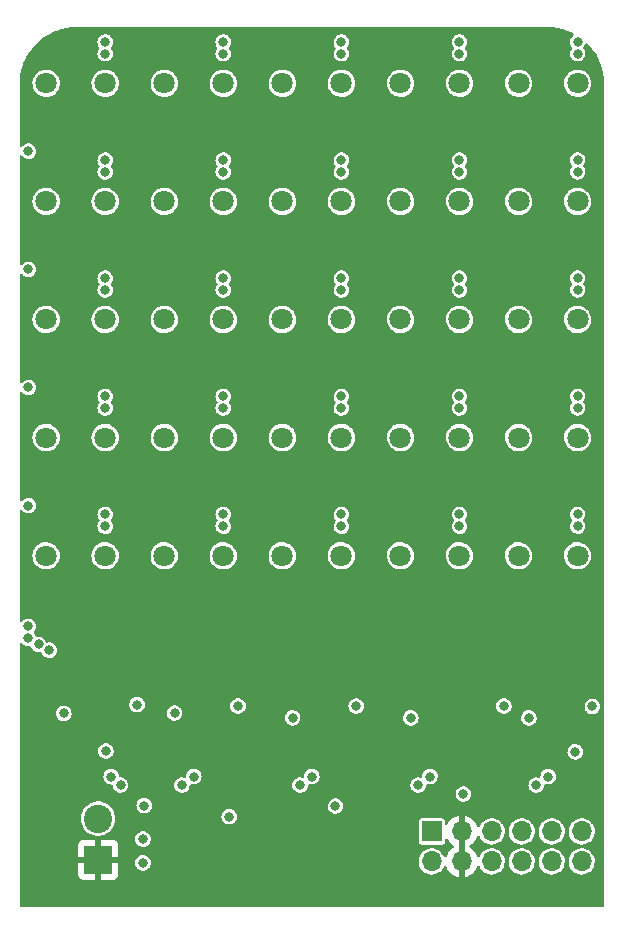
<source format=gbr>
%TF.GenerationSoftware,KiCad,Pcbnew,6.0.4-6f826c9f35~116~ubuntu20.04.1*%
%TF.CreationDate,2022-04-05T21:11:35+02:00*%
%TF.ProjectId,PhasedArray,50686173-6564-4417-9272-61792e6b6963,rev?*%
%TF.SameCoordinates,Original*%
%TF.FileFunction,Copper,L2,Inr*%
%TF.FilePolarity,Positive*%
%FSLAX46Y46*%
G04 Gerber Fmt 4.6, Leading zero omitted, Abs format (unit mm)*
G04 Created by KiCad (PCBNEW 6.0.4-6f826c9f35~116~ubuntu20.04.1) date 2022-04-05 21:11:35*
%MOMM*%
%LPD*%
G01*
G04 APERTURE LIST*
%TA.AperFunction,ComponentPad*%
%ADD10C,1.800000*%
%TD*%
%TA.AperFunction,ComponentPad*%
%ADD11R,2.400000X2.400000*%
%TD*%
%TA.AperFunction,ComponentPad*%
%ADD12C,2.400000*%
%TD*%
%TA.AperFunction,ComponentPad*%
%ADD13R,1.700000X1.700000*%
%TD*%
%TA.AperFunction,ComponentPad*%
%ADD14O,1.700000X1.700000*%
%TD*%
%TA.AperFunction,ViaPad*%
%ADD15C,0.800000*%
%TD*%
G04 APERTURE END LIST*
D10*
%TO.N,Net-(LS3-Pad1)*%
%TO.C,LS3*%
X157500000Y-50000000D03*
%TO.N,Net-(LS3-Pad2)*%
X152500000Y-50000000D03*
%TD*%
%TO.N,Net-(LS25-Pad1)*%
%TO.C,LS25*%
X117500000Y-30000000D03*
%TO.N,Net-(LS25-Pad2)*%
X112500000Y-30000000D03*
%TD*%
%TO.N,Net-(LS18-Pad1)*%
%TO.C,LS18*%
X147500000Y-30000000D03*
%TO.N,Net-(LS18-Pad2)*%
X142500000Y-30000000D03*
%TD*%
%TO.N,Net-(LS16-Pad1)*%
%TO.C,LS16*%
X127500000Y-40000000D03*
%TO.N,Net-(LS16-Pad2)*%
X122500000Y-40000000D03*
%TD*%
%TO.N,Net-(LS23-Pad1)*%
%TO.C,LS23*%
X117500000Y-50000000D03*
%TO.N,Net-(LS23-Pad2)*%
X112500000Y-50000000D03*
%TD*%
D11*
%TO.N,GND*%
%TO.C,J3*%
X116900000Y-95750000D03*
D12*
%TO.N,+15V*%
X116900000Y-92250000D03*
%TD*%
D10*
%TO.N,Net-(LS12-Pad1)*%
%TO.C,LS12*%
X137500000Y-40000000D03*
%TO.N,Net-(LS12-Pad2)*%
X132500000Y-40000000D03*
%TD*%
%TO.N,Net-(LS9-Pad1)*%
%TO.C,LS9*%
X137500000Y-70000000D03*
%TO.N,Net-(LS9-Pad2)*%
X132500000Y-70000000D03*
%TD*%
%TO.N,Net-(LS24-Pad1)*%
%TO.C,LS24*%
X117500000Y-40000000D03*
%TO.N,Net-(LS24-Pad2)*%
X112500000Y-40000000D03*
%TD*%
%TO.N,Net-(LS10-Pad1)*%
%TO.C,LS10*%
X137500000Y-60000000D03*
%TO.N,Net-(LS10-Pad2)*%
X132500000Y-60000000D03*
%TD*%
%TO.N,Net-(LS15-Pad1)*%
%TO.C,LS15*%
X127500000Y-50000000D03*
%TO.N,Net-(LS15-Pad2)*%
X122500000Y-50000000D03*
%TD*%
%TO.N,Net-(LS22-Pad1)*%
%TO.C,LS22*%
X117500000Y-60000000D03*
%TO.N,Net-(LS22-Pad2)*%
X112500000Y-60000000D03*
%TD*%
%TO.N,Net-(LS2-Pad1)*%
%TO.C,LS2*%
X157500000Y-60000000D03*
%TO.N,Net-(LS2-Pad2)*%
X152500000Y-60000000D03*
%TD*%
%TO.N,Net-(LS4-Pad1)*%
%TO.C,LS4*%
X157500000Y-40000000D03*
%TO.N,Net-(LS4-Pad2)*%
X152500000Y-40000000D03*
%TD*%
%TO.N,Net-(LS8-Pad1)*%
%TO.C,LS8*%
X147500000Y-40000000D03*
%TO.N,Net-(LS8-Pad2)*%
X142500000Y-40000000D03*
%TD*%
%TO.N,Net-(LS1-Pad1)*%
%TO.C,LS1*%
X157500000Y-70000000D03*
%TO.N,Net-(LS1-Pad2)*%
X152500000Y-70000000D03*
%TD*%
%TO.N,Net-(LS11-Pad1)*%
%TO.C,LS11*%
X137500000Y-50000000D03*
%TO.N,Net-(LS11-Pad2)*%
X132500000Y-50000000D03*
%TD*%
%TO.N,Net-(LS20-Pad1)*%
%TO.C,LS20*%
X127500000Y-30000000D03*
%TO.N,Net-(LS20-Pad2)*%
X122500000Y-30000000D03*
%TD*%
%TO.N,Net-(LS13-Pad1)*%
%TO.C,LS13*%
X127500000Y-70000000D03*
%TO.N,Net-(LS13-Pad2)*%
X122500000Y-70000000D03*
%TD*%
%TO.N,Net-(LS6-Pad1)*%
%TO.C,LS6*%
X147500000Y-60000000D03*
%TO.N,Net-(LS6-Pad2)*%
X142500000Y-60000000D03*
%TD*%
%TO.N,Net-(LS19-Pad1)*%
%TO.C,LS19*%
X137500000Y-30000000D03*
%TO.N,Net-(LS19-Pad2)*%
X132500000Y-30000000D03*
%TD*%
%TO.N,Net-(LS5-Pad1)*%
%TO.C,LS5*%
X147500000Y-70000000D03*
%TO.N,Net-(LS5-Pad2)*%
X142500000Y-70000000D03*
%TD*%
%TO.N,Net-(LS21-Pad1)*%
%TO.C,LS21*%
X117500000Y-70000000D03*
%TO.N,Net-(LS21-Pad2)*%
X112500000Y-70000000D03*
%TD*%
D13*
%TO.N,+3V3*%
%TO.C,J2*%
X145150000Y-93350000D03*
D14*
X145150000Y-95890000D03*
%TO.N,GND*%
X147690000Y-93350000D03*
X147690000Y-95890000D03*
%TO.N,SER3*%
X150230000Y-93350000D03*
%TO.N,SER4*%
X150230000Y-95890000D03*
%TO.N,SER2*%
X152770000Y-93350000D03*
%TO.N,RESET*%
X152770000Y-95890000D03*
%TO.N,SER1*%
X155310000Y-93350000D03*
%TO.N,CLK*%
X155310000Y-95890000D03*
%TO.N,SER0*%
X157850000Y-93350000D03*
%TO.N,LOAD*%
X157850000Y-95890000D03*
%TD*%
D10*
%TO.N,Net-(LS14-Pad1)*%
%TO.C,LS14*%
X127500000Y-60000000D03*
%TO.N,Net-(LS14-Pad2)*%
X122500000Y-60000000D03*
%TD*%
%TO.N,Net-(LS7-Pad1)*%
%TO.C,LS7*%
X147500000Y-50000000D03*
%TO.N,Net-(LS7-Pad2)*%
X142500000Y-50000000D03*
%TD*%
%TO.N,Net-(LS17-Pad1)*%
%TO.C,LS17*%
X157500000Y-30000000D03*
%TO.N,Net-(LS17-Pad2)*%
X152500000Y-30000000D03*
%TD*%
D15*
%TO.N,+15V*%
X117562500Y-86537500D03*
%TO.N,GND*%
X122000000Y-87400000D03*
X128000000Y-87300000D03*
X132100000Y-87200000D03*
X139000000Y-87300000D03*
X142400000Y-87300000D03*
X149500000Y-87500000D03*
X152300000Y-87500000D03*
X145100000Y-90300000D03*
X141300000Y-90300000D03*
X137400000Y-93400000D03*
X134000000Y-91000000D03*
X134300000Y-93500000D03*
X128200000Y-93400000D03*
X125600000Y-93200000D03*
X122300000Y-90600000D03*
X119400000Y-93500000D03*
X125400000Y-96000000D03*
X128100000Y-96200000D03*
X132400000Y-96200000D03*
X135700000Y-95900000D03*
X138100000Y-96900000D03*
X142600000Y-97200000D03*
X144200000Y-98400000D03*
X147700000Y-98300000D03*
X152100000Y-98100000D03*
X155500000Y-98000000D03*
X158200000Y-97900000D03*
X158700000Y-90500000D03*
X155500000Y-91100000D03*
X157700000Y-88400000D03*
X138600000Y-90300000D03*
X130700000Y-90800000D03*
X130900000Y-93500000D03*
%TO.N,CLK*%
X154000000Y-89424500D03*
%TO.N,+15V*%
X147500000Y-67500000D03*
X117500000Y-36500000D03*
X117500000Y-37500000D03*
X137500000Y-36500000D03*
X157500000Y-37500000D03*
X117500000Y-26500000D03*
X157500000Y-47500000D03*
X120700000Y-96000000D03*
X127500000Y-37500000D03*
X137500000Y-26500000D03*
X117500000Y-27500000D03*
X147500000Y-36500000D03*
X117500000Y-67500000D03*
X127500000Y-47500000D03*
X137500000Y-67500000D03*
X157500000Y-67500000D03*
X127500000Y-57500000D03*
X137500000Y-46500000D03*
X157500000Y-57500000D03*
X137500000Y-57500000D03*
X127500000Y-26500000D03*
X157500000Y-56500000D03*
X137500000Y-66500000D03*
X157500000Y-26500000D03*
X127500000Y-56500000D03*
X120700000Y-94000000D03*
X147500000Y-57500000D03*
X127500000Y-36500000D03*
X157500000Y-27500000D03*
X127500000Y-67500000D03*
X137500000Y-27500000D03*
X147500000Y-56500000D03*
X117500000Y-56500000D03*
X137500000Y-37500000D03*
X157500000Y-66500000D03*
X147500000Y-27500000D03*
X157500000Y-46500000D03*
X117500000Y-47500000D03*
X147500000Y-37500000D03*
X147500000Y-47500000D03*
X147500000Y-46500000D03*
X117500000Y-57500000D03*
X127500000Y-66500000D03*
X127500000Y-46500000D03*
X137500000Y-56500000D03*
X127500000Y-27500000D03*
X147500000Y-26500000D03*
X117500000Y-46500000D03*
X137500000Y-47500000D03*
X147500000Y-66500000D03*
X117500000Y-66500000D03*
X157500000Y-36500000D03*
%TO.N,GND*%
X112750000Y-68500000D03*
X140200000Y-85200000D03*
X142250000Y-47000000D03*
X140500000Y-33500000D03*
X130200000Y-85200000D03*
X111000000Y-73500000D03*
X132500000Y-48250000D03*
X127600000Y-82600000D03*
X122500000Y-58250000D03*
X120750000Y-54750000D03*
X110750000Y-33500000D03*
X133250000Y-81000000D03*
X124200000Y-74600000D03*
X134357069Y-64750000D03*
X140500000Y-34500000D03*
X152500000Y-58250000D03*
X122500000Y-37000000D03*
X122250000Y-81000000D03*
X132250000Y-38250000D03*
X140750000Y-54500000D03*
X152250000Y-47000000D03*
X144050036Y-74680500D03*
X132250000Y-81000000D03*
X120500000Y-43500000D03*
X110750000Y-34750000D03*
X122500000Y-27000000D03*
X122500000Y-38250000D03*
X142250000Y-57000000D03*
X132250000Y-37000000D03*
X110750000Y-53500000D03*
X150750000Y-53500000D03*
X125300000Y-82500000D03*
X120000000Y-86200000D03*
X111750000Y-38000000D03*
X112250000Y-27000000D03*
X112500000Y-67500000D03*
X142250000Y-81000000D03*
X142250000Y-48250000D03*
X150750000Y-43500000D03*
X158500000Y-81500000D03*
X111000000Y-57250000D03*
X115300000Y-82600000D03*
X112250000Y-28250000D03*
X158800000Y-86400000D03*
X120500000Y-44500000D03*
X135300000Y-83000000D03*
X132250000Y-67000000D03*
X113250000Y-81000000D03*
X130500000Y-33250000D03*
X110750000Y-44750000D03*
X142500000Y-68250000D03*
X120500000Y-33500000D03*
X132250000Y-57000000D03*
X144061534Y-73558884D03*
X112000000Y-58250000D03*
X152250000Y-37000000D03*
X110750000Y-63500000D03*
X142250000Y-37000000D03*
X145492990Y-82775500D03*
X152500000Y-57000000D03*
X150750000Y-33500000D03*
X112250000Y-81000000D03*
X134200000Y-74600000D03*
X110750000Y-54750000D03*
X132400000Y-82600000D03*
X124200000Y-64750000D03*
X150000000Y-85750000D03*
X134357069Y-63500000D03*
X112500000Y-66500000D03*
X152250000Y-27000000D03*
X142250000Y-28000000D03*
X122500000Y-47000000D03*
X154146500Y-73500000D03*
X154165804Y-74680500D03*
X152250000Y-81000000D03*
X110750000Y-64750000D03*
X140500000Y-44500000D03*
X142250000Y-27000000D03*
X142600000Y-82600000D03*
X144000000Y-63500000D03*
X151148149Y-64750000D03*
X150750000Y-44500000D03*
X151148149Y-63500000D03*
X137600000Y-82600000D03*
X134200000Y-73600000D03*
X132250000Y-27000000D03*
X153250000Y-81000000D03*
X130750000Y-53500000D03*
X111500000Y-47500000D03*
X142500000Y-67000000D03*
X142250000Y-38250000D03*
X120750000Y-53500000D03*
X157500000Y-76500000D03*
X147600000Y-82600000D03*
X110750000Y-43500000D03*
X140500000Y-43250000D03*
X123250000Y-81000000D03*
X120500000Y-34500000D03*
X142250000Y-58250000D03*
X132250000Y-58250000D03*
X152250000Y-28250000D03*
X130500000Y-43500000D03*
X150750000Y-34500000D03*
X122500000Y-28250000D03*
X122500000Y-48250000D03*
X140750000Y-53250000D03*
X143250000Y-81000000D03*
X144000000Y-64750000D03*
X122500000Y-68250000D03*
X132500000Y-47000000D03*
X130500000Y-44500000D03*
X152000000Y-68250000D03*
X124200000Y-63500000D03*
X111000000Y-74750000D03*
X132250000Y-68250000D03*
X124200000Y-73600000D03*
X152250000Y-38250000D03*
X112250000Y-48250000D03*
X122500000Y-67000000D03*
X117600000Y-82600000D03*
X122500000Y-57000000D03*
X130500000Y-34500000D03*
X152250000Y-48000000D03*
X132250000Y-28250000D03*
X130750000Y-54750000D03*
X152000000Y-67250000D03*
X150750000Y-54500000D03*
X155750000Y-82800000D03*
%TO.N,+3V3*%
X120200000Y-82600000D03*
X158750000Y-82750000D03*
X128750000Y-82726500D03*
X138750000Y-82726500D03*
X151250000Y-82726500D03*
%TO.N,SER3*%
X128000000Y-92100000D03*
%TO.N,RESET*%
X143375489Y-83724511D03*
X133375489Y-83724511D03*
X157300000Y-86600000D03*
X153375489Y-83724511D03*
X123375489Y-83324511D03*
X114000000Y-83350500D03*
%TO.N,SER2*%
X137000000Y-91200000D03*
%TO.N,LOAD*%
X125000000Y-88700000D03*
X145000000Y-88700000D03*
X135000000Y-88700000D03*
X117999500Y-88700000D03*
X155000000Y-88700000D03*
%TO.N,SER1*%
X147824745Y-90172142D03*
%TO.N,CLK*%
X124000000Y-89424500D03*
X134000000Y-89424500D03*
X118800000Y-89424500D03*
X144000000Y-89424500D03*
%TO.N,SER4*%
X120800000Y-91150500D03*
%TO.N,input41*%
X110986825Y-75988577D03*
X111000000Y-65750000D03*
%TO.N,input42*%
X111000000Y-77000000D03*
X111000000Y-55750000D03*
%TO.N,input43*%
X111000000Y-45750000D03*
X111857015Y-77514326D03*
%TO.N,input44*%
X111000000Y-35750000D03*
X112750000Y-78000000D03*
%TD*%
%TA.AperFunction,Conductor*%
%TO.N,GND*%
G36*
X154987103Y-25256921D02*
G01*
X155000000Y-25259486D01*
X155012170Y-25257065D01*
X155022599Y-25257065D01*
X155035735Y-25256060D01*
X155356412Y-25270061D01*
X155408103Y-25272318D01*
X155419051Y-25273276D01*
X155818604Y-25325878D01*
X155829413Y-25327785D01*
X156222854Y-25415008D01*
X156233471Y-25417853D01*
X156617813Y-25539036D01*
X156628128Y-25542789D01*
X157000468Y-25697017D01*
X157010403Y-25701650D01*
X157102769Y-25749733D01*
X157153954Y-25798928D01*
X157170419Y-25867989D01*
X157146932Y-25934988D01*
X157127416Y-25956443D01*
X157010039Y-26058838D01*
X156918950Y-26188444D01*
X156861406Y-26336037D01*
X156860414Y-26343570D01*
X156860414Y-26343571D01*
X156857139Y-26368452D01*
X156840729Y-26493096D01*
X156849421Y-26571825D01*
X156853836Y-26611810D01*
X156858113Y-26650553D01*
X156860723Y-26657684D01*
X156860723Y-26657686D01*
X156901773Y-26769860D01*
X156912553Y-26799319D01*
X156916789Y-26805622D01*
X156916789Y-26805623D01*
X157000908Y-26930805D01*
X156998109Y-26932686D01*
X157021235Y-26983528D01*
X157011026Y-27053787D01*
X156999580Y-27073720D01*
X156918950Y-27188444D01*
X156861406Y-27336037D01*
X156840729Y-27493096D01*
X156858113Y-27650553D01*
X156912553Y-27799319D01*
X157000908Y-27930805D01*
X157006527Y-27935918D01*
X157006528Y-27935919D01*
X157017903Y-27946269D01*
X157118076Y-28037419D01*
X157257293Y-28113008D01*
X157410522Y-28153207D01*
X157494477Y-28154526D01*
X157561319Y-28155576D01*
X157561322Y-28155576D01*
X157568916Y-28155695D01*
X157723332Y-28120329D01*
X157793742Y-28084917D01*
X157858072Y-28052563D01*
X157858075Y-28052561D01*
X157864855Y-28049151D01*
X157870626Y-28044222D01*
X157870629Y-28044220D01*
X157979536Y-27951204D01*
X157979536Y-27951203D01*
X157985314Y-27946269D01*
X158077755Y-27817624D01*
X158136842Y-27670641D01*
X158159162Y-27513807D01*
X158159307Y-27500000D01*
X158140276Y-27342733D01*
X158084280Y-27194546D01*
X157998839Y-27070228D01*
X157976739Y-27002759D01*
X157994625Y-26934052D01*
X158000349Y-26925345D01*
X158077755Y-26817624D01*
X158080589Y-26810575D01*
X158080592Y-26810569D01*
X158135555Y-26673843D01*
X158179521Y-26618098D01*
X158246646Y-26594973D01*
X158315618Y-26611810D01*
X158337589Y-26627944D01*
X158351521Y-26640711D01*
X158359291Y-26648481D01*
X158386061Y-26677695D01*
X158631555Y-26945603D01*
X158638607Y-26954007D01*
X158719046Y-27058838D01*
X158883941Y-27273734D01*
X158890245Y-27282738D01*
X159106770Y-27622613D01*
X159112265Y-27632132D01*
X159212041Y-27823798D01*
X159298341Y-27989579D01*
X159302983Y-27999532D01*
X159424296Y-28292408D01*
X159457208Y-28371865D01*
X159460967Y-28382194D01*
X159582147Y-28766528D01*
X159584992Y-28777145D01*
X159647485Y-29059032D01*
X159672214Y-29170579D01*
X159674122Y-29181396D01*
X159676820Y-29201890D01*
X159726724Y-29580948D01*
X159727682Y-29591898D01*
X159743940Y-29964265D01*
X159742935Y-29977401D01*
X159742935Y-29987830D01*
X159740514Y-30000000D01*
X159742935Y-30012170D01*
X159743079Y-30012894D01*
X159745500Y-30037476D01*
X159745500Y-99619500D01*
X159725498Y-99687621D01*
X159671842Y-99734114D01*
X159619500Y-99745500D01*
X110380500Y-99745500D01*
X110312379Y-99725498D01*
X110265886Y-99671842D01*
X110254500Y-99619500D01*
X110254500Y-96994669D01*
X115192001Y-96994669D01*
X115192371Y-97001490D01*
X115197895Y-97052352D01*
X115201521Y-97067604D01*
X115246676Y-97188054D01*
X115255214Y-97203649D01*
X115331715Y-97305724D01*
X115344276Y-97318285D01*
X115446351Y-97394786D01*
X115461946Y-97403324D01*
X115582394Y-97448478D01*
X115597649Y-97452105D01*
X115648514Y-97457631D01*
X115655328Y-97458000D01*
X116627885Y-97458000D01*
X116643124Y-97453525D01*
X116644329Y-97452135D01*
X116646000Y-97444452D01*
X116646000Y-97439884D01*
X117154000Y-97439884D01*
X117158475Y-97455123D01*
X117159865Y-97456328D01*
X117167548Y-97457999D01*
X118144669Y-97457999D01*
X118151490Y-97457629D01*
X118202352Y-97452105D01*
X118217604Y-97448479D01*
X118338054Y-97403324D01*
X118353649Y-97394786D01*
X118455724Y-97318285D01*
X118468285Y-97305724D01*
X118544786Y-97203649D01*
X118553324Y-97188054D01*
X118598478Y-97067606D01*
X118602105Y-97052351D01*
X118607631Y-97001486D01*
X118608000Y-96994672D01*
X118608000Y-96022115D01*
X118603525Y-96006876D01*
X118602135Y-96005671D01*
X118594452Y-96004000D01*
X117172115Y-96004000D01*
X117156876Y-96008475D01*
X117155671Y-96009865D01*
X117154000Y-96017548D01*
X117154000Y-97439884D01*
X116646000Y-97439884D01*
X116646000Y-96022115D01*
X116641525Y-96006876D01*
X116640135Y-96005671D01*
X116632452Y-96004000D01*
X115210116Y-96004000D01*
X115194877Y-96008475D01*
X115193672Y-96009865D01*
X115192001Y-96017548D01*
X115192001Y-96994669D01*
X110254500Y-96994669D01*
X110254500Y-95993096D01*
X120040729Y-95993096D01*
X120058113Y-96150553D01*
X120060723Y-96157684D01*
X120060723Y-96157686D01*
X120102806Y-96272683D01*
X120112553Y-96299319D01*
X120200908Y-96430805D01*
X120206527Y-96435918D01*
X120206528Y-96435919D01*
X120297038Y-96518276D01*
X120318076Y-96537419D01*
X120457293Y-96613008D01*
X120610522Y-96653207D01*
X120694477Y-96654526D01*
X120761319Y-96655576D01*
X120761322Y-96655576D01*
X120768916Y-96655695D01*
X120923332Y-96620329D01*
X120993742Y-96584917D01*
X121058072Y-96552563D01*
X121058075Y-96552561D01*
X121064855Y-96549151D01*
X121070626Y-96544222D01*
X121070629Y-96544220D01*
X121179536Y-96451204D01*
X121179536Y-96451203D01*
X121185314Y-96446269D01*
X121277755Y-96317624D01*
X121336842Y-96170641D01*
X121352087Y-96063522D01*
X121358581Y-96017891D01*
X121358581Y-96017888D01*
X121359162Y-96013807D01*
X121359235Y-96006876D01*
X121359264Y-96004134D01*
X121359264Y-96004128D01*
X121359307Y-96000000D01*
X121342482Y-95860964D01*
X144041148Y-95860964D01*
X144054424Y-96063522D01*
X144055845Y-96069118D01*
X144055846Y-96069123D01*
X144100208Y-96243796D01*
X144104392Y-96260269D01*
X144106809Y-96265512D01*
X144144010Y-96346208D01*
X144189377Y-96444616D01*
X144192710Y-96449332D01*
X144263255Y-96549151D01*
X144306533Y-96610389D01*
X144451938Y-96752035D01*
X144620720Y-96864812D01*
X144626023Y-96867090D01*
X144626026Y-96867092D01*
X144801921Y-96942662D01*
X144807228Y-96944942D01*
X144880244Y-96961464D01*
X144999579Y-96988467D01*
X144999584Y-96988468D01*
X145005216Y-96989742D01*
X145010987Y-96989969D01*
X145010989Y-96989969D01*
X145070756Y-96992317D01*
X145208053Y-96997712D01*
X145308499Y-96983148D01*
X145403231Y-96969413D01*
X145403236Y-96969412D01*
X145408945Y-96968584D01*
X145414409Y-96966729D01*
X145414414Y-96966728D01*
X145595693Y-96905192D01*
X145595698Y-96905190D01*
X145601165Y-96903334D01*
X145778276Y-96804147D01*
X145840934Y-96752035D01*
X145905696Y-96698172D01*
X145934345Y-96674345D01*
X145979270Y-96620329D01*
X146060453Y-96522718D01*
X146060455Y-96522715D01*
X146064147Y-96518276D01*
X146163334Y-96341165D01*
X146165720Y-96334135D01*
X146166170Y-96333496D01*
X146167541Y-96330416D01*
X146168146Y-96330685D01*
X146206553Y-96276059D01*
X146272305Y-96249278D01*
X146342098Y-96262295D01*
X146393773Y-96310980D01*
X146401777Y-96327229D01*
X146471770Y-96499603D01*
X146476413Y-96508794D01*
X146587694Y-96690388D01*
X146593777Y-96698699D01*
X146733213Y-96859667D01*
X146740580Y-96866883D01*
X146904434Y-97002916D01*
X146912881Y-97008831D01*
X147096756Y-97116279D01*
X147106042Y-97120729D01*
X147305001Y-97196703D01*
X147314899Y-97199579D01*
X147418250Y-97220606D01*
X147432299Y-97219410D01*
X147436000Y-97209065D01*
X147436000Y-97208517D01*
X147944000Y-97208517D01*
X147948064Y-97222359D01*
X147961478Y-97224393D01*
X147968184Y-97223534D01*
X147978262Y-97221392D01*
X148182255Y-97160191D01*
X148191842Y-97156433D01*
X148383095Y-97062739D01*
X148391945Y-97057464D01*
X148565328Y-96933792D01*
X148573200Y-96927139D01*
X148724052Y-96776812D01*
X148730730Y-96768965D01*
X148855003Y-96596020D01*
X148860313Y-96587183D01*
X148954670Y-96396267D01*
X148958469Y-96386672D01*
X148975066Y-96332047D01*
X149014007Y-96272683D01*
X149078862Y-96243796D01*
X149149038Y-96254558D01*
X149202256Y-96301551D01*
X149210048Y-96315922D01*
X149269377Y-96444616D01*
X149272710Y-96449332D01*
X149343255Y-96549151D01*
X149386533Y-96610389D01*
X149531938Y-96752035D01*
X149700720Y-96864812D01*
X149706023Y-96867090D01*
X149706026Y-96867092D01*
X149881921Y-96942662D01*
X149887228Y-96944942D01*
X149960244Y-96961464D01*
X150079579Y-96988467D01*
X150079584Y-96988468D01*
X150085216Y-96989742D01*
X150090987Y-96989969D01*
X150090989Y-96989969D01*
X150150756Y-96992317D01*
X150288053Y-96997712D01*
X150388499Y-96983148D01*
X150483231Y-96969413D01*
X150483236Y-96969412D01*
X150488945Y-96968584D01*
X150494409Y-96966729D01*
X150494414Y-96966728D01*
X150675693Y-96905192D01*
X150675698Y-96905190D01*
X150681165Y-96903334D01*
X150858276Y-96804147D01*
X150920934Y-96752035D01*
X150985696Y-96698172D01*
X151014345Y-96674345D01*
X151059270Y-96620329D01*
X151140453Y-96522718D01*
X151140455Y-96522715D01*
X151144147Y-96518276D01*
X151243334Y-96341165D01*
X151245190Y-96335698D01*
X151245192Y-96335693D01*
X151306728Y-96154414D01*
X151306729Y-96154409D01*
X151308584Y-96148945D01*
X151309412Y-96143236D01*
X151309413Y-96143231D01*
X151337179Y-95951727D01*
X151337712Y-95948053D01*
X151339232Y-95890000D01*
X151336564Y-95860964D01*
X151661148Y-95860964D01*
X151674424Y-96063522D01*
X151675845Y-96069118D01*
X151675846Y-96069123D01*
X151720208Y-96243796D01*
X151724392Y-96260269D01*
X151726809Y-96265512D01*
X151764010Y-96346208D01*
X151809377Y-96444616D01*
X151812710Y-96449332D01*
X151883255Y-96549151D01*
X151926533Y-96610389D01*
X152071938Y-96752035D01*
X152240720Y-96864812D01*
X152246023Y-96867090D01*
X152246026Y-96867092D01*
X152421921Y-96942662D01*
X152427228Y-96944942D01*
X152500244Y-96961464D01*
X152619579Y-96988467D01*
X152619584Y-96988468D01*
X152625216Y-96989742D01*
X152630987Y-96989969D01*
X152630989Y-96989969D01*
X152690756Y-96992317D01*
X152828053Y-96997712D01*
X152928499Y-96983148D01*
X153023231Y-96969413D01*
X153023236Y-96969412D01*
X153028945Y-96968584D01*
X153034409Y-96966729D01*
X153034414Y-96966728D01*
X153215693Y-96905192D01*
X153215698Y-96905190D01*
X153221165Y-96903334D01*
X153398276Y-96804147D01*
X153460934Y-96752035D01*
X153525696Y-96698172D01*
X153554345Y-96674345D01*
X153599270Y-96620329D01*
X153680453Y-96522718D01*
X153680455Y-96522715D01*
X153684147Y-96518276D01*
X153783334Y-96341165D01*
X153785190Y-96335698D01*
X153785192Y-96335693D01*
X153846728Y-96154414D01*
X153846729Y-96154409D01*
X153848584Y-96148945D01*
X153849412Y-96143236D01*
X153849413Y-96143231D01*
X153877179Y-95951727D01*
X153877712Y-95948053D01*
X153879232Y-95890000D01*
X153876564Y-95860964D01*
X154201148Y-95860964D01*
X154214424Y-96063522D01*
X154215845Y-96069118D01*
X154215846Y-96069123D01*
X154260208Y-96243796D01*
X154264392Y-96260269D01*
X154266809Y-96265512D01*
X154304010Y-96346208D01*
X154349377Y-96444616D01*
X154352710Y-96449332D01*
X154423255Y-96549151D01*
X154466533Y-96610389D01*
X154611938Y-96752035D01*
X154780720Y-96864812D01*
X154786023Y-96867090D01*
X154786026Y-96867092D01*
X154961921Y-96942662D01*
X154967228Y-96944942D01*
X155040244Y-96961464D01*
X155159579Y-96988467D01*
X155159584Y-96988468D01*
X155165216Y-96989742D01*
X155170987Y-96989969D01*
X155170989Y-96989969D01*
X155230756Y-96992317D01*
X155368053Y-96997712D01*
X155468499Y-96983148D01*
X155563231Y-96969413D01*
X155563236Y-96969412D01*
X155568945Y-96968584D01*
X155574409Y-96966729D01*
X155574414Y-96966728D01*
X155755693Y-96905192D01*
X155755698Y-96905190D01*
X155761165Y-96903334D01*
X155938276Y-96804147D01*
X156000934Y-96752035D01*
X156065696Y-96698172D01*
X156094345Y-96674345D01*
X156139270Y-96620329D01*
X156220453Y-96522718D01*
X156220455Y-96522715D01*
X156224147Y-96518276D01*
X156323334Y-96341165D01*
X156325190Y-96335698D01*
X156325192Y-96335693D01*
X156386728Y-96154414D01*
X156386729Y-96154409D01*
X156388584Y-96148945D01*
X156389412Y-96143236D01*
X156389413Y-96143231D01*
X156417179Y-95951727D01*
X156417712Y-95948053D01*
X156419232Y-95890000D01*
X156416564Y-95860964D01*
X156741148Y-95860964D01*
X156754424Y-96063522D01*
X156755845Y-96069118D01*
X156755846Y-96069123D01*
X156800208Y-96243796D01*
X156804392Y-96260269D01*
X156806809Y-96265512D01*
X156844010Y-96346208D01*
X156889377Y-96444616D01*
X156892710Y-96449332D01*
X156963255Y-96549151D01*
X157006533Y-96610389D01*
X157151938Y-96752035D01*
X157320720Y-96864812D01*
X157326023Y-96867090D01*
X157326026Y-96867092D01*
X157501921Y-96942662D01*
X157507228Y-96944942D01*
X157580244Y-96961464D01*
X157699579Y-96988467D01*
X157699584Y-96988468D01*
X157705216Y-96989742D01*
X157710987Y-96989969D01*
X157710989Y-96989969D01*
X157770756Y-96992317D01*
X157908053Y-96997712D01*
X158008499Y-96983148D01*
X158103231Y-96969413D01*
X158103236Y-96969412D01*
X158108945Y-96968584D01*
X158114409Y-96966729D01*
X158114414Y-96966728D01*
X158295693Y-96905192D01*
X158295698Y-96905190D01*
X158301165Y-96903334D01*
X158478276Y-96804147D01*
X158540934Y-96752035D01*
X158605696Y-96698172D01*
X158634345Y-96674345D01*
X158679270Y-96620329D01*
X158760453Y-96522718D01*
X158760455Y-96522715D01*
X158764147Y-96518276D01*
X158863334Y-96341165D01*
X158865190Y-96335698D01*
X158865192Y-96335693D01*
X158926728Y-96154414D01*
X158926729Y-96154409D01*
X158928584Y-96148945D01*
X158929412Y-96143236D01*
X158929413Y-96143231D01*
X158957179Y-95951727D01*
X158957712Y-95948053D01*
X158959232Y-95890000D01*
X158941925Y-95701649D01*
X158941187Y-95693613D01*
X158941186Y-95693610D01*
X158940658Y-95687859D01*
X158939070Y-95682228D01*
X158887125Y-95498046D01*
X158887124Y-95498044D01*
X158885557Y-95492487D01*
X158880609Y-95482452D01*
X158798331Y-95315609D01*
X158795776Y-95310428D01*
X158674320Y-95147779D01*
X158525258Y-95009987D01*
X158520375Y-95006906D01*
X158520371Y-95006903D01*
X158358464Y-94904748D01*
X158353581Y-94901667D01*
X158165039Y-94826446D01*
X158159379Y-94825320D01*
X158159375Y-94825319D01*
X157971613Y-94787971D01*
X157971610Y-94787971D01*
X157965946Y-94786844D01*
X157960171Y-94786768D01*
X157960167Y-94786768D01*
X157858793Y-94785441D01*
X157762971Y-94784187D01*
X157757274Y-94785166D01*
X157757273Y-94785166D01*
X157568607Y-94817585D01*
X157562910Y-94818564D01*
X157372463Y-94888824D01*
X157198010Y-94992612D01*
X157193670Y-94996418D01*
X157193666Y-94996421D01*
X157049733Y-95122648D01*
X157045392Y-95126455D01*
X156919720Y-95285869D01*
X156917031Y-95290980D01*
X156917029Y-95290983D01*
X156887166Y-95347743D01*
X156825203Y-95465515D01*
X156765007Y-95659378D01*
X156741148Y-95860964D01*
X156416564Y-95860964D01*
X156401925Y-95701649D01*
X156401187Y-95693613D01*
X156401186Y-95693610D01*
X156400658Y-95687859D01*
X156399070Y-95682228D01*
X156347125Y-95498046D01*
X156347124Y-95498044D01*
X156345557Y-95492487D01*
X156340609Y-95482452D01*
X156258331Y-95315609D01*
X156255776Y-95310428D01*
X156134320Y-95147779D01*
X155985258Y-95009987D01*
X155980375Y-95006906D01*
X155980371Y-95006903D01*
X155818464Y-94904748D01*
X155813581Y-94901667D01*
X155625039Y-94826446D01*
X155619379Y-94825320D01*
X155619375Y-94825319D01*
X155431613Y-94787971D01*
X155431610Y-94787971D01*
X155425946Y-94786844D01*
X155420171Y-94786768D01*
X155420167Y-94786768D01*
X155318793Y-94785441D01*
X155222971Y-94784187D01*
X155217274Y-94785166D01*
X155217273Y-94785166D01*
X155028607Y-94817585D01*
X155022910Y-94818564D01*
X154832463Y-94888824D01*
X154658010Y-94992612D01*
X154653670Y-94996418D01*
X154653666Y-94996421D01*
X154509733Y-95122648D01*
X154505392Y-95126455D01*
X154379720Y-95285869D01*
X154377031Y-95290980D01*
X154377029Y-95290983D01*
X154347166Y-95347743D01*
X154285203Y-95465515D01*
X154225007Y-95659378D01*
X154201148Y-95860964D01*
X153876564Y-95860964D01*
X153861925Y-95701649D01*
X153861187Y-95693613D01*
X153861186Y-95693610D01*
X153860658Y-95687859D01*
X153859070Y-95682228D01*
X153807125Y-95498046D01*
X153807124Y-95498044D01*
X153805557Y-95492487D01*
X153800609Y-95482452D01*
X153718331Y-95315609D01*
X153715776Y-95310428D01*
X153594320Y-95147779D01*
X153445258Y-95009987D01*
X153440375Y-95006906D01*
X153440371Y-95006903D01*
X153278464Y-94904748D01*
X153273581Y-94901667D01*
X153085039Y-94826446D01*
X153079379Y-94825320D01*
X153079375Y-94825319D01*
X152891613Y-94787971D01*
X152891610Y-94787971D01*
X152885946Y-94786844D01*
X152880171Y-94786768D01*
X152880167Y-94786768D01*
X152778793Y-94785441D01*
X152682971Y-94784187D01*
X152677274Y-94785166D01*
X152677273Y-94785166D01*
X152488607Y-94817585D01*
X152482910Y-94818564D01*
X152292463Y-94888824D01*
X152118010Y-94992612D01*
X152113670Y-94996418D01*
X152113666Y-94996421D01*
X151969733Y-95122648D01*
X151965392Y-95126455D01*
X151839720Y-95285869D01*
X151837031Y-95290980D01*
X151837029Y-95290983D01*
X151807166Y-95347743D01*
X151745203Y-95465515D01*
X151685007Y-95659378D01*
X151661148Y-95860964D01*
X151336564Y-95860964D01*
X151321925Y-95701649D01*
X151321187Y-95693613D01*
X151321186Y-95693610D01*
X151320658Y-95687859D01*
X151319070Y-95682228D01*
X151267125Y-95498046D01*
X151267124Y-95498044D01*
X151265557Y-95492487D01*
X151260609Y-95482452D01*
X151178331Y-95315609D01*
X151175776Y-95310428D01*
X151054320Y-95147779D01*
X150905258Y-95009987D01*
X150900375Y-95006906D01*
X150900371Y-95006903D01*
X150738464Y-94904748D01*
X150733581Y-94901667D01*
X150545039Y-94826446D01*
X150539379Y-94825320D01*
X150539375Y-94825319D01*
X150351613Y-94787971D01*
X150351610Y-94787971D01*
X150345946Y-94786844D01*
X150340171Y-94786768D01*
X150340167Y-94786768D01*
X150238793Y-94785441D01*
X150142971Y-94784187D01*
X150137274Y-94785166D01*
X150137273Y-94785166D01*
X149948607Y-94817585D01*
X149942910Y-94818564D01*
X149752463Y-94888824D01*
X149578010Y-94992612D01*
X149573670Y-94996418D01*
X149573666Y-94996421D01*
X149429733Y-95122648D01*
X149425392Y-95126455D01*
X149299720Y-95285869D01*
X149297031Y-95290980D01*
X149297029Y-95290983D01*
X149207589Y-95460980D01*
X149158170Y-95511952D01*
X149089037Y-95528115D01*
X149022141Y-95504336D01*
X148982003Y-95449973D01*
X148979955Y-95450863D01*
X148892972Y-95250814D01*
X148888105Y-95241739D01*
X148772426Y-95062926D01*
X148766136Y-95054757D01*
X148622806Y-94897240D01*
X148615273Y-94890215D01*
X148448139Y-94758222D01*
X148439552Y-94752517D01*
X148402116Y-94731851D01*
X148352146Y-94681419D01*
X148337374Y-94611976D01*
X148362490Y-94545571D01*
X148389842Y-94518964D01*
X148565327Y-94393792D01*
X148573200Y-94387139D01*
X148724052Y-94236812D01*
X148730730Y-94228965D01*
X148855003Y-94056020D01*
X148860313Y-94047183D01*
X148954670Y-93856267D01*
X148958469Y-93846672D01*
X148975066Y-93792047D01*
X149014007Y-93732683D01*
X149078862Y-93703796D01*
X149149038Y-93714558D01*
X149202256Y-93761551D01*
X149210048Y-93775922D01*
X149269377Y-93904616D01*
X149272710Y-93909332D01*
X149373199Y-94051521D01*
X149386533Y-94070389D01*
X149531938Y-94212035D01*
X149700720Y-94324812D01*
X149706023Y-94327090D01*
X149706026Y-94327092D01*
X149881921Y-94402662D01*
X149887228Y-94404942D01*
X149960244Y-94421464D01*
X150079579Y-94448467D01*
X150079584Y-94448468D01*
X150085216Y-94449742D01*
X150090987Y-94449969D01*
X150090989Y-94449969D01*
X150150756Y-94452317D01*
X150288053Y-94457712D01*
X150395348Y-94442155D01*
X150483231Y-94429413D01*
X150483236Y-94429412D01*
X150488945Y-94428584D01*
X150494409Y-94426729D01*
X150494414Y-94426728D01*
X150675693Y-94365192D01*
X150675698Y-94365190D01*
X150681165Y-94363334D01*
X150858276Y-94264147D01*
X150897969Y-94231135D01*
X150994857Y-94150553D01*
X151014345Y-94134345D01*
X151079880Y-94055548D01*
X151140453Y-93982718D01*
X151140455Y-93982715D01*
X151144147Y-93978276D01*
X151217849Y-93846672D01*
X151240510Y-93806208D01*
X151240511Y-93806206D01*
X151243334Y-93801165D01*
X151245190Y-93795698D01*
X151245192Y-93795693D01*
X151306728Y-93614414D01*
X151306729Y-93614409D01*
X151308584Y-93608945D01*
X151309412Y-93603236D01*
X151309413Y-93603231D01*
X151331899Y-93448145D01*
X151337712Y-93408053D01*
X151339232Y-93350000D01*
X151336564Y-93320964D01*
X151661148Y-93320964D01*
X151674424Y-93523522D01*
X151675845Y-93529118D01*
X151675846Y-93529123D01*
X151697508Y-93614414D01*
X151724392Y-93720269D01*
X151726809Y-93725512D01*
X151777762Y-93836037D01*
X151809377Y-93904616D01*
X151812710Y-93909332D01*
X151913199Y-94051521D01*
X151926533Y-94070389D01*
X152071938Y-94212035D01*
X152240720Y-94324812D01*
X152246023Y-94327090D01*
X152246026Y-94327092D01*
X152421921Y-94402662D01*
X152427228Y-94404942D01*
X152500244Y-94421464D01*
X152619579Y-94448467D01*
X152619584Y-94448468D01*
X152625216Y-94449742D01*
X152630987Y-94449969D01*
X152630989Y-94449969D01*
X152690756Y-94452317D01*
X152828053Y-94457712D01*
X152935348Y-94442155D01*
X153023231Y-94429413D01*
X153023236Y-94429412D01*
X153028945Y-94428584D01*
X153034409Y-94426729D01*
X153034414Y-94426728D01*
X153215693Y-94365192D01*
X153215698Y-94365190D01*
X153221165Y-94363334D01*
X153398276Y-94264147D01*
X153437969Y-94231135D01*
X153534857Y-94150553D01*
X153554345Y-94134345D01*
X153619880Y-94055548D01*
X153680453Y-93982718D01*
X153680455Y-93982715D01*
X153684147Y-93978276D01*
X153757849Y-93846672D01*
X153780510Y-93806208D01*
X153780511Y-93806206D01*
X153783334Y-93801165D01*
X153785190Y-93795698D01*
X153785192Y-93795693D01*
X153846728Y-93614414D01*
X153846729Y-93614409D01*
X153848584Y-93608945D01*
X153849412Y-93603236D01*
X153849413Y-93603231D01*
X153871899Y-93448145D01*
X153877712Y-93408053D01*
X153879232Y-93350000D01*
X153876564Y-93320964D01*
X154201148Y-93320964D01*
X154214424Y-93523522D01*
X154215845Y-93529118D01*
X154215846Y-93529123D01*
X154237508Y-93614414D01*
X154264392Y-93720269D01*
X154266809Y-93725512D01*
X154317762Y-93836037D01*
X154349377Y-93904616D01*
X154352710Y-93909332D01*
X154453199Y-94051521D01*
X154466533Y-94070389D01*
X154611938Y-94212035D01*
X154780720Y-94324812D01*
X154786023Y-94327090D01*
X154786026Y-94327092D01*
X154961921Y-94402662D01*
X154967228Y-94404942D01*
X155040244Y-94421464D01*
X155159579Y-94448467D01*
X155159584Y-94448468D01*
X155165216Y-94449742D01*
X155170987Y-94449969D01*
X155170989Y-94449969D01*
X155230756Y-94452317D01*
X155368053Y-94457712D01*
X155475348Y-94442155D01*
X155563231Y-94429413D01*
X155563236Y-94429412D01*
X155568945Y-94428584D01*
X155574409Y-94426729D01*
X155574414Y-94426728D01*
X155755693Y-94365192D01*
X155755698Y-94365190D01*
X155761165Y-94363334D01*
X155938276Y-94264147D01*
X155977969Y-94231135D01*
X156074857Y-94150553D01*
X156094345Y-94134345D01*
X156159880Y-94055548D01*
X156220453Y-93982718D01*
X156220455Y-93982715D01*
X156224147Y-93978276D01*
X156297849Y-93846672D01*
X156320510Y-93806208D01*
X156320511Y-93806206D01*
X156323334Y-93801165D01*
X156325190Y-93795698D01*
X156325192Y-93795693D01*
X156386728Y-93614414D01*
X156386729Y-93614409D01*
X156388584Y-93608945D01*
X156389412Y-93603236D01*
X156389413Y-93603231D01*
X156411899Y-93448145D01*
X156417712Y-93408053D01*
X156419232Y-93350000D01*
X156416564Y-93320964D01*
X156741148Y-93320964D01*
X156754424Y-93523522D01*
X156755845Y-93529118D01*
X156755846Y-93529123D01*
X156777508Y-93614414D01*
X156804392Y-93720269D01*
X156806809Y-93725512D01*
X156857762Y-93836037D01*
X156889377Y-93904616D01*
X156892710Y-93909332D01*
X156993199Y-94051521D01*
X157006533Y-94070389D01*
X157151938Y-94212035D01*
X157320720Y-94324812D01*
X157326023Y-94327090D01*
X157326026Y-94327092D01*
X157501921Y-94402662D01*
X157507228Y-94404942D01*
X157580244Y-94421464D01*
X157699579Y-94448467D01*
X157699584Y-94448468D01*
X157705216Y-94449742D01*
X157710987Y-94449969D01*
X157710989Y-94449969D01*
X157770756Y-94452317D01*
X157908053Y-94457712D01*
X158015348Y-94442155D01*
X158103231Y-94429413D01*
X158103236Y-94429412D01*
X158108945Y-94428584D01*
X158114409Y-94426729D01*
X158114414Y-94426728D01*
X158295693Y-94365192D01*
X158295698Y-94365190D01*
X158301165Y-94363334D01*
X158478276Y-94264147D01*
X158517969Y-94231135D01*
X158614857Y-94150553D01*
X158634345Y-94134345D01*
X158699880Y-94055548D01*
X158760453Y-93982718D01*
X158760455Y-93982715D01*
X158764147Y-93978276D01*
X158837849Y-93846672D01*
X158860510Y-93806208D01*
X158860511Y-93806206D01*
X158863334Y-93801165D01*
X158865190Y-93795698D01*
X158865192Y-93795693D01*
X158926728Y-93614414D01*
X158926729Y-93614409D01*
X158928584Y-93608945D01*
X158929412Y-93603236D01*
X158929413Y-93603231D01*
X158951899Y-93448145D01*
X158957712Y-93408053D01*
X158959232Y-93350000D01*
X158947797Y-93225551D01*
X158941187Y-93153613D01*
X158941186Y-93153610D01*
X158940658Y-93147859D01*
X158939090Y-93142299D01*
X158887125Y-92958046D01*
X158887124Y-92958044D01*
X158885557Y-92952487D01*
X158874978Y-92931033D01*
X158798331Y-92775609D01*
X158795776Y-92770428D01*
X158784686Y-92755576D01*
X158736637Y-92691232D01*
X158674320Y-92607779D01*
X158525258Y-92469987D01*
X158520375Y-92466906D01*
X158520371Y-92466903D01*
X158358464Y-92364748D01*
X158353581Y-92361667D01*
X158165039Y-92286446D01*
X158159379Y-92285320D01*
X158159375Y-92285319D01*
X157971613Y-92247971D01*
X157971610Y-92247971D01*
X157965946Y-92246844D01*
X157960171Y-92246768D01*
X157960167Y-92246768D01*
X157858793Y-92245441D01*
X157762971Y-92244187D01*
X157757274Y-92245166D01*
X157757273Y-92245166D01*
X157568607Y-92277585D01*
X157562910Y-92278564D01*
X157372463Y-92348824D01*
X157198010Y-92452612D01*
X157193670Y-92456418D01*
X157193666Y-92456421D01*
X157108848Y-92530805D01*
X157045392Y-92586455D01*
X156919720Y-92745869D01*
X156917031Y-92750980D01*
X156917029Y-92750983D01*
X156895494Y-92791914D01*
X156825203Y-92925515D01*
X156765007Y-93119378D01*
X156741148Y-93320964D01*
X156416564Y-93320964D01*
X156407797Y-93225551D01*
X156401187Y-93153613D01*
X156401186Y-93153610D01*
X156400658Y-93147859D01*
X156399090Y-93142299D01*
X156347125Y-92958046D01*
X156347124Y-92958044D01*
X156345557Y-92952487D01*
X156334978Y-92931033D01*
X156258331Y-92775609D01*
X156255776Y-92770428D01*
X156244686Y-92755576D01*
X156196637Y-92691232D01*
X156134320Y-92607779D01*
X155985258Y-92469987D01*
X155980375Y-92466906D01*
X155980371Y-92466903D01*
X155818464Y-92364748D01*
X155813581Y-92361667D01*
X155625039Y-92286446D01*
X155619379Y-92285320D01*
X155619375Y-92285319D01*
X155431613Y-92247971D01*
X155431610Y-92247971D01*
X155425946Y-92246844D01*
X155420171Y-92246768D01*
X155420167Y-92246768D01*
X155318793Y-92245441D01*
X155222971Y-92244187D01*
X155217274Y-92245166D01*
X155217273Y-92245166D01*
X155028607Y-92277585D01*
X155022910Y-92278564D01*
X154832463Y-92348824D01*
X154658010Y-92452612D01*
X154653670Y-92456418D01*
X154653666Y-92456421D01*
X154568848Y-92530805D01*
X154505392Y-92586455D01*
X154379720Y-92745869D01*
X154377031Y-92750980D01*
X154377029Y-92750983D01*
X154355494Y-92791914D01*
X154285203Y-92925515D01*
X154225007Y-93119378D01*
X154201148Y-93320964D01*
X153876564Y-93320964D01*
X153867797Y-93225551D01*
X153861187Y-93153613D01*
X153861186Y-93153610D01*
X153860658Y-93147859D01*
X153859090Y-93142299D01*
X153807125Y-92958046D01*
X153807124Y-92958044D01*
X153805557Y-92952487D01*
X153794978Y-92931033D01*
X153718331Y-92775609D01*
X153715776Y-92770428D01*
X153704686Y-92755576D01*
X153656637Y-92691232D01*
X153594320Y-92607779D01*
X153445258Y-92469987D01*
X153440375Y-92466906D01*
X153440371Y-92466903D01*
X153278464Y-92364748D01*
X153273581Y-92361667D01*
X153085039Y-92286446D01*
X153079379Y-92285320D01*
X153079375Y-92285319D01*
X152891613Y-92247971D01*
X152891610Y-92247971D01*
X152885946Y-92246844D01*
X152880171Y-92246768D01*
X152880167Y-92246768D01*
X152778793Y-92245441D01*
X152682971Y-92244187D01*
X152677274Y-92245166D01*
X152677273Y-92245166D01*
X152488607Y-92277585D01*
X152482910Y-92278564D01*
X152292463Y-92348824D01*
X152118010Y-92452612D01*
X152113670Y-92456418D01*
X152113666Y-92456421D01*
X152028848Y-92530805D01*
X151965392Y-92586455D01*
X151839720Y-92745869D01*
X151837031Y-92750980D01*
X151837029Y-92750983D01*
X151815494Y-92791914D01*
X151745203Y-92925515D01*
X151685007Y-93119378D01*
X151661148Y-93320964D01*
X151336564Y-93320964D01*
X151327797Y-93225551D01*
X151321187Y-93153613D01*
X151321186Y-93153610D01*
X151320658Y-93147859D01*
X151319090Y-93142299D01*
X151267125Y-92958046D01*
X151267124Y-92958044D01*
X151265557Y-92952487D01*
X151254978Y-92931033D01*
X151178331Y-92775609D01*
X151175776Y-92770428D01*
X151164686Y-92755576D01*
X151116637Y-92691232D01*
X151054320Y-92607779D01*
X150905258Y-92469987D01*
X150900375Y-92466906D01*
X150900371Y-92466903D01*
X150738464Y-92364748D01*
X150733581Y-92361667D01*
X150545039Y-92286446D01*
X150539379Y-92285320D01*
X150539375Y-92285319D01*
X150351613Y-92247971D01*
X150351610Y-92247971D01*
X150345946Y-92246844D01*
X150340171Y-92246768D01*
X150340167Y-92246768D01*
X150238793Y-92245441D01*
X150142971Y-92244187D01*
X150137274Y-92245166D01*
X150137273Y-92245166D01*
X149948607Y-92277585D01*
X149942910Y-92278564D01*
X149752463Y-92348824D01*
X149578010Y-92452612D01*
X149573670Y-92456418D01*
X149573666Y-92456421D01*
X149488848Y-92530805D01*
X149425392Y-92586455D01*
X149299720Y-92745869D01*
X149297031Y-92750980D01*
X149297029Y-92750983D01*
X149207589Y-92920980D01*
X149158170Y-92971952D01*
X149089037Y-92988115D01*
X149022141Y-92964336D01*
X148982003Y-92909973D01*
X148979955Y-92910863D01*
X148892972Y-92710814D01*
X148888105Y-92701739D01*
X148772426Y-92522926D01*
X148766136Y-92514757D01*
X148622806Y-92357240D01*
X148615273Y-92350215D01*
X148448139Y-92218222D01*
X148439552Y-92212517D01*
X148253117Y-92109599D01*
X148243705Y-92105369D01*
X148042959Y-92034280D01*
X148032988Y-92031646D01*
X147961837Y-92018972D01*
X147948540Y-92020432D01*
X147944000Y-92034989D01*
X147944000Y-97208517D01*
X147436000Y-97208517D01*
X147436000Y-92033102D01*
X147432082Y-92019758D01*
X147417806Y-92017771D01*
X147379324Y-92023660D01*
X147369288Y-92026051D01*
X147166868Y-92092212D01*
X147157359Y-92096209D01*
X146968463Y-92194542D01*
X146959738Y-92200036D01*
X146789433Y-92327905D01*
X146781726Y-92334748D01*
X146634590Y-92488717D01*
X146628104Y-92496727D01*
X146508098Y-92672649D01*
X146503000Y-92681623D01*
X146494787Y-92699316D01*
X146447963Y-92752683D01*
X146379720Y-92772264D01*
X146311724Y-92751841D01*
X146265564Y-92697899D01*
X146254499Y-92646266D01*
X146254499Y-92474934D01*
X146247388Y-92439182D01*
X146242156Y-92412874D01*
X146242155Y-92412872D01*
X146239734Y-92400699D01*
X146213654Y-92361667D01*
X146190377Y-92326832D01*
X146183484Y-92316516D01*
X146099301Y-92260266D01*
X146025067Y-92245500D01*
X145150142Y-92245500D01*
X144274934Y-92245501D01*
X144239182Y-92252612D01*
X144212874Y-92257844D01*
X144212872Y-92257845D01*
X144200699Y-92260266D01*
X144190379Y-92267161D01*
X144190378Y-92267162D01*
X144129985Y-92307516D01*
X144116516Y-92316516D01*
X144060266Y-92400699D01*
X144045500Y-92474933D01*
X144045501Y-94225066D01*
X144060266Y-94299301D01*
X144067161Y-94309620D01*
X144067162Y-94309622D01*
X144107516Y-94370015D01*
X144116516Y-94383484D01*
X144200699Y-94439734D01*
X144274933Y-94454500D01*
X145149858Y-94454500D01*
X146025066Y-94454499D01*
X146066445Y-94446269D01*
X146087126Y-94442156D01*
X146087128Y-94442155D01*
X146099301Y-94439734D01*
X146109621Y-94432839D01*
X146109622Y-94432838D01*
X146173168Y-94390377D01*
X146183484Y-94383484D01*
X146239734Y-94299301D01*
X146254500Y-94225067D01*
X146254500Y-94053428D01*
X146274502Y-93985307D01*
X146328158Y-93938814D01*
X146398432Y-93928710D01*
X146463012Y-93958204D01*
X146487933Y-93987593D01*
X146587694Y-94150388D01*
X146593777Y-94158699D01*
X146733213Y-94319667D01*
X146740580Y-94326883D01*
X146904434Y-94462916D01*
X146912881Y-94468831D01*
X146982479Y-94509501D01*
X147031203Y-94561140D01*
X147044274Y-94630923D01*
X147017543Y-94696694D01*
X146977087Y-94730053D01*
X146968462Y-94734542D01*
X146959738Y-94740036D01*
X146789433Y-94867905D01*
X146781726Y-94874748D01*
X146634590Y-95028717D01*
X146628104Y-95036727D01*
X146508098Y-95212649D01*
X146503000Y-95221623D01*
X146413338Y-95414783D01*
X146409777Y-95424464D01*
X146405291Y-95440640D01*
X146367813Y-95500939D01*
X146303684Y-95531403D01*
X146233266Y-95522360D01*
X146178915Y-95476682D01*
X146170867Y-95462698D01*
X146098331Y-95315609D01*
X146095776Y-95310428D01*
X145974320Y-95147779D01*
X145825258Y-95009987D01*
X145820375Y-95006906D01*
X145820371Y-95006903D01*
X145658464Y-94904748D01*
X145653581Y-94901667D01*
X145465039Y-94826446D01*
X145459379Y-94825320D01*
X145459375Y-94825319D01*
X145271613Y-94787971D01*
X145271610Y-94787971D01*
X145265946Y-94786844D01*
X145260171Y-94786768D01*
X145260167Y-94786768D01*
X145158793Y-94785441D01*
X145062971Y-94784187D01*
X145057274Y-94785166D01*
X145057273Y-94785166D01*
X144868607Y-94817585D01*
X144862910Y-94818564D01*
X144672463Y-94888824D01*
X144498010Y-94992612D01*
X144493670Y-94996418D01*
X144493666Y-94996421D01*
X144349733Y-95122648D01*
X144345392Y-95126455D01*
X144219720Y-95285869D01*
X144217031Y-95290980D01*
X144217029Y-95290983D01*
X144187166Y-95347743D01*
X144125203Y-95465515D01*
X144065007Y-95659378D01*
X144041148Y-95860964D01*
X121342482Y-95860964D01*
X121340276Y-95842733D01*
X121284280Y-95694546D01*
X121194553Y-95563992D01*
X121076275Y-95458611D01*
X121068889Y-95454700D01*
X120942988Y-95388039D01*
X120942989Y-95388039D01*
X120936274Y-95384484D01*
X120782633Y-95345892D01*
X120775034Y-95345852D01*
X120775033Y-95345852D01*
X120709181Y-95345507D01*
X120624221Y-95345062D01*
X120616841Y-95346834D01*
X120616839Y-95346834D01*
X120477563Y-95380271D01*
X120477560Y-95380272D01*
X120470184Y-95382043D01*
X120329414Y-95454700D01*
X120210039Y-95558838D01*
X120118950Y-95688444D01*
X120061406Y-95836037D01*
X120060414Y-95843570D01*
X120060414Y-95843571D01*
X120054302Y-95890000D01*
X120040729Y-95993096D01*
X110254500Y-95993096D01*
X110254500Y-95477885D01*
X115192000Y-95477885D01*
X115196475Y-95493124D01*
X115197865Y-95494329D01*
X115205548Y-95496000D01*
X116627885Y-95496000D01*
X116643124Y-95491525D01*
X116644329Y-95490135D01*
X116646000Y-95482452D01*
X116646000Y-95477885D01*
X117154000Y-95477885D01*
X117158475Y-95493124D01*
X117159865Y-95494329D01*
X117167548Y-95496000D01*
X118589884Y-95496000D01*
X118605123Y-95491525D01*
X118606328Y-95490135D01*
X118607999Y-95482452D01*
X118607999Y-94505331D01*
X118607629Y-94498510D01*
X118602105Y-94447648D01*
X118598479Y-94432396D01*
X118553324Y-94311946D01*
X118544786Y-94296351D01*
X118468285Y-94194276D01*
X118455724Y-94181715D01*
X118353649Y-94105214D01*
X118338054Y-94096676D01*
X118217606Y-94051522D01*
X118202351Y-94047895D01*
X118151486Y-94042369D01*
X118144672Y-94042000D01*
X117172115Y-94042000D01*
X117156876Y-94046475D01*
X117155671Y-94047865D01*
X117154000Y-94055548D01*
X117154000Y-95477885D01*
X116646000Y-95477885D01*
X116646000Y-94060116D01*
X116641525Y-94044877D01*
X116640135Y-94043672D01*
X116632452Y-94042001D01*
X115655331Y-94042001D01*
X115648510Y-94042371D01*
X115597648Y-94047895D01*
X115582396Y-94051521D01*
X115461946Y-94096676D01*
X115446351Y-94105214D01*
X115344276Y-94181715D01*
X115331715Y-94194276D01*
X115255214Y-94296351D01*
X115246676Y-94311946D01*
X115201522Y-94432394D01*
X115197895Y-94447649D01*
X115192369Y-94498514D01*
X115192000Y-94505328D01*
X115192000Y-95477885D01*
X110254500Y-95477885D01*
X110254500Y-93993096D01*
X120040729Y-93993096D01*
X120047180Y-94051522D01*
X120056731Y-94138031D01*
X120058113Y-94150553D01*
X120060723Y-94157684D01*
X120060723Y-94157686D01*
X120108092Y-94287128D01*
X120112553Y-94299319D01*
X120116789Y-94305622D01*
X120116789Y-94305623D01*
X120184386Y-94406217D01*
X120200908Y-94430805D01*
X120206527Y-94435918D01*
X120206528Y-94435919D01*
X120287394Y-94509501D01*
X120318076Y-94537419D01*
X120457293Y-94613008D01*
X120610522Y-94653207D01*
X120694477Y-94654526D01*
X120761319Y-94655576D01*
X120761322Y-94655576D01*
X120768916Y-94655695D01*
X120923332Y-94620329D01*
X120993742Y-94584917D01*
X121058072Y-94552563D01*
X121058075Y-94552561D01*
X121064855Y-94549151D01*
X121070626Y-94544222D01*
X121070629Y-94544220D01*
X121179536Y-94451204D01*
X121179536Y-94451203D01*
X121185314Y-94446269D01*
X121277755Y-94317624D01*
X121336842Y-94170641D01*
X121350535Y-94074424D01*
X121358581Y-94017891D01*
X121358581Y-94017888D01*
X121359162Y-94013807D01*
X121359307Y-94000000D01*
X121340276Y-93842733D01*
X121284280Y-93694546D01*
X121194553Y-93563992D01*
X121076275Y-93458611D01*
X121068889Y-93454700D01*
X120942988Y-93388039D01*
X120942989Y-93388039D01*
X120936274Y-93384484D01*
X120782633Y-93345892D01*
X120775034Y-93345852D01*
X120775033Y-93345852D01*
X120709181Y-93345507D01*
X120624221Y-93345062D01*
X120616841Y-93346834D01*
X120616839Y-93346834D01*
X120477563Y-93380271D01*
X120477560Y-93380272D01*
X120470184Y-93382043D01*
X120329414Y-93454700D01*
X120210039Y-93558838D01*
X120118950Y-93688444D01*
X120061406Y-93836037D01*
X120060414Y-93843570D01*
X120060414Y-93843571D01*
X120045323Y-93958204D01*
X120040729Y-93993096D01*
X110254500Y-93993096D01*
X110254500Y-92214342D01*
X115440951Y-92214342D01*
X115441248Y-92219494D01*
X115441248Y-92219498D01*
X115449322Y-92359527D01*
X115454719Y-92453121D01*
X115455856Y-92458167D01*
X115455857Y-92458173D01*
X115464546Y-92496727D01*
X115507301Y-92686446D01*
X115597284Y-92908049D01*
X115599989Y-92912464D01*
X115599990Y-92912465D01*
X115624516Y-92952487D01*
X115722254Y-93111980D01*
X115878852Y-93292762D01*
X116062874Y-93445540D01*
X116067326Y-93448142D01*
X116067331Y-93448145D01*
X116248217Y-93553846D01*
X116269377Y-93566211D01*
X116492817Y-93651534D01*
X116497883Y-93652565D01*
X116497884Y-93652565D01*
X116552729Y-93663723D01*
X116727191Y-93699218D01*
X116861499Y-93704143D01*
X116961043Y-93707794D01*
X116961048Y-93707794D01*
X116966207Y-93707983D01*
X116971327Y-93707327D01*
X116971329Y-93707327D01*
X117198316Y-93678249D01*
X117198317Y-93678249D01*
X117203444Y-93677592D01*
X117208394Y-93676107D01*
X117427577Y-93610349D01*
X117427582Y-93610347D01*
X117432532Y-93608862D01*
X117647319Y-93503639D01*
X117651524Y-93500639D01*
X117651530Y-93500636D01*
X117837832Y-93367748D01*
X117837834Y-93367746D01*
X117842036Y-93364749D01*
X118011454Y-93195921D01*
X118151023Y-93001690D01*
X118165721Y-92971952D01*
X118254701Y-92791914D01*
X118254702Y-92791912D01*
X118256995Y-92787272D01*
X118318008Y-92586455D01*
X118325022Y-92563369D01*
X118325022Y-92563368D01*
X118326524Y-92558425D01*
X118327475Y-92551204D01*
X118357306Y-92324617D01*
X118357306Y-92324613D01*
X118357743Y-92321296D01*
X118359234Y-92260266D01*
X118359403Y-92253365D01*
X118359403Y-92253361D01*
X118359485Y-92250000D01*
X118346585Y-92093096D01*
X127340729Y-92093096D01*
X127349421Y-92171825D01*
X127354544Y-92218222D01*
X127358113Y-92250553D01*
X127360723Y-92257684D01*
X127360723Y-92257686D01*
X127409282Y-92390380D01*
X127412553Y-92399319D01*
X127416789Y-92405622D01*
X127416789Y-92405623D01*
X127495614Y-92522926D01*
X127500908Y-92530805D01*
X127506527Y-92535918D01*
X127506528Y-92535919D01*
X127557883Y-92582648D01*
X127618076Y-92637419D01*
X127757293Y-92713008D01*
X127910522Y-92753207D01*
X127994477Y-92754526D01*
X128061319Y-92755576D01*
X128061322Y-92755576D01*
X128068916Y-92755695D01*
X128223332Y-92720329D01*
X128300291Y-92681623D01*
X128358072Y-92652563D01*
X128358075Y-92652561D01*
X128364855Y-92649151D01*
X128370626Y-92644222D01*
X128370629Y-92644220D01*
X128479536Y-92551204D01*
X128479536Y-92551203D01*
X128485314Y-92546269D01*
X128577755Y-92417624D01*
X128636842Y-92270641D01*
X128659162Y-92113807D01*
X128659307Y-92100000D01*
X128640276Y-91942733D01*
X128584280Y-91794546D01*
X128549692Y-91744220D01*
X128498855Y-91670251D01*
X128498854Y-91670249D01*
X128494553Y-91663992D01*
X128376275Y-91558611D01*
X128368889Y-91554700D01*
X128298864Y-91517624D01*
X128236274Y-91484484D01*
X128082633Y-91445892D01*
X128075034Y-91445852D01*
X128075033Y-91445852D01*
X128009181Y-91445507D01*
X127924221Y-91445062D01*
X127916841Y-91446834D01*
X127916839Y-91446834D01*
X127777563Y-91480271D01*
X127777560Y-91480272D01*
X127770184Y-91482043D01*
X127629414Y-91554700D01*
X127510039Y-91658838D01*
X127418950Y-91788444D01*
X127361406Y-91936037D01*
X127360414Y-91943570D01*
X127360414Y-91943571D01*
X127349556Y-92026051D01*
X127340729Y-92093096D01*
X118346585Y-92093096D01*
X118339887Y-92011628D01*
X118281620Y-91779658D01*
X118223621Y-91646269D01*
X118188309Y-91565056D01*
X118188307Y-91565053D01*
X118186249Y-91560319D01*
X118056335Y-91359502D01*
X118027470Y-91327779D01*
X117898844Y-91186422D01*
X117898842Y-91186421D01*
X117895366Y-91182600D01*
X117891315Y-91179401D01*
X117891311Y-91179397D01*
X117845979Y-91143596D01*
X120140729Y-91143596D01*
X120158113Y-91301053D01*
X120160723Y-91308184D01*
X120160723Y-91308186D01*
X120186160Y-91377695D01*
X120212553Y-91449819D01*
X120216789Y-91456122D01*
X120216789Y-91456123D01*
X120286383Y-91559689D01*
X120300908Y-91581305D01*
X120306527Y-91586418D01*
X120306528Y-91586419D01*
X120317903Y-91596769D01*
X120418076Y-91687919D01*
X120557293Y-91763508D01*
X120710522Y-91803707D01*
X120794477Y-91805026D01*
X120861319Y-91806076D01*
X120861322Y-91806076D01*
X120868916Y-91806195D01*
X121023332Y-91770829D01*
X121099921Y-91732309D01*
X121158072Y-91703063D01*
X121158075Y-91703061D01*
X121164855Y-91699651D01*
X121170626Y-91694722D01*
X121170629Y-91694720D01*
X121279536Y-91601704D01*
X121279536Y-91601703D01*
X121285314Y-91596769D01*
X121377755Y-91468124D01*
X121436842Y-91321141D01*
X121452117Y-91213807D01*
X121455065Y-91193096D01*
X136340729Y-91193096D01*
X136349421Y-91271824D01*
X136355645Y-91328195D01*
X136358113Y-91350553D01*
X136360723Y-91357684D01*
X136360723Y-91357686D01*
X136407505Y-91485524D01*
X136412553Y-91499319D01*
X136416789Y-91505622D01*
X136416789Y-91505623D01*
X136463409Y-91575000D01*
X136500908Y-91630805D01*
X136506527Y-91635918D01*
X136506528Y-91635919D01*
X136571150Y-91694720D01*
X136618076Y-91737419D01*
X136757293Y-91813008D01*
X136910522Y-91853207D01*
X136994477Y-91854526D01*
X137061319Y-91855576D01*
X137061322Y-91855576D01*
X137068916Y-91855695D01*
X137223332Y-91820329D01*
X137332480Y-91765434D01*
X137358072Y-91752563D01*
X137358075Y-91752561D01*
X137364855Y-91749151D01*
X137370626Y-91744222D01*
X137370629Y-91744220D01*
X137479536Y-91651204D01*
X137479536Y-91651203D01*
X137485314Y-91646269D01*
X137577755Y-91517624D01*
X137636842Y-91370641D01*
X137645730Y-91308186D01*
X137658581Y-91217891D01*
X137658581Y-91217888D01*
X137659162Y-91213807D01*
X137659307Y-91200000D01*
X137640276Y-91042733D01*
X137584280Y-90894546D01*
X137575814Y-90882228D01*
X137498855Y-90770251D01*
X137498854Y-90770249D01*
X137494553Y-90763992D01*
X137376275Y-90658611D01*
X137368889Y-90654700D01*
X137300351Y-90618411D01*
X137236274Y-90584484D01*
X137082633Y-90545892D01*
X137075034Y-90545852D01*
X137075033Y-90545852D01*
X137009181Y-90545507D01*
X136924221Y-90545062D01*
X136916841Y-90546834D01*
X136916839Y-90546834D01*
X136777563Y-90580271D01*
X136777560Y-90580272D01*
X136770184Y-90582043D01*
X136629414Y-90654700D01*
X136510039Y-90758838D01*
X136418950Y-90888444D01*
X136416190Y-90895524D01*
X136368400Y-91018099D01*
X136361406Y-91036037D01*
X136360414Y-91043570D01*
X136360414Y-91043571D01*
X136342111Y-91182600D01*
X136340729Y-91193096D01*
X121455065Y-91193096D01*
X121458581Y-91168391D01*
X121458581Y-91168388D01*
X121459162Y-91164307D01*
X121459307Y-91150500D01*
X121440276Y-90993233D01*
X121384280Y-90845046D01*
X121351210Y-90796929D01*
X121298855Y-90720751D01*
X121298854Y-90720749D01*
X121294553Y-90714492D01*
X121176275Y-90609111D01*
X121168889Y-90605200D01*
X121058655Y-90546834D01*
X121036274Y-90534984D01*
X120882633Y-90496392D01*
X120875034Y-90496352D01*
X120875033Y-90496352D01*
X120809181Y-90496007D01*
X120724221Y-90495562D01*
X120716841Y-90497334D01*
X120716839Y-90497334D01*
X120577563Y-90530771D01*
X120577560Y-90530772D01*
X120570184Y-90532543D01*
X120429414Y-90605200D01*
X120310039Y-90709338D01*
X120218950Y-90838944D01*
X120194502Y-90901649D01*
X120186851Y-90921275D01*
X120161406Y-90986537D01*
X120160414Y-90994070D01*
X120160414Y-90994071D01*
X120154008Y-91042733D01*
X120140729Y-91143596D01*
X117845979Y-91143596D01*
X117711725Y-91037569D01*
X117707667Y-91034364D01*
X117498277Y-90918774D01*
X117272819Y-90838936D01*
X117224046Y-90830248D01*
X117042438Y-90797898D01*
X117042434Y-90797898D01*
X117037350Y-90796992D01*
X116953548Y-90795968D01*
X116803360Y-90794133D01*
X116803358Y-90794133D01*
X116798191Y-90794070D01*
X116639680Y-90818326D01*
X116566876Y-90829466D01*
X116566874Y-90829467D01*
X116561767Y-90830248D01*
X116535162Y-90838944D01*
X116339340Y-90902949D01*
X116339338Y-90902950D01*
X116334427Y-90904555D01*
X116302308Y-90921275D01*
X116164078Y-90993233D01*
X116122275Y-91014994D01*
X116118142Y-91018097D01*
X116118139Y-91018099D01*
X115936292Y-91154634D01*
X115931010Y-91158600D01*
X115911136Y-91179397D01*
X115775682Y-91321141D01*
X115765767Y-91331516D01*
X115762853Y-91335788D01*
X115762852Y-91335789D01*
X115743714Y-91363845D01*
X115630985Y-91529099D01*
X115609679Y-91575000D01*
X115534287Y-91737419D01*
X115530284Y-91746042D01*
X115466366Y-91976520D01*
X115465817Y-91981654D01*
X115465817Y-91981656D01*
X115462614Y-92011628D01*
X115440951Y-92214342D01*
X110254500Y-92214342D01*
X110254500Y-90165238D01*
X147165474Y-90165238D01*
X147182858Y-90322695D01*
X147237298Y-90471461D01*
X147241534Y-90477764D01*
X147241534Y-90477765D01*
X147287947Y-90546834D01*
X147325653Y-90602947D01*
X147331272Y-90608060D01*
X147331273Y-90608061D01*
X147437090Y-90704346D01*
X147442821Y-90709561D01*
X147582038Y-90785150D01*
X147735267Y-90825349D01*
X147819222Y-90826668D01*
X147886064Y-90827718D01*
X147886067Y-90827718D01*
X147893661Y-90827837D01*
X148048077Y-90792471D01*
X148124875Y-90753846D01*
X148182817Y-90724705D01*
X148182820Y-90724703D01*
X148189600Y-90721293D01*
X148195371Y-90716364D01*
X148195374Y-90716362D01*
X148304281Y-90623346D01*
X148304281Y-90623345D01*
X148310059Y-90618411D01*
X148402500Y-90489766D01*
X148461587Y-90342783D01*
X148483907Y-90185949D01*
X148484052Y-90172142D01*
X148465021Y-90014875D01*
X148409025Y-89866688D01*
X148319298Y-89736134D01*
X148312552Y-89730123D01*
X148206691Y-89635806D01*
X148201020Y-89630753D01*
X148193634Y-89626842D01*
X148067733Y-89560181D01*
X148067734Y-89560181D01*
X148061019Y-89556626D01*
X147907378Y-89518034D01*
X147899779Y-89517994D01*
X147899778Y-89517994D01*
X147833926Y-89517649D01*
X147748966Y-89517204D01*
X147741586Y-89518976D01*
X147741584Y-89518976D01*
X147602308Y-89552413D01*
X147602305Y-89552414D01*
X147594929Y-89554185D01*
X147454159Y-89626842D01*
X147334784Y-89730980D01*
X147243695Y-89860586D01*
X147240935Y-89867666D01*
X147198283Y-89977063D01*
X147186151Y-90008179D01*
X147185159Y-90015712D01*
X147185159Y-90015713D01*
X147176686Y-90080076D01*
X147165474Y-90165238D01*
X110254500Y-90165238D01*
X110254500Y-88693096D01*
X117340229Y-88693096D01*
X117348671Y-88769562D01*
X117353024Y-88808984D01*
X117357613Y-88850553D01*
X117360223Y-88857684D01*
X117360223Y-88857686D01*
X117408479Y-88989552D01*
X117412053Y-88999319D01*
X117500408Y-89130805D01*
X117506027Y-89135918D01*
X117506028Y-89135919D01*
X117517403Y-89146269D01*
X117617576Y-89237419D01*
X117756793Y-89313008D01*
X117910022Y-89353207D01*
X117973278Y-89354201D01*
X118022939Y-89354981D01*
X118090737Y-89376050D01*
X118136382Y-89430430D01*
X118146199Y-89467138D01*
X118156079Y-89556626D01*
X118158113Y-89575053D01*
X118160723Y-89582184D01*
X118160723Y-89582186D01*
X118178891Y-89631831D01*
X118212553Y-89723819D01*
X118300908Y-89855305D01*
X118306527Y-89860418D01*
X118306528Y-89860419D01*
X118317903Y-89870769D01*
X118418076Y-89961919D01*
X118557293Y-90037508D01*
X118710522Y-90077707D01*
X118794477Y-90079026D01*
X118861319Y-90080076D01*
X118861322Y-90080076D01*
X118868916Y-90080195D01*
X119023332Y-90044829D01*
X119097010Y-90007773D01*
X119158072Y-89977063D01*
X119158075Y-89977061D01*
X119164855Y-89973651D01*
X119170626Y-89968722D01*
X119170629Y-89968720D01*
X119279536Y-89875704D01*
X119279536Y-89875703D01*
X119285314Y-89870769D01*
X119377755Y-89742124D01*
X119436842Y-89595141D01*
X119459162Y-89438307D01*
X119459307Y-89424500D01*
X119458472Y-89417596D01*
X123340729Y-89417596D01*
X123346199Y-89467138D01*
X123356079Y-89556626D01*
X123358113Y-89575053D01*
X123360723Y-89582184D01*
X123360723Y-89582186D01*
X123378891Y-89631831D01*
X123412553Y-89723819D01*
X123500908Y-89855305D01*
X123506527Y-89860418D01*
X123506528Y-89860419D01*
X123517903Y-89870769D01*
X123618076Y-89961919D01*
X123757293Y-90037508D01*
X123910522Y-90077707D01*
X123994477Y-90079026D01*
X124061319Y-90080076D01*
X124061322Y-90080076D01*
X124068916Y-90080195D01*
X124223332Y-90044829D01*
X124297010Y-90007773D01*
X124358072Y-89977063D01*
X124358075Y-89977061D01*
X124364855Y-89973651D01*
X124370626Y-89968722D01*
X124370629Y-89968720D01*
X124479536Y-89875704D01*
X124479536Y-89875703D01*
X124485314Y-89870769D01*
X124577755Y-89742124D01*
X124636842Y-89595141D01*
X124659162Y-89438307D01*
X124659623Y-89438373D01*
X124667480Y-89417596D01*
X133340729Y-89417596D01*
X133346199Y-89467138D01*
X133356079Y-89556626D01*
X133358113Y-89575053D01*
X133360723Y-89582184D01*
X133360723Y-89582186D01*
X133378891Y-89631831D01*
X133412553Y-89723819D01*
X133500908Y-89855305D01*
X133506527Y-89860418D01*
X133506528Y-89860419D01*
X133517903Y-89870769D01*
X133618076Y-89961919D01*
X133757293Y-90037508D01*
X133910522Y-90077707D01*
X133994477Y-90079026D01*
X134061319Y-90080076D01*
X134061322Y-90080076D01*
X134068916Y-90080195D01*
X134223332Y-90044829D01*
X134297010Y-90007773D01*
X134358072Y-89977063D01*
X134358075Y-89977061D01*
X134364855Y-89973651D01*
X134370626Y-89968722D01*
X134370629Y-89968720D01*
X134479536Y-89875704D01*
X134479536Y-89875703D01*
X134485314Y-89870769D01*
X134577755Y-89742124D01*
X134636842Y-89595141D01*
X134659162Y-89438307D01*
X134659623Y-89438373D01*
X134667480Y-89417596D01*
X143340729Y-89417596D01*
X143346199Y-89467138D01*
X143356079Y-89556626D01*
X143358113Y-89575053D01*
X143360723Y-89582184D01*
X143360723Y-89582186D01*
X143378891Y-89631831D01*
X143412553Y-89723819D01*
X143500908Y-89855305D01*
X143506527Y-89860418D01*
X143506528Y-89860419D01*
X143517903Y-89870769D01*
X143618076Y-89961919D01*
X143757293Y-90037508D01*
X143910522Y-90077707D01*
X143994477Y-90079026D01*
X144061319Y-90080076D01*
X144061322Y-90080076D01*
X144068916Y-90080195D01*
X144223332Y-90044829D01*
X144297010Y-90007773D01*
X144358072Y-89977063D01*
X144358075Y-89977061D01*
X144364855Y-89973651D01*
X144370626Y-89968722D01*
X144370629Y-89968720D01*
X144479536Y-89875704D01*
X144479536Y-89875703D01*
X144485314Y-89870769D01*
X144577755Y-89742124D01*
X144636842Y-89595141D01*
X144659162Y-89438307D01*
X144659623Y-89438373D01*
X144667480Y-89417596D01*
X153340729Y-89417596D01*
X153346199Y-89467138D01*
X153356079Y-89556626D01*
X153358113Y-89575053D01*
X153360723Y-89582184D01*
X153360723Y-89582186D01*
X153378891Y-89631831D01*
X153412553Y-89723819D01*
X153500908Y-89855305D01*
X153506527Y-89860418D01*
X153506528Y-89860419D01*
X153517903Y-89870769D01*
X153618076Y-89961919D01*
X153757293Y-90037508D01*
X153910522Y-90077707D01*
X153994477Y-90079026D01*
X154061319Y-90080076D01*
X154061322Y-90080076D01*
X154068916Y-90080195D01*
X154223332Y-90044829D01*
X154297010Y-90007773D01*
X154358072Y-89977063D01*
X154358075Y-89977061D01*
X154364855Y-89973651D01*
X154370626Y-89968722D01*
X154370629Y-89968720D01*
X154479536Y-89875704D01*
X154479536Y-89875703D01*
X154485314Y-89870769D01*
X154577755Y-89742124D01*
X154636842Y-89595141D01*
X154659162Y-89438307D01*
X154659623Y-89438373D01*
X154683812Y-89374404D01*
X154740839Y-89332114D01*
X154816311Y-89328491D01*
X154910522Y-89353207D01*
X154994477Y-89354526D01*
X155061319Y-89355576D01*
X155061322Y-89355576D01*
X155068916Y-89355695D01*
X155223332Y-89320329D01*
X155313911Y-89274773D01*
X155358072Y-89252563D01*
X155358075Y-89252561D01*
X155364855Y-89249151D01*
X155370626Y-89244222D01*
X155370629Y-89244220D01*
X155479536Y-89151204D01*
X155479536Y-89151203D01*
X155485314Y-89146269D01*
X155577755Y-89017624D01*
X155636842Y-88870641D01*
X155651187Y-88769845D01*
X155658581Y-88717891D01*
X155658581Y-88717888D01*
X155659162Y-88713807D01*
X155659307Y-88700000D01*
X155640276Y-88542733D01*
X155584280Y-88394546D01*
X155494553Y-88263992D01*
X155376275Y-88158611D01*
X155368889Y-88154700D01*
X155242988Y-88088039D01*
X155242989Y-88088039D01*
X155236274Y-88084484D01*
X155082633Y-88045892D01*
X155075034Y-88045852D01*
X155075033Y-88045852D01*
X155009181Y-88045507D01*
X154924221Y-88045062D01*
X154916841Y-88046834D01*
X154916839Y-88046834D01*
X154777563Y-88080271D01*
X154777560Y-88080272D01*
X154770184Y-88082043D01*
X154629414Y-88154700D01*
X154510039Y-88258838D01*
X154418950Y-88388444D01*
X154361406Y-88536037D01*
X154341721Y-88685565D01*
X154341076Y-88690462D01*
X154312354Y-88755389D01*
X154253089Y-88794481D01*
X154185458Y-88796220D01*
X154152057Y-88787830D01*
X154082633Y-88770392D01*
X154075034Y-88770352D01*
X154075033Y-88770352D01*
X154009181Y-88770007D01*
X153924221Y-88769562D01*
X153916841Y-88771334D01*
X153916839Y-88771334D01*
X153777563Y-88804771D01*
X153777560Y-88804772D01*
X153770184Y-88806543D01*
X153629414Y-88879200D01*
X153510039Y-88983338D01*
X153418950Y-89112944D01*
X153405957Y-89146269D01*
X153367768Y-89244220D01*
X153361406Y-89260537D01*
X153360414Y-89268070D01*
X153360414Y-89268071D01*
X153346199Y-89376050D01*
X153340729Y-89417596D01*
X144667480Y-89417596D01*
X144683812Y-89374404D01*
X144740839Y-89332114D01*
X144816311Y-89328491D01*
X144910522Y-89353207D01*
X144994477Y-89354526D01*
X145061319Y-89355576D01*
X145061322Y-89355576D01*
X145068916Y-89355695D01*
X145223332Y-89320329D01*
X145313911Y-89274773D01*
X145358072Y-89252563D01*
X145358075Y-89252561D01*
X145364855Y-89249151D01*
X145370626Y-89244222D01*
X145370629Y-89244220D01*
X145479536Y-89151204D01*
X145479536Y-89151203D01*
X145485314Y-89146269D01*
X145577755Y-89017624D01*
X145636842Y-88870641D01*
X145651187Y-88769845D01*
X145658581Y-88717891D01*
X145658581Y-88717888D01*
X145659162Y-88713807D01*
X145659307Y-88700000D01*
X145640276Y-88542733D01*
X145584280Y-88394546D01*
X145494553Y-88263992D01*
X145376275Y-88158611D01*
X145368889Y-88154700D01*
X145242988Y-88088039D01*
X145242989Y-88088039D01*
X145236274Y-88084484D01*
X145082633Y-88045892D01*
X145075034Y-88045852D01*
X145075033Y-88045852D01*
X145009181Y-88045507D01*
X144924221Y-88045062D01*
X144916841Y-88046834D01*
X144916839Y-88046834D01*
X144777563Y-88080271D01*
X144777560Y-88080272D01*
X144770184Y-88082043D01*
X144629414Y-88154700D01*
X144510039Y-88258838D01*
X144418950Y-88388444D01*
X144361406Y-88536037D01*
X144341721Y-88685565D01*
X144341076Y-88690462D01*
X144312354Y-88755389D01*
X144253089Y-88794481D01*
X144185458Y-88796220D01*
X144152057Y-88787830D01*
X144082633Y-88770392D01*
X144075034Y-88770352D01*
X144075033Y-88770352D01*
X144009181Y-88770007D01*
X143924221Y-88769562D01*
X143916841Y-88771334D01*
X143916839Y-88771334D01*
X143777563Y-88804771D01*
X143777560Y-88804772D01*
X143770184Y-88806543D01*
X143629414Y-88879200D01*
X143510039Y-88983338D01*
X143418950Y-89112944D01*
X143405957Y-89146269D01*
X143367768Y-89244220D01*
X143361406Y-89260537D01*
X143360414Y-89268070D01*
X143360414Y-89268071D01*
X143346199Y-89376050D01*
X143340729Y-89417596D01*
X134667480Y-89417596D01*
X134683812Y-89374404D01*
X134740839Y-89332114D01*
X134816311Y-89328491D01*
X134910522Y-89353207D01*
X134994477Y-89354526D01*
X135061319Y-89355576D01*
X135061322Y-89355576D01*
X135068916Y-89355695D01*
X135223332Y-89320329D01*
X135313911Y-89274773D01*
X135358072Y-89252563D01*
X135358075Y-89252561D01*
X135364855Y-89249151D01*
X135370626Y-89244222D01*
X135370629Y-89244220D01*
X135479536Y-89151204D01*
X135479536Y-89151203D01*
X135485314Y-89146269D01*
X135577755Y-89017624D01*
X135636842Y-88870641D01*
X135651187Y-88769845D01*
X135658581Y-88717891D01*
X135658581Y-88717888D01*
X135659162Y-88713807D01*
X135659307Y-88700000D01*
X135640276Y-88542733D01*
X135584280Y-88394546D01*
X135494553Y-88263992D01*
X135376275Y-88158611D01*
X135368889Y-88154700D01*
X135242988Y-88088039D01*
X135242989Y-88088039D01*
X135236274Y-88084484D01*
X135082633Y-88045892D01*
X135075034Y-88045852D01*
X135075033Y-88045852D01*
X135009181Y-88045507D01*
X134924221Y-88045062D01*
X134916841Y-88046834D01*
X134916839Y-88046834D01*
X134777563Y-88080271D01*
X134777560Y-88080272D01*
X134770184Y-88082043D01*
X134629414Y-88154700D01*
X134510039Y-88258838D01*
X134418950Y-88388444D01*
X134361406Y-88536037D01*
X134341721Y-88685565D01*
X134341076Y-88690462D01*
X134312354Y-88755389D01*
X134253089Y-88794481D01*
X134185458Y-88796220D01*
X134152057Y-88787830D01*
X134082633Y-88770392D01*
X134075034Y-88770352D01*
X134075033Y-88770352D01*
X134009181Y-88770007D01*
X133924221Y-88769562D01*
X133916841Y-88771334D01*
X133916839Y-88771334D01*
X133777563Y-88804771D01*
X133777560Y-88804772D01*
X133770184Y-88806543D01*
X133629414Y-88879200D01*
X133510039Y-88983338D01*
X133418950Y-89112944D01*
X133405957Y-89146269D01*
X133367768Y-89244220D01*
X133361406Y-89260537D01*
X133360414Y-89268070D01*
X133360414Y-89268071D01*
X133346199Y-89376050D01*
X133340729Y-89417596D01*
X124667480Y-89417596D01*
X124683812Y-89374404D01*
X124740839Y-89332114D01*
X124816311Y-89328491D01*
X124910522Y-89353207D01*
X124994477Y-89354526D01*
X125061319Y-89355576D01*
X125061322Y-89355576D01*
X125068916Y-89355695D01*
X125223332Y-89320329D01*
X125313911Y-89274773D01*
X125358072Y-89252563D01*
X125358075Y-89252561D01*
X125364855Y-89249151D01*
X125370626Y-89244222D01*
X125370629Y-89244220D01*
X125479536Y-89151204D01*
X125479536Y-89151203D01*
X125485314Y-89146269D01*
X125577755Y-89017624D01*
X125636842Y-88870641D01*
X125651187Y-88769845D01*
X125658581Y-88717891D01*
X125658581Y-88717888D01*
X125659162Y-88713807D01*
X125659307Y-88700000D01*
X125640276Y-88542733D01*
X125584280Y-88394546D01*
X125494553Y-88263992D01*
X125376275Y-88158611D01*
X125368889Y-88154700D01*
X125242988Y-88088039D01*
X125242989Y-88088039D01*
X125236274Y-88084484D01*
X125082633Y-88045892D01*
X125075034Y-88045852D01*
X125075033Y-88045852D01*
X125009181Y-88045507D01*
X124924221Y-88045062D01*
X124916841Y-88046834D01*
X124916839Y-88046834D01*
X124777563Y-88080271D01*
X124777560Y-88080272D01*
X124770184Y-88082043D01*
X124629414Y-88154700D01*
X124510039Y-88258838D01*
X124418950Y-88388444D01*
X124361406Y-88536037D01*
X124341721Y-88685565D01*
X124341076Y-88690462D01*
X124312354Y-88755389D01*
X124253089Y-88794481D01*
X124185458Y-88796220D01*
X124152057Y-88787830D01*
X124082633Y-88770392D01*
X124075034Y-88770352D01*
X124075033Y-88770352D01*
X124009181Y-88770007D01*
X123924221Y-88769562D01*
X123916841Y-88771334D01*
X123916839Y-88771334D01*
X123777563Y-88804771D01*
X123777560Y-88804772D01*
X123770184Y-88806543D01*
X123629414Y-88879200D01*
X123510039Y-88983338D01*
X123418950Y-89112944D01*
X123405957Y-89146269D01*
X123367768Y-89244220D01*
X123361406Y-89260537D01*
X123360414Y-89268070D01*
X123360414Y-89268071D01*
X123346199Y-89376050D01*
X123340729Y-89417596D01*
X119458472Y-89417596D01*
X119440276Y-89267233D01*
X119384280Y-89119046D01*
X119314575Y-89017624D01*
X119298855Y-88994751D01*
X119298854Y-88994749D01*
X119294553Y-88988492D01*
X119176275Y-88883111D01*
X119168889Y-88879200D01*
X119042988Y-88812539D01*
X119042989Y-88812539D01*
X119036274Y-88808984D01*
X118882633Y-88770392D01*
X118875034Y-88770352D01*
X118875033Y-88770352D01*
X118778271Y-88769845D01*
X118710256Y-88749486D01*
X118664045Y-88695588D01*
X118653844Y-88658984D01*
X118640688Y-88550273D01*
X118639776Y-88542733D01*
X118583780Y-88394546D01*
X118494053Y-88263992D01*
X118375775Y-88158611D01*
X118368389Y-88154700D01*
X118242488Y-88088039D01*
X118242489Y-88088039D01*
X118235774Y-88084484D01*
X118082133Y-88045892D01*
X118074534Y-88045852D01*
X118074533Y-88045852D01*
X118008681Y-88045507D01*
X117923721Y-88045062D01*
X117916341Y-88046834D01*
X117916339Y-88046834D01*
X117777063Y-88080271D01*
X117777060Y-88080272D01*
X117769684Y-88082043D01*
X117628914Y-88154700D01*
X117509539Y-88258838D01*
X117418450Y-88388444D01*
X117360906Y-88536037D01*
X117359914Y-88543570D01*
X117359914Y-88543571D01*
X117344720Y-88658984D01*
X117340229Y-88693096D01*
X110254500Y-88693096D01*
X110254500Y-86530596D01*
X116903229Y-86530596D01*
X116920613Y-86688053D01*
X116923223Y-86695184D01*
X116923223Y-86695186D01*
X116950836Y-86770641D01*
X116975053Y-86836819D01*
X116979289Y-86843122D01*
X116979289Y-86843123D01*
X117033501Y-86923798D01*
X117063408Y-86968305D01*
X117069027Y-86973418D01*
X117069028Y-86973419D01*
X117080403Y-86983769D01*
X117180576Y-87074919D01*
X117319793Y-87150508D01*
X117473022Y-87190707D01*
X117556977Y-87192026D01*
X117623819Y-87193076D01*
X117623822Y-87193076D01*
X117631416Y-87193195D01*
X117785832Y-87157829D01*
X117856242Y-87122417D01*
X117920572Y-87090063D01*
X117920575Y-87090061D01*
X117927355Y-87086651D01*
X117933126Y-87081722D01*
X117933129Y-87081720D01*
X118042036Y-86988704D01*
X118042036Y-86988703D01*
X118047814Y-86983769D01*
X118140255Y-86855124D01*
X118199342Y-86708141D01*
X118215715Y-86593096D01*
X156640729Y-86593096D01*
X156649421Y-86671824D01*
X156653431Y-86708141D01*
X156658113Y-86750553D01*
X156660723Y-86757684D01*
X156660723Y-86757686D01*
X156689682Y-86836819D01*
X156712553Y-86899319D01*
X156800908Y-87030805D01*
X156806527Y-87035918D01*
X156806528Y-87035919D01*
X156856863Y-87081720D01*
X156918076Y-87137419D01*
X157057293Y-87213008D01*
X157210522Y-87253207D01*
X157294477Y-87254526D01*
X157361319Y-87255576D01*
X157361322Y-87255576D01*
X157368916Y-87255695D01*
X157523332Y-87220329D01*
X157593742Y-87184917D01*
X157658072Y-87152563D01*
X157658075Y-87152561D01*
X157664855Y-87149151D01*
X157670626Y-87144222D01*
X157670629Y-87144220D01*
X157779536Y-87051204D01*
X157779536Y-87051203D01*
X157785314Y-87046269D01*
X157877755Y-86917624D01*
X157936842Y-86770641D01*
X157946808Y-86700615D01*
X157958581Y-86617891D01*
X157958581Y-86617888D01*
X157959162Y-86613807D01*
X157959307Y-86600000D01*
X157940276Y-86442733D01*
X157884280Y-86294546D01*
X157794553Y-86163992D01*
X157676275Y-86058611D01*
X157668889Y-86054700D01*
X157542988Y-85988039D01*
X157542989Y-85988039D01*
X157536274Y-85984484D01*
X157382633Y-85945892D01*
X157375034Y-85945852D01*
X157375033Y-85945852D01*
X157309181Y-85945507D01*
X157224221Y-85945062D01*
X157216841Y-85946834D01*
X157216839Y-85946834D01*
X157077563Y-85980271D01*
X157077560Y-85980272D01*
X157070184Y-85982043D01*
X156929414Y-86054700D01*
X156810039Y-86158838D01*
X156718950Y-86288444D01*
X156661406Y-86436037D01*
X156660414Y-86443570D01*
X156660414Y-86443571D01*
X156646231Y-86551307D01*
X156640729Y-86593096D01*
X118215715Y-86593096D01*
X118221662Y-86551307D01*
X118221807Y-86537500D01*
X118202776Y-86380233D01*
X118146780Y-86232046D01*
X118104310Y-86170251D01*
X118061355Y-86107751D01*
X118061354Y-86107749D01*
X118057053Y-86101492D01*
X117938775Y-85996111D01*
X117931389Y-85992200D01*
X117842436Y-85945102D01*
X117798774Y-85921984D01*
X117645133Y-85883392D01*
X117637534Y-85883352D01*
X117637533Y-85883352D01*
X117571681Y-85883007D01*
X117486721Y-85882562D01*
X117479341Y-85884334D01*
X117479339Y-85884334D01*
X117340063Y-85917771D01*
X117340060Y-85917772D01*
X117332684Y-85919543D01*
X117191914Y-85992200D01*
X117072539Y-86096338D01*
X116981450Y-86225944D01*
X116923906Y-86373537D01*
X116922914Y-86381070D01*
X116922914Y-86381071D01*
X116913804Y-86450273D01*
X116903229Y-86530596D01*
X110254500Y-86530596D01*
X110254500Y-83343596D01*
X113340729Y-83343596D01*
X113347398Y-83403999D01*
X113356631Y-83487626D01*
X113358113Y-83501053D01*
X113412553Y-83649819D01*
X113416789Y-83656122D01*
X113416789Y-83656123D01*
X113486881Y-83760430D01*
X113500908Y-83781305D01*
X113506527Y-83786418D01*
X113506528Y-83786419D01*
X113612460Y-83882809D01*
X113618076Y-83887919D01*
X113757293Y-83963508D01*
X113910522Y-84003707D01*
X113994477Y-84005026D01*
X114061319Y-84006076D01*
X114061322Y-84006076D01*
X114068916Y-84006195D01*
X114223332Y-83970829D01*
X114296766Y-83933896D01*
X114358072Y-83903063D01*
X114358075Y-83903061D01*
X114364855Y-83899651D01*
X114370626Y-83894722D01*
X114370629Y-83894720D01*
X114479536Y-83801704D01*
X114479536Y-83801703D01*
X114485314Y-83796769D01*
X114577755Y-83668124D01*
X114636842Y-83521141D01*
X114642965Y-83478115D01*
X114658581Y-83368391D01*
X114658581Y-83368388D01*
X114659162Y-83364307D01*
X114659307Y-83350500D01*
X114657539Y-83335885D01*
X114655327Y-83317607D01*
X122716218Y-83317607D01*
X122721374Y-83364307D01*
X122727527Y-83420035D01*
X122733602Y-83475064D01*
X122736212Y-83482195D01*
X122736212Y-83482197D01*
X122767335Y-83567244D01*
X122788042Y-83623830D01*
X122792278Y-83630133D01*
X122792278Y-83630134D01*
X122851058Y-83717607D01*
X122876397Y-83755316D01*
X122882016Y-83760429D01*
X122882017Y-83760430D01*
X122927377Y-83801704D01*
X122993565Y-83861930D01*
X123132782Y-83937519D01*
X123286011Y-83977718D01*
X123369966Y-83979037D01*
X123436808Y-83980087D01*
X123436811Y-83980087D01*
X123444405Y-83980206D01*
X123598821Y-83944840D01*
X123688670Y-83899651D01*
X123733561Y-83877074D01*
X123733564Y-83877072D01*
X123740344Y-83873662D01*
X123746115Y-83868733D01*
X123746118Y-83868731D01*
X123855025Y-83775715D01*
X123855025Y-83775714D01*
X123860803Y-83770780D01*
X123899012Y-83717607D01*
X132716218Y-83717607D01*
X132723251Y-83781305D01*
X132731588Y-83856820D01*
X132733602Y-83875064D01*
X132736212Y-83882195D01*
X132736212Y-83882197D01*
X132781589Y-84006195D01*
X132788042Y-84023830D01*
X132876397Y-84155316D01*
X132882016Y-84160429D01*
X132882017Y-84160430D01*
X132893392Y-84170780D01*
X132993565Y-84261930D01*
X133132782Y-84337519D01*
X133286011Y-84377718D01*
X133369966Y-84379037D01*
X133436808Y-84380087D01*
X133436811Y-84380087D01*
X133444405Y-84380206D01*
X133598821Y-84344840D01*
X133669231Y-84309428D01*
X133733561Y-84277074D01*
X133733564Y-84277072D01*
X133740344Y-84273662D01*
X133746115Y-84268733D01*
X133746118Y-84268731D01*
X133855025Y-84175715D01*
X133855025Y-84175714D01*
X133860803Y-84170780D01*
X133953244Y-84042135D01*
X134012331Y-83895152D01*
X134025630Y-83801704D01*
X134034070Y-83742402D01*
X134034070Y-83742399D01*
X134034651Y-83738318D01*
X134034796Y-83724511D01*
X134033961Y-83717607D01*
X142716218Y-83717607D01*
X142723251Y-83781305D01*
X142731588Y-83856820D01*
X142733602Y-83875064D01*
X142736212Y-83882195D01*
X142736212Y-83882197D01*
X142781589Y-84006195D01*
X142788042Y-84023830D01*
X142876397Y-84155316D01*
X142882016Y-84160429D01*
X142882017Y-84160430D01*
X142893392Y-84170780D01*
X142993565Y-84261930D01*
X143132782Y-84337519D01*
X143286011Y-84377718D01*
X143369966Y-84379037D01*
X143436808Y-84380087D01*
X143436811Y-84380087D01*
X143444405Y-84380206D01*
X143598821Y-84344840D01*
X143669231Y-84309428D01*
X143733561Y-84277074D01*
X143733564Y-84277072D01*
X143740344Y-84273662D01*
X143746115Y-84268733D01*
X143746118Y-84268731D01*
X143855025Y-84175715D01*
X143855025Y-84175714D01*
X143860803Y-84170780D01*
X143953244Y-84042135D01*
X144012331Y-83895152D01*
X144025630Y-83801704D01*
X144034070Y-83742402D01*
X144034070Y-83742399D01*
X144034651Y-83738318D01*
X144034796Y-83724511D01*
X144033961Y-83717607D01*
X152716218Y-83717607D01*
X152723251Y-83781305D01*
X152731588Y-83856820D01*
X152733602Y-83875064D01*
X152736212Y-83882195D01*
X152736212Y-83882197D01*
X152781589Y-84006195D01*
X152788042Y-84023830D01*
X152876397Y-84155316D01*
X152882016Y-84160429D01*
X152882017Y-84160430D01*
X152893392Y-84170780D01*
X152993565Y-84261930D01*
X153132782Y-84337519D01*
X153286011Y-84377718D01*
X153369966Y-84379037D01*
X153436808Y-84380087D01*
X153436811Y-84380087D01*
X153444405Y-84380206D01*
X153598821Y-84344840D01*
X153669231Y-84309428D01*
X153733561Y-84277074D01*
X153733564Y-84277072D01*
X153740344Y-84273662D01*
X153746115Y-84268733D01*
X153746118Y-84268731D01*
X153855025Y-84175715D01*
X153855025Y-84175714D01*
X153860803Y-84170780D01*
X153953244Y-84042135D01*
X154012331Y-83895152D01*
X154025630Y-83801704D01*
X154034070Y-83742402D01*
X154034070Y-83742399D01*
X154034651Y-83738318D01*
X154034796Y-83724511D01*
X154015765Y-83567244D01*
X153959769Y-83419057D01*
X153923934Y-83366916D01*
X153874344Y-83294762D01*
X153874343Y-83294760D01*
X153870042Y-83288503D01*
X153751764Y-83183122D01*
X153744378Y-83179211D01*
X153618477Y-83112550D01*
X153618478Y-83112550D01*
X153611763Y-83108995D01*
X153458122Y-83070403D01*
X153450523Y-83070363D01*
X153450522Y-83070363D01*
X153384670Y-83070018D01*
X153299710Y-83069573D01*
X153292330Y-83071345D01*
X153292328Y-83071345D01*
X153153052Y-83104782D01*
X153153049Y-83104783D01*
X153145673Y-83106554D01*
X153004903Y-83179211D01*
X152999184Y-83184200D01*
X152996970Y-83186131D01*
X152885528Y-83283349D01*
X152794439Y-83412955D01*
X152791679Y-83420035D01*
X152759642Y-83502206D01*
X152736895Y-83560548D01*
X152735903Y-83568081D01*
X152735903Y-83568082D01*
X152721920Y-83674298D01*
X152716218Y-83717607D01*
X144033961Y-83717607D01*
X144015765Y-83567244D01*
X143959769Y-83419057D01*
X143923934Y-83366916D01*
X143874344Y-83294762D01*
X143874343Y-83294760D01*
X143870042Y-83288503D01*
X143751764Y-83183122D01*
X143744378Y-83179211D01*
X143618477Y-83112550D01*
X143618478Y-83112550D01*
X143611763Y-83108995D01*
X143458122Y-83070403D01*
X143450523Y-83070363D01*
X143450522Y-83070363D01*
X143384670Y-83070018D01*
X143299710Y-83069573D01*
X143292330Y-83071345D01*
X143292328Y-83071345D01*
X143153052Y-83104782D01*
X143153049Y-83104783D01*
X143145673Y-83106554D01*
X143004903Y-83179211D01*
X142999184Y-83184200D01*
X142996970Y-83186131D01*
X142885528Y-83283349D01*
X142794439Y-83412955D01*
X142791679Y-83420035D01*
X142759642Y-83502206D01*
X142736895Y-83560548D01*
X142735903Y-83568081D01*
X142735903Y-83568082D01*
X142721920Y-83674298D01*
X142716218Y-83717607D01*
X134033961Y-83717607D01*
X134015765Y-83567244D01*
X133959769Y-83419057D01*
X133923934Y-83366916D01*
X133874344Y-83294762D01*
X133874343Y-83294760D01*
X133870042Y-83288503D01*
X133751764Y-83183122D01*
X133744378Y-83179211D01*
X133618477Y-83112550D01*
X133618478Y-83112550D01*
X133611763Y-83108995D01*
X133458122Y-83070403D01*
X133450523Y-83070363D01*
X133450522Y-83070363D01*
X133384670Y-83070018D01*
X133299710Y-83069573D01*
X133292330Y-83071345D01*
X133292328Y-83071345D01*
X133153052Y-83104782D01*
X133153049Y-83104783D01*
X133145673Y-83106554D01*
X133004903Y-83179211D01*
X132999184Y-83184200D01*
X132996970Y-83186131D01*
X132885528Y-83283349D01*
X132794439Y-83412955D01*
X132791679Y-83420035D01*
X132759642Y-83502206D01*
X132736895Y-83560548D01*
X132735903Y-83568081D01*
X132735903Y-83568082D01*
X132721920Y-83674298D01*
X132716218Y-83717607D01*
X123899012Y-83717607D01*
X123953244Y-83642135D01*
X124012331Y-83495152D01*
X124030863Y-83364934D01*
X124034070Y-83342402D01*
X124034070Y-83342399D01*
X124034651Y-83338318D01*
X124034796Y-83324511D01*
X124015765Y-83167244D01*
X123959769Y-83019057D01*
X123894300Y-82923798D01*
X123874344Y-82894762D01*
X123874343Y-82894760D01*
X123870042Y-82888503D01*
X123751764Y-82783122D01*
X123744378Y-82779211D01*
X123656237Y-82732543D01*
X123631785Y-82719596D01*
X128090729Y-82719596D01*
X128108113Y-82877053D01*
X128110723Y-82884184D01*
X128110723Y-82884186D01*
X128155571Y-83006739D01*
X128162553Y-83025819D01*
X128166789Y-83032122D01*
X128166789Y-83032123D01*
X128194794Y-83073798D01*
X128250908Y-83157305D01*
X128256527Y-83162418D01*
X128256528Y-83162419D01*
X128356434Y-83253326D01*
X128368076Y-83263919D01*
X128507293Y-83339508D01*
X128660522Y-83379707D01*
X128744477Y-83381026D01*
X128811319Y-83382076D01*
X128811322Y-83382076D01*
X128818916Y-83382195D01*
X128973332Y-83346829D01*
X129076857Y-83294762D01*
X129108072Y-83279063D01*
X129108075Y-83279061D01*
X129114855Y-83275651D01*
X129120626Y-83270722D01*
X129120629Y-83270720D01*
X129229536Y-83177704D01*
X129229536Y-83177703D01*
X129235314Y-83172769D01*
X129327755Y-83044124D01*
X129386842Y-82897141D01*
X129404845Y-82770641D01*
X129408581Y-82744391D01*
X129408581Y-82744388D01*
X129409162Y-82740307D01*
X129409244Y-82732543D01*
X129409264Y-82730634D01*
X129409264Y-82730628D01*
X129409307Y-82726500D01*
X129408472Y-82719596D01*
X138090729Y-82719596D01*
X138108113Y-82877053D01*
X138110723Y-82884184D01*
X138110723Y-82884186D01*
X138155571Y-83006739D01*
X138162553Y-83025819D01*
X138166789Y-83032122D01*
X138166789Y-83032123D01*
X138194794Y-83073798D01*
X138250908Y-83157305D01*
X138256527Y-83162418D01*
X138256528Y-83162419D01*
X138356434Y-83253326D01*
X138368076Y-83263919D01*
X138507293Y-83339508D01*
X138660522Y-83379707D01*
X138744477Y-83381026D01*
X138811319Y-83382076D01*
X138811322Y-83382076D01*
X138818916Y-83382195D01*
X138973332Y-83346829D01*
X139076857Y-83294762D01*
X139108072Y-83279063D01*
X139108075Y-83279061D01*
X139114855Y-83275651D01*
X139120626Y-83270722D01*
X139120629Y-83270720D01*
X139229536Y-83177704D01*
X139229536Y-83177703D01*
X139235314Y-83172769D01*
X139327755Y-83044124D01*
X139386842Y-82897141D01*
X139404845Y-82770641D01*
X139408581Y-82744391D01*
X139408581Y-82744388D01*
X139409162Y-82740307D01*
X139409244Y-82732543D01*
X139409264Y-82730634D01*
X139409264Y-82730628D01*
X139409307Y-82726500D01*
X139408472Y-82719596D01*
X150590729Y-82719596D01*
X150608113Y-82877053D01*
X150610723Y-82884184D01*
X150610723Y-82884186D01*
X150655571Y-83006739D01*
X150662553Y-83025819D01*
X150666789Y-83032122D01*
X150666789Y-83032123D01*
X150694794Y-83073798D01*
X150750908Y-83157305D01*
X150756527Y-83162418D01*
X150756528Y-83162419D01*
X150856434Y-83253326D01*
X150868076Y-83263919D01*
X151007293Y-83339508D01*
X151160522Y-83379707D01*
X151244477Y-83381026D01*
X151311319Y-83382076D01*
X151311322Y-83382076D01*
X151318916Y-83382195D01*
X151473332Y-83346829D01*
X151576857Y-83294762D01*
X151608072Y-83279063D01*
X151608075Y-83279061D01*
X151614855Y-83275651D01*
X151620626Y-83270722D01*
X151620629Y-83270720D01*
X151729536Y-83177704D01*
X151729536Y-83177703D01*
X151735314Y-83172769D01*
X151827755Y-83044124D01*
X151886842Y-82897141D01*
X151904845Y-82770641D01*
X151908581Y-82744391D01*
X151908581Y-82744388D01*
X151908765Y-82743096D01*
X158090729Y-82743096D01*
X158095148Y-82783122D01*
X158106900Y-82889563D01*
X158108113Y-82900553D01*
X158110723Y-82907684D01*
X158110723Y-82907686D01*
X158159178Y-83040095D01*
X158162553Y-83049319D01*
X158166789Y-83055622D01*
X158166789Y-83055623D01*
X158235117Y-83157305D01*
X158250908Y-83180805D01*
X158256527Y-83185918D01*
X158256528Y-83185919D01*
X158336634Y-83258809D01*
X158368076Y-83287419D01*
X158507293Y-83363008D01*
X158660522Y-83403207D01*
X158744477Y-83404526D01*
X158811319Y-83405576D01*
X158811322Y-83405576D01*
X158818916Y-83405695D01*
X158973332Y-83370329D01*
X159056212Y-83328645D01*
X159108072Y-83302563D01*
X159108075Y-83302561D01*
X159114855Y-83299151D01*
X159120626Y-83294222D01*
X159120629Y-83294220D01*
X159229536Y-83201204D01*
X159229536Y-83201203D01*
X159235314Y-83196269D01*
X159327755Y-83067624D01*
X159386842Y-82920641D01*
X159394120Y-82869503D01*
X159408581Y-82767891D01*
X159408581Y-82767888D01*
X159409162Y-82763807D01*
X159409307Y-82750000D01*
X159390276Y-82592733D01*
X159334280Y-82444546D01*
X159244553Y-82313992D01*
X159230700Y-82301649D01*
X159131946Y-82213664D01*
X159126275Y-82208611D01*
X159118889Y-82204700D01*
X159032465Y-82158941D01*
X158986274Y-82134484D01*
X158832633Y-82095892D01*
X158825034Y-82095852D01*
X158825033Y-82095852D01*
X158759181Y-82095507D01*
X158674221Y-82095062D01*
X158666841Y-82096834D01*
X158666839Y-82096834D01*
X158527563Y-82130271D01*
X158527560Y-82130272D01*
X158520184Y-82132043D01*
X158379414Y-82204700D01*
X158260039Y-82308838D01*
X158168950Y-82438444D01*
X158166190Y-82445524D01*
X158117958Y-82569233D01*
X158111406Y-82586037D01*
X158110414Y-82593570D01*
X158110414Y-82593571D01*
X158091797Y-82734984D01*
X158090729Y-82743096D01*
X151908765Y-82743096D01*
X151909162Y-82740307D01*
X151909244Y-82732543D01*
X151909264Y-82730634D01*
X151909264Y-82730628D01*
X151909307Y-82726500D01*
X151890276Y-82569233D01*
X151834280Y-82421046D01*
X151744553Y-82290492D01*
X151626275Y-82185111D01*
X151618889Y-82181200D01*
X151532622Y-82135524D01*
X151486274Y-82110984D01*
X151332633Y-82072392D01*
X151325034Y-82072352D01*
X151325033Y-82072352D01*
X151259181Y-82072007D01*
X151174221Y-82071562D01*
X151166841Y-82073334D01*
X151166839Y-82073334D01*
X151027563Y-82106771D01*
X151027560Y-82106772D01*
X151020184Y-82108543D01*
X150879414Y-82181200D01*
X150760039Y-82285338D01*
X150668950Y-82414944D01*
X150611406Y-82562537D01*
X150610414Y-82570070D01*
X150610414Y-82570071D01*
X150591988Y-82710035D01*
X150590729Y-82719596D01*
X139408472Y-82719596D01*
X139390276Y-82569233D01*
X139334280Y-82421046D01*
X139244553Y-82290492D01*
X139126275Y-82185111D01*
X139118889Y-82181200D01*
X139032622Y-82135524D01*
X138986274Y-82110984D01*
X138832633Y-82072392D01*
X138825034Y-82072352D01*
X138825033Y-82072352D01*
X138759181Y-82072007D01*
X138674221Y-82071562D01*
X138666841Y-82073334D01*
X138666839Y-82073334D01*
X138527563Y-82106771D01*
X138527560Y-82106772D01*
X138520184Y-82108543D01*
X138379414Y-82181200D01*
X138260039Y-82285338D01*
X138168950Y-82414944D01*
X138111406Y-82562537D01*
X138110414Y-82570070D01*
X138110414Y-82570071D01*
X138091988Y-82710035D01*
X138090729Y-82719596D01*
X129408472Y-82719596D01*
X129390276Y-82569233D01*
X129334280Y-82421046D01*
X129244553Y-82290492D01*
X129126275Y-82185111D01*
X129118889Y-82181200D01*
X129032622Y-82135524D01*
X128986274Y-82110984D01*
X128832633Y-82072392D01*
X128825034Y-82072352D01*
X128825033Y-82072352D01*
X128759181Y-82072007D01*
X128674221Y-82071562D01*
X128666841Y-82073334D01*
X128666839Y-82073334D01*
X128527563Y-82106771D01*
X128527560Y-82106772D01*
X128520184Y-82108543D01*
X128379414Y-82181200D01*
X128260039Y-82285338D01*
X128168950Y-82414944D01*
X128111406Y-82562537D01*
X128110414Y-82570070D01*
X128110414Y-82570071D01*
X128091988Y-82710035D01*
X128090729Y-82719596D01*
X123631785Y-82719596D01*
X123611763Y-82708995D01*
X123458122Y-82670403D01*
X123450523Y-82670363D01*
X123450522Y-82670363D01*
X123384670Y-82670018D01*
X123299710Y-82669573D01*
X123292330Y-82671345D01*
X123292328Y-82671345D01*
X123153052Y-82704782D01*
X123153049Y-82704783D01*
X123145673Y-82706554D01*
X123004903Y-82779211D01*
X122885528Y-82883349D01*
X122794439Y-83012955D01*
X122772365Y-83069573D01*
X122740618Y-83151000D01*
X122736895Y-83160548D01*
X122735903Y-83168081D01*
X122735903Y-83168082D01*
X122718199Y-83302563D01*
X122716218Y-83317607D01*
X114655327Y-83317607D01*
X114652562Y-83294762D01*
X114640276Y-83193233D01*
X114584280Y-83045046D01*
X114570159Y-83024500D01*
X114498855Y-82920751D01*
X114498854Y-82920749D01*
X114494553Y-82914492D01*
X114376275Y-82809111D01*
X114368889Y-82805200D01*
X114316941Y-82777695D01*
X114236274Y-82734984D01*
X114082633Y-82696392D01*
X114075034Y-82696352D01*
X114075033Y-82696352D01*
X114009181Y-82696007D01*
X113924221Y-82695562D01*
X113916841Y-82697334D01*
X113916839Y-82697334D01*
X113777563Y-82730771D01*
X113777560Y-82730772D01*
X113770184Y-82732543D01*
X113629414Y-82805200D01*
X113510039Y-82909338D01*
X113418950Y-83038944D01*
X113405963Y-83072254D01*
X113364850Y-83177704D01*
X113361406Y-83186537D01*
X113360414Y-83194070D01*
X113360414Y-83194071D01*
X113341967Y-83334193D01*
X113340729Y-83343596D01*
X110254500Y-83343596D01*
X110254500Y-82593096D01*
X119540729Y-82593096D01*
X119549172Y-82669573D01*
X119556982Y-82740307D01*
X119558113Y-82750553D01*
X119560723Y-82757684D01*
X119560723Y-82757686D01*
X119608983Y-82889563D01*
X119612553Y-82899319D01*
X119616789Y-82905622D01*
X119616789Y-82905623D01*
X119693014Y-83019057D01*
X119700908Y-83030805D01*
X119706527Y-83035918D01*
X119706528Y-83035919D01*
X119784805Y-83107145D01*
X119818076Y-83137419D01*
X119957293Y-83213008D01*
X120110522Y-83253207D01*
X120194477Y-83254526D01*
X120261319Y-83255576D01*
X120261322Y-83255576D01*
X120268916Y-83255695D01*
X120423332Y-83220329D01*
X120497311Y-83183122D01*
X120558072Y-83152563D01*
X120558075Y-83152561D01*
X120564855Y-83149151D01*
X120570626Y-83144222D01*
X120570629Y-83144220D01*
X120679536Y-83051204D01*
X120679536Y-83051203D01*
X120685314Y-83046269D01*
X120777755Y-82917624D01*
X120836842Y-82770641D01*
X120850844Y-82672254D01*
X120858581Y-82617891D01*
X120858581Y-82617888D01*
X120859162Y-82613807D01*
X120859307Y-82600000D01*
X120840276Y-82442733D01*
X120784280Y-82294546D01*
X120722531Y-82204700D01*
X120698855Y-82170251D01*
X120698854Y-82170249D01*
X120694553Y-82163992D01*
X120576275Y-82058611D01*
X120568889Y-82054700D01*
X120442988Y-81988039D01*
X120442989Y-81988039D01*
X120436274Y-81984484D01*
X120282633Y-81945892D01*
X120275034Y-81945852D01*
X120275033Y-81945852D01*
X120209181Y-81945507D01*
X120124221Y-81945062D01*
X120116841Y-81946834D01*
X120116839Y-81946834D01*
X119977563Y-81980271D01*
X119977560Y-81980272D01*
X119970184Y-81982043D01*
X119829414Y-82054700D01*
X119710039Y-82158838D01*
X119618950Y-82288444D01*
X119608576Y-82315052D01*
X119567251Y-82421046D01*
X119561406Y-82436037D01*
X119560414Y-82443570D01*
X119560414Y-82443571D01*
X119542878Y-82576773D01*
X119540729Y-82593096D01*
X110254500Y-82593096D01*
X110254500Y-77477529D01*
X110274502Y-77409408D01*
X110328158Y-77362915D01*
X110398432Y-77352811D01*
X110463012Y-77382305D01*
X110485082Y-77407254D01*
X110496669Y-77424497D01*
X110500908Y-77430805D01*
X110506527Y-77435918D01*
X110506528Y-77435919D01*
X110537020Y-77463664D01*
X110618076Y-77537419D01*
X110757293Y-77613008D01*
X110910522Y-77653207D01*
X110994477Y-77654526D01*
X111061319Y-77655576D01*
X111061322Y-77655576D01*
X111068916Y-77655695D01*
X111076319Y-77653999D01*
X111076323Y-77653999D01*
X111092437Y-77650308D01*
X111163304Y-77654595D01*
X111220603Y-77696516D01*
X111238895Y-77729826D01*
X111269568Y-77813645D01*
X111357923Y-77945131D01*
X111363542Y-77950244D01*
X111363543Y-77950245D01*
X111422767Y-78004134D01*
X111475091Y-78051745D01*
X111614308Y-78127334D01*
X111767537Y-78167533D01*
X111851492Y-78168852D01*
X111918334Y-78169902D01*
X111918337Y-78169902D01*
X111925931Y-78170021D01*
X111933335Y-78168325D01*
X111933337Y-78168325D01*
X111992318Y-78154817D01*
X112063185Y-78159107D01*
X112120483Y-78201029D01*
X112138773Y-78234337D01*
X112159941Y-78292183D01*
X112159943Y-78292187D01*
X112162553Y-78299319D01*
X112250908Y-78430805D01*
X112256527Y-78435918D01*
X112256528Y-78435919D01*
X112267903Y-78446269D01*
X112368076Y-78537419D01*
X112507293Y-78613008D01*
X112660522Y-78653207D01*
X112744477Y-78654526D01*
X112811319Y-78655576D01*
X112811322Y-78655576D01*
X112818916Y-78655695D01*
X112973332Y-78620329D01*
X113043742Y-78584917D01*
X113108072Y-78552563D01*
X113108075Y-78552561D01*
X113114855Y-78549151D01*
X113120626Y-78544222D01*
X113120629Y-78544220D01*
X113229536Y-78451204D01*
X113229536Y-78451203D01*
X113235314Y-78446269D01*
X113327755Y-78317624D01*
X113386842Y-78170641D01*
X113409162Y-78013807D01*
X113409307Y-78000000D01*
X113390276Y-77842733D01*
X113334280Y-77694546D01*
X113327748Y-77685042D01*
X113248855Y-77570251D01*
X113248854Y-77570249D01*
X113244553Y-77563992D01*
X113126275Y-77458611D01*
X112986274Y-77384484D01*
X112832633Y-77345892D01*
X112825034Y-77345852D01*
X112825033Y-77345852D01*
X112759181Y-77345507D01*
X112674221Y-77345062D01*
X112666841Y-77346834D01*
X112666839Y-77346834D01*
X112615865Y-77359072D01*
X112544957Y-77355525D01*
X112487223Y-77314205D01*
X112468585Y-77281092D01*
X112443978Y-77215973D01*
X112441295Y-77208872D01*
X112351568Y-77078318D01*
X112233290Y-76972937D01*
X112093289Y-76898810D01*
X111939648Y-76860218D01*
X111932049Y-76860178D01*
X111932048Y-76860178D01*
X111866196Y-76859833D01*
X111781236Y-76859388D01*
X111773851Y-76861161D01*
X111765786Y-76863097D01*
X111694878Y-76859551D01*
X111637144Y-76818233D01*
X111618504Y-76785117D01*
X111586964Y-76701649D01*
X111584280Y-76694546D01*
X111494553Y-76563992D01*
X111494911Y-76563746D01*
X111466883Y-76503743D01*
X111476383Y-76433385D01*
X111489116Y-76411219D01*
X111564580Y-76306201D01*
X111623667Y-76159218D01*
X111645987Y-76002384D01*
X111646132Y-75988577D01*
X111627101Y-75831310D01*
X111571105Y-75683123D01*
X111521219Y-75610538D01*
X111485680Y-75558828D01*
X111485679Y-75558826D01*
X111481378Y-75552569D01*
X111363100Y-75447188D01*
X111355714Y-75443277D01*
X111229813Y-75376616D01*
X111229814Y-75376616D01*
X111223099Y-75373061D01*
X111069458Y-75334469D01*
X111061859Y-75334429D01*
X111061858Y-75334429D01*
X110996006Y-75334084D01*
X110911046Y-75333639D01*
X110903666Y-75335411D01*
X110903664Y-75335411D01*
X110764388Y-75368848D01*
X110764385Y-75368849D01*
X110757009Y-75370620D01*
X110616239Y-75443277D01*
X110496864Y-75547415D01*
X110492497Y-75553628D01*
X110492492Y-75553634D01*
X110483586Y-75566306D01*
X110428052Y-75610538D01*
X110357420Y-75617723D01*
X110294115Y-75585581D01*
X110258238Y-75524317D01*
X110254500Y-75493855D01*
X110254500Y-69969649D01*
X111340951Y-69969649D01*
X111354829Y-70181377D01*
X111407058Y-70387031D01*
X111495890Y-70579723D01*
X111618350Y-70753000D01*
X111770337Y-70901059D01*
X111775133Y-70904264D01*
X111775136Y-70904266D01*
X111917186Y-70999180D01*
X111946760Y-71018941D01*
X111952063Y-71021219D01*
X111952066Y-71021221D01*
X112033908Y-71056383D01*
X112141711Y-71102699D01*
X112217750Y-71119905D01*
X112343025Y-71148252D01*
X112343030Y-71148253D01*
X112348662Y-71149527D01*
X112354433Y-71149754D01*
X112354435Y-71149754D01*
X112419911Y-71152326D01*
X112560681Y-71157857D01*
X112665674Y-71142634D01*
X112764953Y-71128239D01*
X112764958Y-71128238D01*
X112770667Y-71127410D01*
X112776131Y-71125555D01*
X112776136Y-71125554D01*
X112869240Y-71093949D01*
X112971589Y-71059207D01*
X113049221Y-71015731D01*
X113151670Y-70958357D01*
X113151674Y-70958354D01*
X113156717Y-70955530D01*
X113319852Y-70819852D01*
X113455530Y-70656717D01*
X113458354Y-70651674D01*
X113458357Y-70651670D01*
X113556383Y-70476632D01*
X113556384Y-70476630D01*
X113559207Y-70471589D01*
X113627410Y-70270667D01*
X113639545Y-70186979D01*
X113657324Y-70064355D01*
X113657857Y-70060681D01*
X113659446Y-70000000D01*
X113656657Y-69969649D01*
X116340951Y-69969649D01*
X116354829Y-70181377D01*
X116407058Y-70387031D01*
X116495890Y-70579723D01*
X116618350Y-70753000D01*
X116770337Y-70901059D01*
X116775133Y-70904264D01*
X116775136Y-70904266D01*
X116917186Y-70999180D01*
X116946760Y-71018941D01*
X116952063Y-71021219D01*
X116952066Y-71021221D01*
X117033908Y-71056383D01*
X117141711Y-71102699D01*
X117217750Y-71119905D01*
X117343025Y-71148252D01*
X117343030Y-71148253D01*
X117348662Y-71149527D01*
X117354433Y-71149754D01*
X117354435Y-71149754D01*
X117419911Y-71152326D01*
X117560681Y-71157857D01*
X117665674Y-71142634D01*
X117764953Y-71128239D01*
X117764958Y-71128238D01*
X117770667Y-71127410D01*
X117776131Y-71125555D01*
X117776136Y-71125554D01*
X117869240Y-71093949D01*
X117971589Y-71059207D01*
X118049221Y-71015731D01*
X118151670Y-70958357D01*
X118151674Y-70958354D01*
X118156717Y-70955530D01*
X118319852Y-70819852D01*
X118455530Y-70656717D01*
X118458354Y-70651674D01*
X118458357Y-70651670D01*
X118556383Y-70476632D01*
X118556384Y-70476630D01*
X118559207Y-70471589D01*
X118627410Y-70270667D01*
X118639545Y-70186979D01*
X118657324Y-70064355D01*
X118657857Y-70060681D01*
X118659446Y-70000000D01*
X118656657Y-69969649D01*
X121340951Y-69969649D01*
X121354829Y-70181377D01*
X121407058Y-70387031D01*
X121495890Y-70579723D01*
X121618350Y-70753000D01*
X121770337Y-70901059D01*
X121775133Y-70904264D01*
X121775136Y-70904266D01*
X121917186Y-70999180D01*
X121946760Y-71018941D01*
X121952063Y-71021219D01*
X121952066Y-71021221D01*
X122033908Y-71056383D01*
X122141711Y-71102699D01*
X122217750Y-71119905D01*
X122343025Y-71148252D01*
X122343030Y-71148253D01*
X122348662Y-71149527D01*
X122354433Y-71149754D01*
X122354435Y-71149754D01*
X122419911Y-71152326D01*
X122560681Y-71157857D01*
X122665674Y-71142634D01*
X122764953Y-71128239D01*
X122764958Y-71128238D01*
X122770667Y-71127410D01*
X122776131Y-71125555D01*
X122776136Y-71125554D01*
X122869240Y-71093949D01*
X122971589Y-71059207D01*
X123049221Y-71015731D01*
X123151670Y-70958357D01*
X123151674Y-70958354D01*
X123156717Y-70955530D01*
X123319852Y-70819852D01*
X123455530Y-70656717D01*
X123458354Y-70651674D01*
X123458357Y-70651670D01*
X123556383Y-70476632D01*
X123556384Y-70476630D01*
X123559207Y-70471589D01*
X123627410Y-70270667D01*
X123639545Y-70186979D01*
X123657324Y-70064355D01*
X123657857Y-70060681D01*
X123659446Y-70000000D01*
X123656657Y-69969649D01*
X126340951Y-69969649D01*
X126354829Y-70181377D01*
X126407058Y-70387031D01*
X126495890Y-70579723D01*
X126618350Y-70753000D01*
X126770337Y-70901059D01*
X126775133Y-70904264D01*
X126775136Y-70904266D01*
X126917186Y-70999180D01*
X126946760Y-71018941D01*
X126952063Y-71021219D01*
X126952066Y-71021221D01*
X127033908Y-71056383D01*
X127141711Y-71102699D01*
X127217750Y-71119905D01*
X127343025Y-71148252D01*
X127343030Y-71148253D01*
X127348662Y-71149527D01*
X127354433Y-71149754D01*
X127354435Y-71149754D01*
X127419911Y-71152326D01*
X127560681Y-71157857D01*
X127665674Y-71142634D01*
X127764953Y-71128239D01*
X127764958Y-71128238D01*
X127770667Y-71127410D01*
X127776131Y-71125555D01*
X127776136Y-71125554D01*
X127869240Y-71093949D01*
X127971589Y-71059207D01*
X128049221Y-71015731D01*
X128151670Y-70958357D01*
X128151674Y-70958354D01*
X128156717Y-70955530D01*
X128319852Y-70819852D01*
X128455530Y-70656717D01*
X128458354Y-70651674D01*
X128458357Y-70651670D01*
X128556383Y-70476632D01*
X128556384Y-70476630D01*
X128559207Y-70471589D01*
X128627410Y-70270667D01*
X128639545Y-70186979D01*
X128657324Y-70064355D01*
X128657857Y-70060681D01*
X128659446Y-70000000D01*
X128656657Y-69969649D01*
X131340951Y-69969649D01*
X131354829Y-70181377D01*
X131407058Y-70387031D01*
X131495890Y-70579723D01*
X131618350Y-70753000D01*
X131770337Y-70901059D01*
X131775133Y-70904264D01*
X131775136Y-70904266D01*
X131917186Y-70999180D01*
X131946760Y-71018941D01*
X131952063Y-71021219D01*
X131952066Y-71021221D01*
X132033908Y-71056383D01*
X132141711Y-71102699D01*
X132217750Y-71119905D01*
X132343025Y-71148252D01*
X132343030Y-71148253D01*
X132348662Y-71149527D01*
X132354433Y-71149754D01*
X132354435Y-71149754D01*
X132419911Y-71152326D01*
X132560681Y-71157857D01*
X132665674Y-71142634D01*
X132764953Y-71128239D01*
X132764958Y-71128238D01*
X132770667Y-71127410D01*
X132776131Y-71125555D01*
X132776136Y-71125554D01*
X132869240Y-71093949D01*
X132971589Y-71059207D01*
X133049221Y-71015731D01*
X133151670Y-70958357D01*
X133151674Y-70958354D01*
X133156717Y-70955530D01*
X133319852Y-70819852D01*
X133455530Y-70656717D01*
X133458354Y-70651674D01*
X133458357Y-70651670D01*
X133556383Y-70476632D01*
X133556384Y-70476630D01*
X133559207Y-70471589D01*
X133627410Y-70270667D01*
X133639545Y-70186979D01*
X133657324Y-70064355D01*
X133657857Y-70060681D01*
X133659446Y-70000000D01*
X133656657Y-69969649D01*
X136340951Y-69969649D01*
X136354829Y-70181377D01*
X136407058Y-70387031D01*
X136495890Y-70579723D01*
X136618350Y-70753000D01*
X136770337Y-70901059D01*
X136775133Y-70904264D01*
X136775136Y-70904266D01*
X136917186Y-70999180D01*
X136946760Y-71018941D01*
X136952063Y-71021219D01*
X136952066Y-71021221D01*
X137033908Y-71056383D01*
X137141711Y-71102699D01*
X137217750Y-71119905D01*
X137343025Y-71148252D01*
X137343030Y-71148253D01*
X137348662Y-71149527D01*
X137354433Y-71149754D01*
X137354435Y-71149754D01*
X137419911Y-71152326D01*
X137560681Y-71157857D01*
X137665674Y-71142634D01*
X137764953Y-71128239D01*
X137764958Y-71128238D01*
X137770667Y-71127410D01*
X137776131Y-71125555D01*
X137776136Y-71125554D01*
X137869240Y-71093949D01*
X137971589Y-71059207D01*
X138049221Y-71015731D01*
X138151670Y-70958357D01*
X138151674Y-70958354D01*
X138156717Y-70955530D01*
X138319852Y-70819852D01*
X138455530Y-70656717D01*
X138458354Y-70651674D01*
X138458357Y-70651670D01*
X138556383Y-70476632D01*
X138556384Y-70476630D01*
X138559207Y-70471589D01*
X138627410Y-70270667D01*
X138639545Y-70186979D01*
X138657324Y-70064355D01*
X138657857Y-70060681D01*
X138659446Y-70000000D01*
X138656657Y-69969649D01*
X141340951Y-69969649D01*
X141354829Y-70181377D01*
X141407058Y-70387031D01*
X141495890Y-70579723D01*
X141618350Y-70753000D01*
X141770337Y-70901059D01*
X141775133Y-70904264D01*
X141775136Y-70904266D01*
X141917186Y-70999180D01*
X141946760Y-71018941D01*
X141952063Y-71021219D01*
X141952066Y-71021221D01*
X142033908Y-71056383D01*
X142141711Y-71102699D01*
X142217750Y-71119905D01*
X142343025Y-71148252D01*
X142343030Y-71148253D01*
X142348662Y-71149527D01*
X142354433Y-71149754D01*
X142354435Y-71149754D01*
X142419911Y-71152326D01*
X142560681Y-71157857D01*
X142665674Y-71142634D01*
X142764953Y-71128239D01*
X142764958Y-71128238D01*
X142770667Y-71127410D01*
X142776131Y-71125555D01*
X142776136Y-71125554D01*
X142869240Y-71093949D01*
X142971589Y-71059207D01*
X143049221Y-71015731D01*
X143151670Y-70958357D01*
X143151674Y-70958354D01*
X143156717Y-70955530D01*
X143319852Y-70819852D01*
X143455530Y-70656717D01*
X143458354Y-70651674D01*
X143458357Y-70651670D01*
X143556383Y-70476632D01*
X143556384Y-70476630D01*
X143559207Y-70471589D01*
X143627410Y-70270667D01*
X143639545Y-70186979D01*
X143657324Y-70064355D01*
X143657857Y-70060681D01*
X143659446Y-70000000D01*
X143656657Y-69969649D01*
X146340951Y-69969649D01*
X146354829Y-70181377D01*
X146407058Y-70387031D01*
X146495890Y-70579723D01*
X146618350Y-70753000D01*
X146770337Y-70901059D01*
X146775133Y-70904264D01*
X146775136Y-70904266D01*
X146917186Y-70999180D01*
X146946760Y-71018941D01*
X146952063Y-71021219D01*
X146952066Y-71021221D01*
X147033908Y-71056383D01*
X147141711Y-71102699D01*
X147217750Y-71119905D01*
X147343025Y-71148252D01*
X147343030Y-71148253D01*
X147348662Y-71149527D01*
X147354433Y-71149754D01*
X147354435Y-71149754D01*
X147419911Y-71152326D01*
X147560681Y-71157857D01*
X147665674Y-71142634D01*
X147764953Y-71128239D01*
X147764958Y-71128238D01*
X147770667Y-71127410D01*
X147776131Y-71125555D01*
X147776136Y-71125554D01*
X147869240Y-71093949D01*
X147971589Y-71059207D01*
X148049221Y-71015731D01*
X148151670Y-70958357D01*
X148151674Y-70958354D01*
X148156717Y-70955530D01*
X148319852Y-70819852D01*
X148455530Y-70656717D01*
X148458354Y-70651674D01*
X148458357Y-70651670D01*
X148556383Y-70476632D01*
X148556384Y-70476630D01*
X148559207Y-70471589D01*
X148627410Y-70270667D01*
X148639545Y-70186979D01*
X148657324Y-70064355D01*
X148657857Y-70060681D01*
X148659446Y-70000000D01*
X148656657Y-69969649D01*
X151340951Y-69969649D01*
X151354829Y-70181377D01*
X151407058Y-70387031D01*
X151495890Y-70579723D01*
X151618350Y-70753000D01*
X151770337Y-70901059D01*
X151775133Y-70904264D01*
X151775136Y-70904266D01*
X151917186Y-70999180D01*
X151946760Y-71018941D01*
X151952063Y-71021219D01*
X151952066Y-71021221D01*
X152033908Y-71056383D01*
X152141711Y-71102699D01*
X152217750Y-71119905D01*
X152343025Y-71148252D01*
X152343030Y-71148253D01*
X152348662Y-71149527D01*
X152354433Y-71149754D01*
X152354435Y-71149754D01*
X152419911Y-71152326D01*
X152560681Y-71157857D01*
X152665674Y-71142634D01*
X152764953Y-71128239D01*
X152764958Y-71128238D01*
X152770667Y-71127410D01*
X152776131Y-71125555D01*
X152776136Y-71125554D01*
X152869240Y-71093949D01*
X152971589Y-71059207D01*
X153049221Y-71015731D01*
X153151670Y-70958357D01*
X153151674Y-70958354D01*
X153156717Y-70955530D01*
X153319852Y-70819852D01*
X153455530Y-70656717D01*
X153458354Y-70651674D01*
X153458357Y-70651670D01*
X153556383Y-70476632D01*
X153556384Y-70476630D01*
X153559207Y-70471589D01*
X153627410Y-70270667D01*
X153639545Y-70186979D01*
X153657324Y-70064355D01*
X153657857Y-70060681D01*
X153659446Y-70000000D01*
X153656657Y-69969649D01*
X156340951Y-69969649D01*
X156354829Y-70181377D01*
X156407058Y-70387031D01*
X156495890Y-70579723D01*
X156618350Y-70753000D01*
X156770337Y-70901059D01*
X156775133Y-70904264D01*
X156775136Y-70904266D01*
X156917186Y-70999180D01*
X156946760Y-71018941D01*
X156952063Y-71021219D01*
X156952066Y-71021221D01*
X157033908Y-71056383D01*
X157141711Y-71102699D01*
X157217750Y-71119905D01*
X157343025Y-71148252D01*
X157343030Y-71148253D01*
X157348662Y-71149527D01*
X157354433Y-71149754D01*
X157354435Y-71149754D01*
X157419911Y-71152326D01*
X157560681Y-71157857D01*
X157665674Y-71142634D01*
X157764953Y-71128239D01*
X157764958Y-71128238D01*
X157770667Y-71127410D01*
X157776131Y-71125555D01*
X157776136Y-71125554D01*
X157869240Y-71093949D01*
X157971589Y-71059207D01*
X158049221Y-71015731D01*
X158151670Y-70958357D01*
X158151674Y-70958354D01*
X158156717Y-70955530D01*
X158319852Y-70819852D01*
X158455530Y-70656717D01*
X158458354Y-70651674D01*
X158458357Y-70651670D01*
X158556383Y-70476632D01*
X158556384Y-70476630D01*
X158559207Y-70471589D01*
X158627410Y-70270667D01*
X158639545Y-70186979D01*
X158657324Y-70064355D01*
X158657857Y-70060681D01*
X158659446Y-70000000D01*
X158640031Y-69788708D01*
X158582436Y-69584492D01*
X158488590Y-69394191D01*
X158361636Y-69224179D01*
X158337524Y-69201890D01*
X158210066Y-69084069D01*
X158210063Y-69084067D01*
X158205826Y-69080150D01*
X158026377Y-68966926D01*
X157829300Y-68888300D01*
X157823643Y-68887175D01*
X157823637Y-68887173D01*
X157626863Y-68848033D01*
X157626859Y-68848033D01*
X157621195Y-68846906D01*
X157615420Y-68846830D01*
X157615416Y-68846830D01*
X157508804Y-68845434D01*
X157409031Y-68844128D01*
X157403334Y-68845107D01*
X157403333Y-68845107D01*
X157386305Y-68848033D01*
X157199913Y-68880061D01*
X157000846Y-68953501D01*
X156995885Y-68956453D01*
X156995884Y-68956453D01*
X156823463Y-69059032D01*
X156823460Y-69059034D01*
X156818495Y-69061988D01*
X156814155Y-69065794D01*
X156814151Y-69065797D01*
X156663309Y-69198083D01*
X156658968Y-69201890D01*
X156527607Y-69368520D01*
X156428812Y-69556299D01*
X156365891Y-69758938D01*
X156340951Y-69969649D01*
X153656657Y-69969649D01*
X153640031Y-69788708D01*
X153582436Y-69584492D01*
X153488590Y-69394191D01*
X153361636Y-69224179D01*
X153337524Y-69201890D01*
X153210066Y-69084069D01*
X153210063Y-69084067D01*
X153205826Y-69080150D01*
X153026377Y-68966926D01*
X152829300Y-68888300D01*
X152823643Y-68887175D01*
X152823637Y-68887173D01*
X152626863Y-68848033D01*
X152626859Y-68848033D01*
X152621195Y-68846906D01*
X152615420Y-68846830D01*
X152615416Y-68846830D01*
X152508804Y-68845434D01*
X152409031Y-68844128D01*
X152403334Y-68845107D01*
X152403333Y-68845107D01*
X152386305Y-68848033D01*
X152199913Y-68880061D01*
X152000846Y-68953501D01*
X151995885Y-68956453D01*
X151995884Y-68956453D01*
X151823463Y-69059032D01*
X151823460Y-69059034D01*
X151818495Y-69061988D01*
X151814155Y-69065794D01*
X151814151Y-69065797D01*
X151663309Y-69198083D01*
X151658968Y-69201890D01*
X151527607Y-69368520D01*
X151428812Y-69556299D01*
X151365891Y-69758938D01*
X151340951Y-69969649D01*
X148656657Y-69969649D01*
X148640031Y-69788708D01*
X148582436Y-69584492D01*
X148488590Y-69394191D01*
X148361636Y-69224179D01*
X148337524Y-69201890D01*
X148210066Y-69084069D01*
X148210063Y-69084067D01*
X148205826Y-69080150D01*
X148026377Y-68966926D01*
X147829300Y-68888300D01*
X147823643Y-68887175D01*
X147823637Y-68887173D01*
X147626863Y-68848033D01*
X147626859Y-68848033D01*
X147621195Y-68846906D01*
X147615420Y-68846830D01*
X147615416Y-68846830D01*
X147508804Y-68845434D01*
X147409031Y-68844128D01*
X147403334Y-68845107D01*
X147403333Y-68845107D01*
X147386305Y-68848033D01*
X147199913Y-68880061D01*
X147000846Y-68953501D01*
X146995885Y-68956453D01*
X146995884Y-68956453D01*
X146823463Y-69059032D01*
X146823460Y-69059034D01*
X146818495Y-69061988D01*
X146814155Y-69065794D01*
X146814151Y-69065797D01*
X146663309Y-69198083D01*
X146658968Y-69201890D01*
X146527607Y-69368520D01*
X146428812Y-69556299D01*
X146365891Y-69758938D01*
X146340951Y-69969649D01*
X143656657Y-69969649D01*
X143640031Y-69788708D01*
X143582436Y-69584492D01*
X143488590Y-69394191D01*
X143361636Y-69224179D01*
X143337524Y-69201890D01*
X143210066Y-69084069D01*
X143210063Y-69084067D01*
X143205826Y-69080150D01*
X143026377Y-68966926D01*
X142829300Y-68888300D01*
X142823643Y-68887175D01*
X142823637Y-68887173D01*
X142626863Y-68848033D01*
X142626859Y-68848033D01*
X142621195Y-68846906D01*
X142615420Y-68846830D01*
X142615416Y-68846830D01*
X142508804Y-68845434D01*
X142409031Y-68844128D01*
X142403334Y-68845107D01*
X142403333Y-68845107D01*
X142386305Y-68848033D01*
X142199913Y-68880061D01*
X142000846Y-68953501D01*
X141995885Y-68956453D01*
X141995884Y-68956453D01*
X141823463Y-69059032D01*
X141823460Y-69059034D01*
X141818495Y-69061988D01*
X141814155Y-69065794D01*
X141814151Y-69065797D01*
X141663309Y-69198083D01*
X141658968Y-69201890D01*
X141527607Y-69368520D01*
X141428812Y-69556299D01*
X141365891Y-69758938D01*
X141340951Y-69969649D01*
X138656657Y-69969649D01*
X138640031Y-69788708D01*
X138582436Y-69584492D01*
X138488590Y-69394191D01*
X138361636Y-69224179D01*
X138337524Y-69201890D01*
X138210066Y-69084069D01*
X138210063Y-69084067D01*
X138205826Y-69080150D01*
X138026377Y-68966926D01*
X137829300Y-68888300D01*
X137823643Y-68887175D01*
X137823637Y-68887173D01*
X137626863Y-68848033D01*
X137626859Y-68848033D01*
X137621195Y-68846906D01*
X137615420Y-68846830D01*
X137615416Y-68846830D01*
X137508804Y-68845434D01*
X137409031Y-68844128D01*
X137403334Y-68845107D01*
X137403333Y-68845107D01*
X137386305Y-68848033D01*
X137199913Y-68880061D01*
X137000846Y-68953501D01*
X136995885Y-68956453D01*
X136995884Y-68956453D01*
X136823463Y-69059032D01*
X136823460Y-69059034D01*
X136818495Y-69061988D01*
X136814155Y-69065794D01*
X136814151Y-69065797D01*
X136663309Y-69198083D01*
X136658968Y-69201890D01*
X136527607Y-69368520D01*
X136428812Y-69556299D01*
X136365891Y-69758938D01*
X136340951Y-69969649D01*
X133656657Y-69969649D01*
X133640031Y-69788708D01*
X133582436Y-69584492D01*
X133488590Y-69394191D01*
X133361636Y-69224179D01*
X133337524Y-69201890D01*
X133210066Y-69084069D01*
X133210063Y-69084067D01*
X133205826Y-69080150D01*
X133026377Y-68966926D01*
X132829300Y-68888300D01*
X132823643Y-68887175D01*
X132823637Y-68887173D01*
X132626863Y-68848033D01*
X132626859Y-68848033D01*
X132621195Y-68846906D01*
X132615420Y-68846830D01*
X132615416Y-68846830D01*
X132508804Y-68845434D01*
X132409031Y-68844128D01*
X132403334Y-68845107D01*
X132403333Y-68845107D01*
X132386305Y-68848033D01*
X132199913Y-68880061D01*
X132000846Y-68953501D01*
X131995885Y-68956453D01*
X131995884Y-68956453D01*
X131823463Y-69059032D01*
X131823460Y-69059034D01*
X131818495Y-69061988D01*
X131814155Y-69065794D01*
X131814151Y-69065797D01*
X131663309Y-69198083D01*
X131658968Y-69201890D01*
X131527607Y-69368520D01*
X131428812Y-69556299D01*
X131365891Y-69758938D01*
X131340951Y-69969649D01*
X128656657Y-69969649D01*
X128640031Y-69788708D01*
X128582436Y-69584492D01*
X128488590Y-69394191D01*
X128361636Y-69224179D01*
X128337524Y-69201890D01*
X128210066Y-69084069D01*
X128210063Y-69084067D01*
X128205826Y-69080150D01*
X128026377Y-68966926D01*
X127829300Y-68888300D01*
X127823643Y-68887175D01*
X127823637Y-68887173D01*
X127626863Y-68848033D01*
X127626859Y-68848033D01*
X127621195Y-68846906D01*
X127615420Y-68846830D01*
X127615416Y-68846830D01*
X127508804Y-68845434D01*
X127409031Y-68844128D01*
X127403334Y-68845107D01*
X127403333Y-68845107D01*
X127386305Y-68848033D01*
X127199913Y-68880061D01*
X127000846Y-68953501D01*
X126995885Y-68956453D01*
X126995884Y-68956453D01*
X126823463Y-69059032D01*
X126823460Y-69059034D01*
X126818495Y-69061988D01*
X126814155Y-69065794D01*
X126814151Y-69065797D01*
X126663309Y-69198083D01*
X126658968Y-69201890D01*
X126527607Y-69368520D01*
X126428812Y-69556299D01*
X126365891Y-69758938D01*
X126340951Y-69969649D01*
X123656657Y-69969649D01*
X123640031Y-69788708D01*
X123582436Y-69584492D01*
X123488590Y-69394191D01*
X123361636Y-69224179D01*
X123337524Y-69201890D01*
X123210066Y-69084069D01*
X123210063Y-69084067D01*
X123205826Y-69080150D01*
X123026377Y-68966926D01*
X122829300Y-68888300D01*
X122823643Y-68887175D01*
X122823637Y-68887173D01*
X122626863Y-68848033D01*
X122626859Y-68848033D01*
X122621195Y-68846906D01*
X122615420Y-68846830D01*
X122615416Y-68846830D01*
X122508804Y-68845434D01*
X122409031Y-68844128D01*
X122403334Y-68845107D01*
X122403333Y-68845107D01*
X122386305Y-68848033D01*
X122199913Y-68880061D01*
X122000846Y-68953501D01*
X121995885Y-68956453D01*
X121995884Y-68956453D01*
X121823463Y-69059032D01*
X121823460Y-69059034D01*
X121818495Y-69061988D01*
X121814155Y-69065794D01*
X121814151Y-69065797D01*
X121663309Y-69198083D01*
X121658968Y-69201890D01*
X121527607Y-69368520D01*
X121428812Y-69556299D01*
X121365891Y-69758938D01*
X121340951Y-69969649D01*
X118656657Y-69969649D01*
X118640031Y-69788708D01*
X118582436Y-69584492D01*
X118488590Y-69394191D01*
X118361636Y-69224179D01*
X118337524Y-69201890D01*
X118210066Y-69084069D01*
X118210063Y-69084067D01*
X118205826Y-69080150D01*
X118026377Y-68966926D01*
X117829300Y-68888300D01*
X117823643Y-68887175D01*
X117823637Y-68887173D01*
X117626863Y-68848033D01*
X117626859Y-68848033D01*
X117621195Y-68846906D01*
X117615420Y-68846830D01*
X117615416Y-68846830D01*
X117508804Y-68845434D01*
X117409031Y-68844128D01*
X117403334Y-68845107D01*
X117403333Y-68845107D01*
X117386305Y-68848033D01*
X117199913Y-68880061D01*
X117000846Y-68953501D01*
X116995885Y-68956453D01*
X116995884Y-68956453D01*
X116823463Y-69059032D01*
X116823460Y-69059034D01*
X116818495Y-69061988D01*
X116814155Y-69065794D01*
X116814151Y-69065797D01*
X116663309Y-69198083D01*
X116658968Y-69201890D01*
X116527607Y-69368520D01*
X116428812Y-69556299D01*
X116365891Y-69758938D01*
X116340951Y-69969649D01*
X113656657Y-69969649D01*
X113640031Y-69788708D01*
X113582436Y-69584492D01*
X113488590Y-69394191D01*
X113361636Y-69224179D01*
X113337524Y-69201890D01*
X113210066Y-69084069D01*
X113210063Y-69084067D01*
X113205826Y-69080150D01*
X113026377Y-68966926D01*
X112829300Y-68888300D01*
X112823643Y-68887175D01*
X112823637Y-68887173D01*
X112626863Y-68848033D01*
X112626859Y-68848033D01*
X112621195Y-68846906D01*
X112615420Y-68846830D01*
X112615416Y-68846830D01*
X112508804Y-68845434D01*
X112409031Y-68844128D01*
X112403334Y-68845107D01*
X112403333Y-68845107D01*
X112386305Y-68848033D01*
X112199913Y-68880061D01*
X112000846Y-68953501D01*
X111995885Y-68956453D01*
X111995884Y-68956453D01*
X111823463Y-69059032D01*
X111823460Y-69059034D01*
X111818495Y-69061988D01*
X111814155Y-69065794D01*
X111814151Y-69065797D01*
X111663309Y-69198083D01*
X111658968Y-69201890D01*
X111527607Y-69368520D01*
X111428812Y-69556299D01*
X111365891Y-69758938D01*
X111340951Y-69969649D01*
X110254500Y-69969649D01*
X110254500Y-67493096D01*
X116840729Y-67493096D01*
X116858113Y-67650553D01*
X116912553Y-67799319D01*
X117000908Y-67930805D01*
X117006527Y-67935918D01*
X117006528Y-67935919D01*
X117017903Y-67946269D01*
X117118076Y-68037419D01*
X117257293Y-68113008D01*
X117410522Y-68153207D01*
X117494477Y-68154526D01*
X117561319Y-68155576D01*
X117561322Y-68155576D01*
X117568916Y-68155695D01*
X117723332Y-68120329D01*
X117793742Y-68084917D01*
X117858072Y-68052563D01*
X117858075Y-68052561D01*
X117864855Y-68049151D01*
X117870626Y-68044222D01*
X117870629Y-68044220D01*
X117979536Y-67951204D01*
X117979536Y-67951203D01*
X117985314Y-67946269D01*
X118077755Y-67817624D01*
X118136842Y-67670641D01*
X118159162Y-67513807D01*
X118159307Y-67500000D01*
X118158472Y-67493096D01*
X126840729Y-67493096D01*
X126858113Y-67650553D01*
X126912553Y-67799319D01*
X127000908Y-67930805D01*
X127006527Y-67935918D01*
X127006528Y-67935919D01*
X127017903Y-67946269D01*
X127118076Y-68037419D01*
X127257293Y-68113008D01*
X127410522Y-68153207D01*
X127494477Y-68154526D01*
X127561319Y-68155576D01*
X127561322Y-68155576D01*
X127568916Y-68155695D01*
X127723332Y-68120329D01*
X127793742Y-68084917D01*
X127858072Y-68052563D01*
X127858075Y-68052561D01*
X127864855Y-68049151D01*
X127870626Y-68044222D01*
X127870629Y-68044220D01*
X127979536Y-67951204D01*
X127979536Y-67951203D01*
X127985314Y-67946269D01*
X128077755Y-67817624D01*
X128136842Y-67670641D01*
X128159162Y-67513807D01*
X128159307Y-67500000D01*
X128158472Y-67493096D01*
X136840729Y-67493096D01*
X136858113Y-67650553D01*
X136912553Y-67799319D01*
X137000908Y-67930805D01*
X137006527Y-67935918D01*
X137006528Y-67935919D01*
X137017903Y-67946269D01*
X137118076Y-68037419D01*
X137257293Y-68113008D01*
X137410522Y-68153207D01*
X137494477Y-68154526D01*
X137561319Y-68155576D01*
X137561322Y-68155576D01*
X137568916Y-68155695D01*
X137723332Y-68120329D01*
X137793742Y-68084917D01*
X137858072Y-68052563D01*
X137858075Y-68052561D01*
X137864855Y-68049151D01*
X137870626Y-68044222D01*
X137870629Y-68044220D01*
X137979536Y-67951204D01*
X137979536Y-67951203D01*
X137985314Y-67946269D01*
X138077755Y-67817624D01*
X138136842Y-67670641D01*
X138159162Y-67513807D01*
X138159307Y-67500000D01*
X138158472Y-67493096D01*
X146840729Y-67493096D01*
X146858113Y-67650553D01*
X146912553Y-67799319D01*
X147000908Y-67930805D01*
X147006527Y-67935918D01*
X147006528Y-67935919D01*
X147017903Y-67946269D01*
X147118076Y-68037419D01*
X147257293Y-68113008D01*
X147410522Y-68153207D01*
X147494477Y-68154526D01*
X147561319Y-68155576D01*
X147561322Y-68155576D01*
X147568916Y-68155695D01*
X147723332Y-68120329D01*
X147793742Y-68084917D01*
X147858072Y-68052563D01*
X147858075Y-68052561D01*
X147864855Y-68049151D01*
X147870626Y-68044222D01*
X147870629Y-68044220D01*
X147979536Y-67951204D01*
X147979536Y-67951203D01*
X147985314Y-67946269D01*
X148077755Y-67817624D01*
X148136842Y-67670641D01*
X148159162Y-67513807D01*
X148159307Y-67500000D01*
X148158472Y-67493096D01*
X156840729Y-67493096D01*
X156858113Y-67650553D01*
X156912553Y-67799319D01*
X157000908Y-67930805D01*
X157006527Y-67935918D01*
X157006528Y-67935919D01*
X157017903Y-67946269D01*
X157118076Y-68037419D01*
X157257293Y-68113008D01*
X157410522Y-68153207D01*
X157494477Y-68154526D01*
X157561319Y-68155576D01*
X157561322Y-68155576D01*
X157568916Y-68155695D01*
X157723332Y-68120329D01*
X157793742Y-68084917D01*
X157858072Y-68052563D01*
X157858075Y-68052561D01*
X157864855Y-68049151D01*
X157870626Y-68044222D01*
X157870629Y-68044220D01*
X157979536Y-67951204D01*
X157979536Y-67951203D01*
X157985314Y-67946269D01*
X158077755Y-67817624D01*
X158136842Y-67670641D01*
X158159162Y-67513807D01*
X158159307Y-67500000D01*
X158140276Y-67342733D01*
X158084280Y-67194546D01*
X157998839Y-67070228D01*
X157976739Y-67002759D01*
X157994625Y-66934052D01*
X158000349Y-66925345D01*
X158077755Y-66817624D01*
X158136842Y-66670641D01*
X158159162Y-66513807D01*
X158159307Y-66500000D01*
X158140276Y-66342733D01*
X158084280Y-66194546D01*
X158028177Y-66112915D01*
X157998855Y-66070251D01*
X157998854Y-66070249D01*
X157994553Y-66063992D01*
X157876275Y-65958611D01*
X157868889Y-65954700D01*
X157742988Y-65888039D01*
X157742989Y-65888039D01*
X157736274Y-65884484D01*
X157582633Y-65845892D01*
X157575034Y-65845852D01*
X157575033Y-65845852D01*
X157509181Y-65845507D01*
X157424221Y-65845062D01*
X157416841Y-65846834D01*
X157416839Y-65846834D01*
X157277563Y-65880271D01*
X157277560Y-65880272D01*
X157270184Y-65882043D01*
X157129414Y-65954700D01*
X157010039Y-66058838D01*
X156918950Y-66188444D01*
X156861406Y-66336037D01*
X156860414Y-66343570D01*
X156860414Y-66343571D01*
X156852459Y-66403999D01*
X156840729Y-66493096D01*
X156858113Y-66650553D01*
X156912553Y-66799319D01*
X156916789Y-66805622D01*
X156916789Y-66805623D01*
X157000908Y-66930805D01*
X156998109Y-66932686D01*
X157021235Y-66983528D01*
X157011026Y-67053787D01*
X156999580Y-67073720D01*
X156918950Y-67188444D01*
X156861406Y-67336037D01*
X156840729Y-67493096D01*
X148158472Y-67493096D01*
X148140276Y-67342733D01*
X148084280Y-67194546D01*
X147998839Y-67070228D01*
X147976739Y-67002759D01*
X147994625Y-66934052D01*
X148000349Y-66925345D01*
X148077755Y-66817624D01*
X148136842Y-66670641D01*
X148159162Y-66513807D01*
X148159307Y-66500000D01*
X148140276Y-66342733D01*
X148084280Y-66194546D01*
X148028177Y-66112915D01*
X147998855Y-66070251D01*
X147998854Y-66070249D01*
X147994553Y-66063992D01*
X147876275Y-65958611D01*
X147868889Y-65954700D01*
X147742988Y-65888039D01*
X147742989Y-65888039D01*
X147736274Y-65884484D01*
X147582633Y-65845892D01*
X147575034Y-65845852D01*
X147575033Y-65845852D01*
X147509181Y-65845507D01*
X147424221Y-65845062D01*
X147416841Y-65846834D01*
X147416839Y-65846834D01*
X147277563Y-65880271D01*
X147277560Y-65880272D01*
X147270184Y-65882043D01*
X147129414Y-65954700D01*
X147010039Y-66058838D01*
X146918950Y-66188444D01*
X146861406Y-66336037D01*
X146860414Y-66343570D01*
X146860414Y-66343571D01*
X146852459Y-66403999D01*
X146840729Y-66493096D01*
X146858113Y-66650553D01*
X146912553Y-66799319D01*
X146916789Y-66805622D01*
X146916789Y-66805623D01*
X147000908Y-66930805D01*
X146998109Y-66932686D01*
X147021235Y-66983528D01*
X147011026Y-67053787D01*
X146999580Y-67073720D01*
X146918950Y-67188444D01*
X146861406Y-67336037D01*
X146840729Y-67493096D01*
X138158472Y-67493096D01*
X138140276Y-67342733D01*
X138084280Y-67194546D01*
X137998839Y-67070228D01*
X137976739Y-67002759D01*
X137994625Y-66934052D01*
X138000349Y-66925345D01*
X138077755Y-66817624D01*
X138136842Y-66670641D01*
X138159162Y-66513807D01*
X138159307Y-66500000D01*
X138140276Y-66342733D01*
X138084280Y-66194546D01*
X138028177Y-66112915D01*
X137998855Y-66070251D01*
X137998854Y-66070249D01*
X137994553Y-66063992D01*
X137876275Y-65958611D01*
X137868889Y-65954700D01*
X137742988Y-65888039D01*
X137742989Y-65888039D01*
X137736274Y-65884484D01*
X137582633Y-65845892D01*
X137575034Y-65845852D01*
X137575033Y-65845852D01*
X137509181Y-65845507D01*
X137424221Y-65845062D01*
X137416841Y-65846834D01*
X137416839Y-65846834D01*
X137277563Y-65880271D01*
X137277560Y-65880272D01*
X137270184Y-65882043D01*
X137129414Y-65954700D01*
X137010039Y-66058838D01*
X136918950Y-66188444D01*
X136861406Y-66336037D01*
X136860414Y-66343570D01*
X136860414Y-66343571D01*
X136852459Y-66403999D01*
X136840729Y-66493096D01*
X136858113Y-66650553D01*
X136912553Y-66799319D01*
X136916789Y-66805622D01*
X136916789Y-66805623D01*
X137000908Y-66930805D01*
X136998109Y-66932686D01*
X137021235Y-66983528D01*
X137011026Y-67053787D01*
X136999580Y-67073720D01*
X136918950Y-67188444D01*
X136861406Y-67336037D01*
X136840729Y-67493096D01*
X128158472Y-67493096D01*
X128140276Y-67342733D01*
X128084280Y-67194546D01*
X127998839Y-67070228D01*
X127976739Y-67002759D01*
X127994625Y-66934052D01*
X128000349Y-66925345D01*
X128077755Y-66817624D01*
X128136842Y-66670641D01*
X128159162Y-66513807D01*
X128159307Y-66500000D01*
X128140276Y-66342733D01*
X128084280Y-66194546D01*
X128028177Y-66112915D01*
X127998855Y-66070251D01*
X127998854Y-66070249D01*
X127994553Y-66063992D01*
X127876275Y-65958611D01*
X127868889Y-65954700D01*
X127742988Y-65888039D01*
X127742989Y-65888039D01*
X127736274Y-65884484D01*
X127582633Y-65845892D01*
X127575034Y-65845852D01*
X127575033Y-65845852D01*
X127509181Y-65845507D01*
X127424221Y-65845062D01*
X127416841Y-65846834D01*
X127416839Y-65846834D01*
X127277563Y-65880271D01*
X127277560Y-65880272D01*
X127270184Y-65882043D01*
X127129414Y-65954700D01*
X127010039Y-66058838D01*
X126918950Y-66188444D01*
X126861406Y-66336037D01*
X126860414Y-66343570D01*
X126860414Y-66343571D01*
X126852459Y-66403999D01*
X126840729Y-66493096D01*
X126858113Y-66650553D01*
X126912553Y-66799319D01*
X126916789Y-66805622D01*
X126916789Y-66805623D01*
X127000908Y-66930805D01*
X126998109Y-66932686D01*
X127021235Y-66983528D01*
X127011026Y-67053787D01*
X126999580Y-67073720D01*
X126918950Y-67188444D01*
X126861406Y-67336037D01*
X126840729Y-67493096D01*
X118158472Y-67493096D01*
X118140276Y-67342733D01*
X118084280Y-67194546D01*
X117998839Y-67070228D01*
X117976739Y-67002759D01*
X117994625Y-66934052D01*
X118000349Y-66925345D01*
X118077755Y-66817624D01*
X118136842Y-66670641D01*
X118159162Y-66513807D01*
X118159307Y-66500000D01*
X118140276Y-66342733D01*
X118084280Y-66194546D01*
X118028177Y-66112915D01*
X117998855Y-66070251D01*
X117998854Y-66070249D01*
X117994553Y-66063992D01*
X117876275Y-65958611D01*
X117868889Y-65954700D01*
X117742988Y-65888039D01*
X117742989Y-65888039D01*
X117736274Y-65884484D01*
X117582633Y-65845892D01*
X117575034Y-65845852D01*
X117575033Y-65845852D01*
X117509181Y-65845507D01*
X117424221Y-65845062D01*
X117416841Y-65846834D01*
X117416839Y-65846834D01*
X117277563Y-65880271D01*
X117277560Y-65880272D01*
X117270184Y-65882043D01*
X117129414Y-65954700D01*
X117010039Y-66058838D01*
X116918950Y-66188444D01*
X116861406Y-66336037D01*
X116860414Y-66343570D01*
X116860414Y-66343571D01*
X116852459Y-66403999D01*
X116840729Y-66493096D01*
X116858113Y-66650553D01*
X116912553Y-66799319D01*
X116916789Y-66805622D01*
X116916789Y-66805623D01*
X117000908Y-66930805D01*
X116998109Y-66932686D01*
X117021235Y-66983528D01*
X117011026Y-67053787D01*
X116999580Y-67073720D01*
X116918950Y-67188444D01*
X116861406Y-67336037D01*
X116840729Y-67493096D01*
X110254500Y-67493096D01*
X110254500Y-66227529D01*
X110274502Y-66159408D01*
X110328158Y-66112915D01*
X110398432Y-66102811D01*
X110463012Y-66132305D01*
X110485082Y-66157254D01*
X110496669Y-66174497D01*
X110500908Y-66180805D01*
X110506527Y-66185918D01*
X110506528Y-66185919D01*
X110516009Y-66194546D01*
X110618076Y-66287419D01*
X110757293Y-66363008D01*
X110910522Y-66403207D01*
X110994477Y-66404526D01*
X111061319Y-66405576D01*
X111061322Y-66405576D01*
X111068916Y-66405695D01*
X111223332Y-66370329D01*
X111305592Y-66328957D01*
X111358072Y-66302563D01*
X111358075Y-66302561D01*
X111364855Y-66299151D01*
X111370626Y-66294222D01*
X111370629Y-66294220D01*
X111479536Y-66201204D01*
X111479536Y-66201203D01*
X111485314Y-66196269D01*
X111577755Y-66067624D01*
X111636842Y-65920641D01*
X111659162Y-65763807D01*
X111659307Y-65750000D01*
X111640276Y-65592733D01*
X111584280Y-65444546D01*
X111494553Y-65313992D01*
X111376275Y-65208611D01*
X111368889Y-65204700D01*
X111242988Y-65138039D01*
X111242989Y-65138039D01*
X111236274Y-65134484D01*
X111082633Y-65095892D01*
X111075034Y-65095852D01*
X111075033Y-65095852D01*
X111009181Y-65095507D01*
X110924221Y-65095062D01*
X110916841Y-65096834D01*
X110916839Y-65096834D01*
X110777563Y-65130271D01*
X110777560Y-65130272D01*
X110770184Y-65132043D01*
X110629414Y-65204700D01*
X110510039Y-65308838D01*
X110505672Y-65315052D01*
X110483587Y-65346475D01*
X110428052Y-65390707D01*
X110357420Y-65397892D01*
X110294116Y-65365750D01*
X110258238Y-65304486D01*
X110254500Y-65274024D01*
X110254500Y-59969649D01*
X111340951Y-59969649D01*
X111354829Y-60181377D01*
X111407058Y-60387031D01*
X111495890Y-60579723D01*
X111618350Y-60753000D01*
X111770337Y-60901059D01*
X111775133Y-60904264D01*
X111775136Y-60904266D01*
X111917186Y-60999180D01*
X111946760Y-61018941D01*
X111952063Y-61021219D01*
X111952066Y-61021221D01*
X112033908Y-61056383D01*
X112141711Y-61102699D01*
X112217750Y-61119905D01*
X112343025Y-61148252D01*
X112343030Y-61148253D01*
X112348662Y-61149527D01*
X112354433Y-61149754D01*
X112354435Y-61149754D01*
X112419911Y-61152326D01*
X112560681Y-61157857D01*
X112665674Y-61142633D01*
X112764953Y-61128239D01*
X112764958Y-61128238D01*
X112770667Y-61127410D01*
X112776131Y-61125555D01*
X112776136Y-61125554D01*
X112869240Y-61093949D01*
X112971589Y-61059207D01*
X113049221Y-61015731D01*
X113151670Y-60958357D01*
X113151674Y-60958354D01*
X113156717Y-60955530D01*
X113319852Y-60819852D01*
X113455530Y-60656717D01*
X113458354Y-60651674D01*
X113458357Y-60651670D01*
X113556383Y-60476632D01*
X113556384Y-60476630D01*
X113559207Y-60471589D01*
X113627410Y-60270667D01*
X113639545Y-60186979D01*
X113657324Y-60064355D01*
X113657857Y-60060681D01*
X113659446Y-60000000D01*
X113656657Y-59969649D01*
X116340951Y-59969649D01*
X116354829Y-60181377D01*
X116407058Y-60387031D01*
X116495890Y-60579723D01*
X116618350Y-60753000D01*
X116770337Y-60901059D01*
X116775133Y-60904264D01*
X116775136Y-60904266D01*
X116917186Y-60999180D01*
X116946760Y-61018941D01*
X116952063Y-61021219D01*
X116952066Y-61021221D01*
X117033908Y-61056383D01*
X117141711Y-61102699D01*
X117217750Y-61119905D01*
X117343025Y-61148252D01*
X117343030Y-61148253D01*
X117348662Y-61149527D01*
X117354433Y-61149754D01*
X117354435Y-61149754D01*
X117419911Y-61152326D01*
X117560681Y-61157857D01*
X117665674Y-61142634D01*
X117764953Y-61128239D01*
X117764958Y-61128238D01*
X117770667Y-61127410D01*
X117776131Y-61125555D01*
X117776136Y-61125554D01*
X117869240Y-61093949D01*
X117971589Y-61059207D01*
X118049221Y-61015731D01*
X118151670Y-60958357D01*
X118151674Y-60958354D01*
X118156717Y-60955530D01*
X118319852Y-60819852D01*
X118455530Y-60656717D01*
X118458354Y-60651674D01*
X118458357Y-60651670D01*
X118556383Y-60476632D01*
X118556384Y-60476630D01*
X118559207Y-60471589D01*
X118627410Y-60270667D01*
X118639545Y-60186979D01*
X118657324Y-60064355D01*
X118657857Y-60060681D01*
X118659446Y-60000000D01*
X118656657Y-59969649D01*
X121340951Y-59969649D01*
X121354829Y-60181377D01*
X121407058Y-60387031D01*
X121495890Y-60579723D01*
X121618350Y-60753000D01*
X121770337Y-60901059D01*
X121775133Y-60904264D01*
X121775136Y-60904266D01*
X121917186Y-60999180D01*
X121946760Y-61018941D01*
X121952063Y-61021219D01*
X121952066Y-61021221D01*
X122033908Y-61056383D01*
X122141711Y-61102699D01*
X122217750Y-61119905D01*
X122343025Y-61148252D01*
X122343030Y-61148253D01*
X122348662Y-61149527D01*
X122354433Y-61149754D01*
X122354435Y-61149754D01*
X122419911Y-61152326D01*
X122560681Y-61157857D01*
X122665674Y-61142634D01*
X122764953Y-61128239D01*
X122764958Y-61128238D01*
X122770667Y-61127410D01*
X122776131Y-61125555D01*
X122776136Y-61125554D01*
X122869240Y-61093949D01*
X122971589Y-61059207D01*
X123049221Y-61015731D01*
X123151670Y-60958357D01*
X123151674Y-60958354D01*
X123156717Y-60955530D01*
X123319852Y-60819852D01*
X123455530Y-60656717D01*
X123458354Y-60651674D01*
X123458357Y-60651670D01*
X123556383Y-60476632D01*
X123556384Y-60476630D01*
X123559207Y-60471589D01*
X123627410Y-60270667D01*
X123639545Y-60186979D01*
X123657324Y-60064355D01*
X123657857Y-60060681D01*
X123659446Y-60000000D01*
X123656657Y-59969649D01*
X126340951Y-59969649D01*
X126354829Y-60181377D01*
X126407058Y-60387031D01*
X126495890Y-60579723D01*
X126618350Y-60753000D01*
X126770337Y-60901059D01*
X126775133Y-60904264D01*
X126775136Y-60904266D01*
X126917186Y-60999180D01*
X126946760Y-61018941D01*
X126952063Y-61021219D01*
X126952066Y-61021221D01*
X127033908Y-61056383D01*
X127141711Y-61102699D01*
X127217750Y-61119905D01*
X127343025Y-61148252D01*
X127343030Y-61148253D01*
X127348662Y-61149527D01*
X127354433Y-61149754D01*
X127354435Y-61149754D01*
X127419911Y-61152326D01*
X127560681Y-61157857D01*
X127665674Y-61142634D01*
X127764953Y-61128239D01*
X127764958Y-61128238D01*
X127770667Y-61127410D01*
X127776131Y-61125555D01*
X127776136Y-61125554D01*
X127869240Y-61093949D01*
X127971589Y-61059207D01*
X128049221Y-61015731D01*
X128151670Y-60958357D01*
X128151674Y-60958354D01*
X128156717Y-60955530D01*
X128319852Y-60819852D01*
X128455530Y-60656717D01*
X128458354Y-60651674D01*
X128458357Y-60651670D01*
X128556383Y-60476632D01*
X128556384Y-60476630D01*
X128559207Y-60471589D01*
X128627410Y-60270667D01*
X128639545Y-60186979D01*
X128657324Y-60064355D01*
X128657857Y-60060681D01*
X128659446Y-60000000D01*
X128656657Y-59969649D01*
X131340951Y-59969649D01*
X131354829Y-60181377D01*
X131407058Y-60387031D01*
X131495890Y-60579723D01*
X131618350Y-60753000D01*
X131770337Y-60901059D01*
X131775133Y-60904264D01*
X131775136Y-60904266D01*
X131917186Y-60999180D01*
X131946760Y-61018941D01*
X131952063Y-61021219D01*
X131952066Y-61021221D01*
X132033908Y-61056383D01*
X132141711Y-61102699D01*
X132217750Y-61119905D01*
X132343025Y-61148252D01*
X132343030Y-61148253D01*
X132348662Y-61149527D01*
X132354433Y-61149754D01*
X132354435Y-61149754D01*
X132419911Y-61152326D01*
X132560681Y-61157857D01*
X132665674Y-61142634D01*
X132764953Y-61128239D01*
X132764958Y-61128238D01*
X132770667Y-61127410D01*
X132776131Y-61125555D01*
X132776136Y-61125554D01*
X132869240Y-61093949D01*
X132971589Y-61059207D01*
X133049221Y-61015731D01*
X133151670Y-60958357D01*
X133151674Y-60958354D01*
X133156717Y-60955530D01*
X133319852Y-60819852D01*
X133455530Y-60656717D01*
X133458354Y-60651674D01*
X133458357Y-60651670D01*
X133556383Y-60476632D01*
X133556384Y-60476630D01*
X133559207Y-60471589D01*
X133627410Y-60270667D01*
X133639545Y-60186979D01*
X133657324Y-60064355D01*
X133657857Y-60060681D01*
X133659446Y-60000000D01*
X133656657Y-59969649D01*
X136340951Y-59969649D01*
X136354829Y-60181377D01*
X136407058Y-60387031D01*
X136495890Y-60579723D01*
X136618350Y-60753000D01*
X136770337Y-60901059D01*
X136775133Y-60904264D01*
X136775136Y-60904266D01*
X136917186Y-60999180D01*
X136946760Y-61018941D01*
X136952063Y-61021219D01*
X136952066Y-61021221D01*
X137033908Y-61056383D01*
X137141711Y-61102699D01*
X137217750Y-61119905D01*
X137343025Y-61148252D01*
X137343030Y-61148253D01*
X137348662Y-61149527D01*
X137354433Y-61149754D01*
X137354435Y-61149754D01*
X137419911Y-61152326D01*
X137560681Y-61157857D01*
X137665674Y-61142634D01*
X137764953Y-61128239D01*
X137764958Y-61128238D01*
X137770667Y-61127410D01*
X137776131Y-61125555D01*
X137776136Y-61125554D01*
X137869240Y-61093949D01*
X137971589Y-61059207D01*
X138049221Y-61015731D01*
X138151670Y-60958357D01*
X138151674Y-60958354D01*
X138156717Y-60955530D01*
X138319852Y-60819852D01*
X138455530Y-60656717D01*
X138458354Y-60651674D01*
X138458357Y-60651670D01*
X138556383Y-60476632D01*
X138556384Y-60476630D01*
X138559207Y-60471589D01*
X138627410Y-60270667D01*
X138639545Y-60186979D01*
X138657324Y-60064355D01*
X138657857Y-60060681D01*
X138659446Y-60000000D01*
X138656657Y-59969649D01*
X141340951Y-59969649D01*
X141354829Y-60181377D01*
X141407058Y-60387031D01*
X141495890Y-60579723D01*
X141618350Y-60753000D01*
X141770337Y-60901059D01*
X141775133Y-60904264D01*
X141775136Y-60904266D01*
X141917186Y-60999180D01*
X141946760Y-61018941D01*
X141952063Y-61021219D01*
X141952066Y-61021221D01*
X142033908Y-61056383D01*
X142141711Y-61102699D01*
X142217750Y-61119905D01*
X142343025Y-61148252D01*
X142343030Y-61148253D01*
X142348662Y-61149527D01*
X142354433Y-61149754D01*
X142354435Y-61149754D01*
X142419911Y-61152326D01*
X142560681Y-61157857D01*
X142665674Y-61142634D01*
X142764953Y-61128239D01*
X142764958Y-61128238D01*
X142770667Y-61127410D01*
X142776131Y-61125555D01*
X142776136Y-61125554D01*
X142869240Y-61093949D01*
X142971589Y-61059207D01*
X143049221Y-61015731D01*
X143151670Y-60958357D01*
X143151674Y-60958354D01*
X143156717Y-60955530D01*
X143319852Y-60819852D01*
X143455530Y-60656717D01*
X143458354Y-60651674D01*
X143458357Y-60651670D01*
X143556383Y-60476632D01*
X143556384Y-60476630D01*
X143559207Y-60471589D01*
X143627410Y-60270667D01*
X143639545Y-60186979D01*
X143657324Y-60064355D01*
X143657857Y-60060681D01*
X143659446Y-60000000D01*
X143656657Y-59969649D01*
X146340951Y-59969649D01*
X146354829Y-60181377D01*
X146407058Y-60387031D01*
X146495890Y-60579723D01*
X146618350Y-60753000D01*
X146770337Y-60901059D01*
X146775133Y-60904264D01*
X146775136Y-60904266D01*
X146917186Y-60999180D01*
X146946760Y-61018941D01*
X146952063Y-61021219D01*
X146952066Y-61021221D01*
X147033908Y-61056383D01*
X147141711Y-61102699D01*
X147217750Y-61119905D01*
X147343025Y-61148252D01*
X147343030Y-61148253D01*
X147348662Y-61149527D01*
X147354433Y-61149754D01*
X147354435Y-61149754D01*
X147419911Y-61152326D01*
X147560681Y-61157857D01*
X147665674Y-61142634D01*
X147764953Y-61128239D01*
X147764958Y-61128238D01*
X147770667Y-61127410D01*
X147776131Y-61125555D01*
X147776136Y-61125554D01*
X147869240Y-61093949D01*
X147971589Y-61059207D01*
X148049221Y-61015731D01*
X148151670Y-60958357D01*
X148151674Y-60958354D01*
X148156717Y-60955530D01*
X148319852Y-60819852D01*
X148455530Y-60656717D01*
X148458354Y-60651674D01*
X148458357Y-60651670D01*
X148556383Y-60476632D01*
X148556384Y-60476630D01*
X148559207Y-60471589D01*
X148627410Y-60270667D01*
X148639545Y-60186979D01*
X148657324Y-60064355D01*
X148657857Y-60060681D01*
X148659446Y-60000000D01*
X148656657Y-59969649D01*
X151340951Y-59969649D01*
X151354829Y-60181377D01*
X151407058Y-60387031D01*
X151495890Y-60579723D01*
X151618350Y-60753000D01*
X151770337Y-60901059D01*
X151775133Y-60904264D01*
X151775136Y-60904266D01*
X151917186Y-60999180D01*
X151946760Y-61018941D01*
X151952063Y-61021219D01*
X151952066Y-61021221D01*
X152033908Y-61056383D01*
X152141711Y-61102699D01*
X152217750Y-61119905D01*
X152343025Y-61148252D01*
X152343030Y-61148253D01*
X152348662Y-61149527D01*
X152354433Y-61149754D01*
X152354435Y-61149754D01*
X152419911Y-61152326D01*
X152560681Y-61157857D01*
X152665674Y-61142634D01*
X152764953Y-61128239D01*
X152764958Y-61128238D01*
X152770667Y-61127410D01*
X152776131Y-61125555D01*
X152776136Y-61125554D01*
X152869240Y-61093949D01*
X152971589Y-61059207D01*
X153049221Y-61015731D01*
X153151670Y-60958357D01*
X153151674Y-60958354D01*
X153156717Y-60955530D01*
X153319852Y-60819852D01*
X153455530Y-60656717D01*
X153458354Y-60651674D01*
X153458357Y-60651670D01*
X153556383Y-60476632D01*
X153556384Y-60476630D01*
X153559207Y-60471589D01*
X153627410Y-60270667D01*
X153639545Y-60186979D01*
X153657324Y-60064355D01*
X153657857Y-60060681D01*
X153659446Y-60000000D01*
X153656657Y-59969649D01*
X156340951Y-59969649D01*
X156354829Y-60181377D01*
X156407058Y-60387031D01*
X156495890Y-60579723D01*
X156618350Y-60753000D01*
X156770337Y-60901059D01*
X156775133Y-60904264D01*
X156775136Y-60904266D01*
X156917186Y-60999180D01*
X156946760Y-61018941D01*
X156952063Y-61021219D01*
X156952066Y-61021221D01*
X157033908Y-61056383D01*
X157141711Y-61102699D01*
X157217750Y-61119905D01*
X157343025Y-61148252D01*
X157343030Y-61148253D01*
X157348662Y-61149527D01*
X157354433Y-61149754D01*
X157354435Y-61149754D01*
X157419911Y-61152326D01*
X157560681Y-61157857D01*
X157665674Y-61142634D01*
X157764953Y-61128239D01*
X157764958Y-61128238D01*
X157770667Y-61127410D01*
X157776131Y-61125555D01*
X157776136Y-61125554D01*
X157869240Y-61093949D01*
X157971589Y-61059207D01*
X158049221Y-61015731D01*
X158151670Y-60958357D01*
X158151674Y-60958354D01*
X158156717Y-60955530D01*
X158319852Y-60819852D01*
X158455530Y-60656717D01*
X158458354Y-60651674D01*
X158458357Y-60651670D01*
X158556383Y-60476632D01*
X158556384Y-60476630D01*
X158559207Y-60471589D01*
X158627410Y-60270667D01*
X158639545Y-60186979D01*
X158657324Y-60064355D01*
X158657857Y-60060681D01*
X158659446Y-60000000D01*
X158640031Y-59788708D01*
X158582436Y-59584492D01*
X158488590Y-59394191D01*
X158361636Y-59224179D01*
X158337524Y-59201890D01*
X158210066Y-59084069D01*
X158210063Y-59084067D01*
X158205826Y-59080150D01*
X158026377Y-58966926D01*
X157829300Y-58888300D01*
X157823643Y-58887175D01*
X157823637Y-58887173D01*
X157626863Y-58848033D01*
X157626859Y-58848033D01*
X157621195Y-58846906D01*
X157615420Y-58846830D01*
X157615416Y-58846830D01*
X157508804Y-58845434D01*
X157409031Y-58844128D01*
X157403334Y-58845107D01*
X157403333Y-58845107D01*
X157386305Y-58848033D01*
X157199913Y-58880061D01*
X157000846Y-58953501D01*
X156995885Y-58956453D01*
X156995884Y-58956453D01*
X156823463Y-59059032D01*
X156823460Y-59059034D01*
X156818495Y-59061988D01*
X156814155Y-59065794D01*
X156814151Y-59065797D01*
X156663309Y-59198083D01*
X156658968Y-59201890D01*
X156527607Y-59368520D01*
X156428812Y-59556299D01*
X156365891Y-59758938D01*
X156340951Y-59969649D01*
X153656657Y-59969649D01*
X153640031Y-59788708D01*
X153582436Y-59584492D01*
X153488590Y-59394191D01*
X153361636Y-59224179D01*
X153337524Y-59201890D01*
X153210066Y-59084069D01*
X153210063Y-59084067D01*
X153205826Y-59080150D01*
X153026377Y-58966926D01*
X152829300Y-58888300D01*
X152823643Y-58887175D01*
X152823637Y-58887173D01*
X152626863Y-58848033D01*
X152626859Y-58848033D01*
X152621195Y-58846906D01*
X152615420Y-58846830D01*
X152615416Y-58846830D01*
X152508804Y-58845434D01*
X152409031Y-58844128D01*
X152403334Y-58845107D01*
X152403333Y-58845107D01*
X152386305Y-58848033D01*
X152199913Y-58880061D01*
X152000846Y-58953501D01*
X151995885Y-58956453D01*
X151995884Y-58956453D01*
X151823463Y-59059032D01*
X151823460Y-59059034D01*
X151818495Y-59061988D01*
X151814155Y-59065794D01*
X151814151Y-59065797D01*
X151663309Y-59198083D01*
X151658968Y-59201890D01*
X151527607Y-59368520D01*
X151428812Y-59556299D01*
X151365891Y-59758938D01*
X151340951Y-59969649D01*
X148656657Y-59969649D01*
X148640031Y-59788708D01*
X148582436Y-59584492D01*
X148488590Y-59394191D01*
X148361636Y-59224179D01*
X148337524Y-59201890D01*
X148210066Y-59084069D01*
X148210063Y-59084067D01*
X148205826Y-59080150D01*
X148026377Y-58966926D01*
X147829300Y-58888300D01*
X147823643Y-58887175D01*
X147823637Y-58887173D01*
X147626863Y-58848033D01*
X147626859Y-58848033D01*
X147621195Y-58846906D01*
X147615420Y-58846830D01*
X147615416Y-58846830D01*
X147508804Y-58845434D01*
X147409031Y-58844128D01*
X147403334Y-58845107D01*
X147403333Y-58845107D01*
X147386305Y-58848033D01*
X147199913Y-58880061D01*
X147000846Y-58953501D01*
X146995885Y-58956453D01*
X146995884Y-58956453D01*
X146823463Y-59059032D01*
X146823460Y-59059034D01*
X146818495Y-59061988D01*
X146814155Y-59065794D01*
X146814151Y-59065797D01*
X146663309Y-59198083D01*
X146658968Y-59201890D01*
X146527607Y-59368520D01*
X146428812Y-59556299D01*
X146365891Y-59758938D01*
X146340951Y-59969649D01*
X143656657Y-59969649D01*
X143640031Y-59788708D01*
X143582436Y-59584492D01*
X143488590Y-59394191D01*
X143361636Y-59224179D01*
X143337524Y-59201890D01*
X143210066Y-59084069D01*
X143210063Y-59084067D01*
X143205826Y-59080150D01*
X143026377Y-58966926D01*
X142829300Y-58888300D01*
X142823643Y-58887175D01*
X142823637Y-58887173D01*
X142626863Y-58848033D01*
X142626859Y-58848033D01*
X142621195Y-58846906D01*
X142615420Y-58846830D01*
X142615416Y-58846830D01*
X142508804Y-58845434D01*
X142409031Y-58844128D01*
X142403334Y-58845107D01*
X142403333Y-58845107D01*
X142386305Y-58848033D01*
X142199913Y-58880061D01*
X142000846Y-58953501D01*
X141995885Y-58956453D01*
X141995884Y-58956453D01*
X141823463Y-59059032D01*
X141823460Y-59059034D01*
X141818495Y-59061988D01*
X141814155Y-59065794D01*
X141814151Y-59065797D01*
X141663309Y-59198083D01*
X141658968Y-59201890D01*
X141527607Y-59368520D01*
X141428812Y-59556299D01*
X141365891Y-59758938D01*
X141340951Y-59969649D01*
X138656657Y-59969649D01*
X138640031Y-59788708D01*
X138582436Y-59584492D01*
X138488590Y-59394191D01*
X138361636Y-59224179D01*
X138337524Y-59201890D01*
X138210066Y-59084069D01*
X138210063Y-59084067D01*
X138205826Y-59080150D01*
X138026377Y-58966926D01*
X137829300Y-58888300D01*
X137823643Y-58887175D01*
X137823637Y-58887173D01*
X137626863Y-58848033D01*
X137626859Y-58848033D01*
X137621195Y-58846906D01*
X137615420Y-58846830D01*
X137615416Y-58846830D01*
X137508804Y-58845434D01*
X137409031Y-58844128D01*
X137403334Y-58845107D01*
X137403333Y-58845107D01*
X137386305Y-58848033D01*
X137199913Y-58880061D01*
X137000846Y-58953501D01*
X136995885Y-58956453D01*
X136995884Y-58956453D01*
X136823463Y-59059032D01*
X136823460Y-59059034D01*
X136818495Y-59061988D01*
X136814155Y-59065794D01*
X136814151Y-59065797D01*
X136663309Y-59198083D01*
X136658968Y-59201890D01*
X136527607Y-59368520D01*
X136428812Y-59556299D01*
X136365891Y-59758938D01*
X136340951Y-59969649D01*
X133656657Y-59969649D01*
X133640031Y-59788708D01*
X133582436Y-59584492D01*
X133488590Y-59394191D01*
X133361636Y-59224179D01*
X133337524Y-59201890D01*
X133210066Y-59084069D01*
X133210063Y-59084067D01*
X133205826Y-59080150D01*
X133026377Y-58966926D01*
X132829300Y-58888300D01*
X132823643Y-58887175D01*
X132823637Y-58887173D01*
X132626863Y-58848033D01*
X132626859Y-58848033D01*
X132621195Y-58846906D01*
X132615420Y-58846830D01*
X132615416Y-58846830D01*
X132508804Y-58845434D01*
X132409031Y-58844128D01*
X132403334Y-58845107D01*
X132403333Y-58845107D01*
X132386305Y-58848033D01*
X132199913Y-58880061D01*
X132000846Y-58953501D01*
X131995885Y-58956453D01*
X131995884Y-58956453D01*
X131823463Y-59059032D01*
X131823460Y-59059034D01*
X131818495Y-59061988D01*
X131814155Y-59065794D01*
X131814151Y-59065797D01*
X131663309Y-59198083D01*
X131658968Y-59201890D01*
X131527607Y-59368520D01*
X131428812Y-59556299D01*
X131365891Y-59758938D01*
X131340951Y-59969649D01*
X128656657Y-59969649D01*
X128640031Y-59788708D01*
X128582436Y-59584492D01*
X128488590Y-59394191D01*
X128361636Y-59224179D01*
X128337524Y-59201890D01*
X128210066Y-59084069D01*
X128210063Y-59084067D01*
X128205826Y-59080150D01*
X128026377Y-58966926D01*
X127829300Y-58888300D01*
X127823643Y-58887175D01*
X127823637Y-58887173D01*
X127626863Y-58848033D01*
X127626859Y-58848033D01*
X127621195Y-58846906D01*
X127615420Y-58846830D01*
X127615416Y-58846830D01*
X127508804Y-58845434D01*
X127409031Y-58844128D01*
X127403334Y-58845107D01*
X127403333Y-58845107D01*
X127386305Y-58848033D01*
X127199913Y-58880061D01*
X127000846Y-58953501D01*
X126995885Y-58956453D01*
X126995884Y-58956453D01*
X126823463Y-59059032D01*
X126823460Y-59059034D01*
X126818495Y-59061988D01*
X126814155Y-59065794D01*
X126814151Y-59065797D01*
X126663309Y-59198083D01*
X126658968Y-59201890D01*
X126527607Y-59368520D01*
X126428812Y-59556299D01*
X126365891Y-59758938D01*
X126340951Y-59969649D01*
X123656657Y-59969649D01*
X123640031Y-59788708D01*
X123582436Y-59584492D01*
X123488590Y-59394191D01*
X123361636Y-59224179D01*
X123337524Y-59201890D01*
X123210066Y-59084069D01*
X123210063Y-59084067D01*
X123205826Y-59080150D01*
X123026377Y-58966926D01*
X122829300Y-58888300D01*
X122823643Y-58887175D01*
X122823637Y-58887173D01*
X122626863Y-58848033D01*
X122626859Y-58848033D01*
X122621195Y-58846906D01*
X122615420Y-58846830D01*
X122615416Y-58846830D01*
X122508804Y-58845434D01*
X122409031Y-58844128D01*
X122403334Y-58845107D01*
X122403333Y-58845107D01*
X122386305Y-58848033D01*
X122199913Y-58880061D01*
X122000846Y-58953501D01*
X121995885Y-58956453D01*
X121995884Y-58956453D01*
X121823463Y-59059032D01*
X121823460Y-59059034D01*
X121818495Y-59061988D01*
X121814155Y-59065794D01*
X121814151Y-59065797D01*
X121663309Y-59198083D01*
X121658968Y-59201890D01*
X121527607Y-59368520D01*
X121428812Y-59556299D01*
X121365891Y-59758938D01*
X121340951Y-59969649D01*
X118656657Y-59969649D01*
X118640031Y-59788708D01*
X118582436Y-59584492D01*
X118488590Y-59394191D01*
X118361636Y-59224179D01*
X118337524Y-59201890D01*
X118210066Y-59084069D01*
X118210063Y-59084067D01*
X118205826Y-59080150D01*
X118026377Y-58966926D01*
X117829300Y-58888300D01*
X117823643Y-58887175D01*
X117823637Y-58887173D01*
X117626863Y-58848033D01*
X117626859Y-58848033D01*
X117621195Y-58846906D01*
X117615420Y-58846830D01*
X117615416Y-58846830D01*
X117508804Y-58845434D01*
X117409031Y-58844128D01*
X117403334Y-58845107D01*
X117403333Y-58845107D01*
X117386305Y-58848033D01*
X117199913Y-58880061D01*
X117000846Y-58953501D01*
X116995885Y-58956453D01*
X116995884Y-58956453D01*
X116823463Y-59059032D01*
X116823460Y-59059034D01*
X116818495Y-59061988D01*
X116814155Y-59065794D01*
X116814151Y-59065797D01*
X116663309Y-59198083D01*
X116658968Y-59201890D01*
X116527607Y-59368520D01*
X116428812Y-59556299D01*
X116365891Y-59758938D01*
X116340951Y-59969649D01*
X113656657Y-59969649D01*
X113640031Y-59788708D01*
X113582436Y-59584492D01*
X113488590Y-59394191D01*
X113361636Y-59224179D01*
X113337524Y-59201890D01*
X113210066Y-59084069D01*
X113210063Y-59084067D01*
X113205826Y-59080150D01*
X113026377Y-58966926D01*
X112829300Y-58888300D01*
X112823643Y-58887175D01*
X112823637Y-58887173D01*
X112626863Y-58848033D01*
X112626859Y-58848033D01*
X112621195Y-58846906D01*
X112615420Y-58846830D01*
X112615416Y-58846830D01*
X112508804Y-58845434D01*
X112409031Y-58844128D01*
X112403334Y-58845107D01*
X112403333Y-58845107D01*
X112386305Y-58848033D01*
X112199913Y-58880061D01*
X112000846Y-58953501D01*
X111995885Y-58956453D01*
X111995884Y-58956453D01*
X111823463Y-59059032D01*
X111823460Y-59059034D01*
X111818495Y-59061988D01*
X111814155Y-59065794D01*
X111814151Y-59065797D01*
X111663309Y-59198083D01*
X111658968Y-59201890D01*
X111527607Y-59368520D01*
X111428812Y-59556299D01*
X111365891Y-59758938D01*
X111340951Y-59969649D01*
X110254500Y-59969649D01*
X110254500Y-57493096D01*
X116840729Y-57493096D01*
X116858113Y-57650553D01*
X116912553Y-57799319D01*
X117000908Y-57930805D01*
X117006527Y-57935918D01*
X117006528Y-57935919D01*
X117017903Y-57946269D01*
X117118076Y-58037419D01*
X117257293Y-58113008D01*
X117410522Y-58153207D01*
X117494477Y-58154526D01*
X117561319Y-58155576D01*
X117561322Y-58155576D01*
X117568916Y-58155695D01*
X117723332Y-58120329D01*
X117793742Y-58084917D01*
X117858072Y-58052563D01*
X117858075Y-58052561D01*
X117864855Y-58049151D01*
X117870626Y-58044222D01*
X117870629Y-58044220D01*
X117979536Y-57951204D01*
X117979536Y-57951203D01*
X117985314Y-57946269D01*
X118077755Y-57817624D01*
X118136842Y-57670641D01*
X118159162Y-57513807D01*
X118159307Y-57500000D01*
X118158472Y-57493096D01*
X126840729Y-57493096D01*
X126858113Y-57650553D01*
X126912553Y-57799319D01*
X127000908Y-57930805D01*
X127006527Y-57935918D01*
X127006528Y-57935919D01*
X127017903Y-57946269D01*
X127118076Y-58037419D01*
X127257293Y-58113008D01*
X127410522Y-58153207D01*
X127494477Y-58154526D01*
X127561319Y-58155576D01*
X127561322Y-58155576D01*
X127568916Y-58155695D01*
X127723332Y-58120329D01*
X127793742Y-58084917D01*
X127858072Y-58052563D01*
X127858075Y-58052561D01*
X127864855Y-58049151D01*
X127870626Y-58044222D01*
X127870629Y-58044220D01*
X127979536Y-57951204D01*
X127979536Y-57951203D01*
X127985314Y-57946269D01*
X128077755Y-57817624D01*
X128136842Y-57670641D01*
X128159162Y-57513807D01*
X128159307Y-57500000D01*
X128158472Y-57493096D01*
X136840729Y-57493096D01*
X136858113Y-57650553D01*
X136912553Y-57799319D01*
X137000908Y-57930805D01*
X137006527Y-57935918D01*
X137006528Y-57935919D01*
X137017903Y-57946269D01*
X137118076Y-58037419D01*
X137257293Y-58113008D01*
X137410522Y-58153207D01*
X137494477Y-58154526D01*
X137561319Y-58155576D01*
X137561322Y-58155576D01*
X137568916Y-58155695D01*
X137723332Y-58120329D01*
X137793742Y-58084917D01*
X137858072Y-58052563D01*
X137858075Y-58052561D01*
X137864855Y-58049151D01*
X137870626Y-58044222D01*
X137870629Y-58044220D01*
X137979536Y-57951204D01*
X137979536Y-57951203D01*
X137985314Y-57946269D01*
X138077755Y-57817624D01*
X138136842Y-57670641D01*
X138159162Y-57513807D01*
X138159307Y-57500000D01*
X138158472Y-57493096D01*
X146840729Y-57493096D01*
X146858113Y-57650553D01*
X146912553Y-57799319D01*
X147000908Y-57930805D01*
X147006527Y-57935918D01*
X147006528Y-57935919D01*
X147017903Y-57946269D01*
X147118076Y-58037419D01*
X147257293Y-58113008D01*
X147410522Y-58153207D01*
X147494477Y-58154526D01*
X147561319Y-58155576D01*
X147561322Y-58155576D01*
X147568916Y-58155695D01*
X147723332Y-58120329D01*
X147793742Y-58084917D01*
X147858072Y-58052563D01*
X147858075Y-58052561D01*
X147864855Y-58049151D01*
X147870626Y-58044222D01*
X147870629Y-58044220D01*
X147979536Y-57951204D01*
X147979536Y-57951203D01*
X147985314Y-57946269D01*
X148077755Y-57817624D01*
X148136842Y-57670641D01*
X148159162Y-57513807D01*
X148159307Y-57500000D01*
X148158472Y-57493096D01*
X156840729Y-57493096D01*
X156858113Y-57650553D01*
X156912553Y-57799319D01*
X157000908Y-57930805D01*
X157006527Y-57935918D01*
X157006528Y-57935919D01*
X157017903Y-57946269D01*
X157118076Y-58037419D01*
X157257293Y-58113008D01*
X157410522Y-58153207D01*
X157494477Y-58154526D01*
X157561319Y-58155576D01*
X157561322Y-58155576D01*
X157568916Y-58155695D01*
X157723332Y-58120329D01*
X157793742Y-58084917D01*
X157858072Y-58052563D01*
X157858075Y-58052561D01*
X157864855Y-58049151D01*
X157870626Y-58044222D01*
X157870629Y-58044220D01*
X157979536Y-57951204D01*
X157979536Y-57951203D01*
X157985314Y-57946269D01*
X158077755Y-57817624D01*
X158136842Y-57670641D01*
X158159162Y-57513807D01*
X158159307Y-57500000D01*
X158140276Y-57342733D01*
X158084280Y-57194546D01*
X157998839Y-57070228D01*
X157976739Y-57002759D01*
X157994625Y-56934052D01*
X158000349Y-56925345D01*
X158077755Y-56817624D01*
X158136842Y-56670641D01*
X158159162Y-56513807D01*
X158159307Y-56500000D01*
X158140276Y-56342733D01*
X158084280Y-56194546D01*
X158028177Y-56112915D01*
X157998855Y-56070251D01*
X157998854Y-56070249D01*
X157994553Y-56063992D01*
X157876275Y-55958611D01*
X157868889Y-55954700D01*
X157742988Y-55888039D01*
X157742989Y-55888039D01*
X157736274Y-55884484D01*
X157582633Y-55845892D01*
X157575034Y-55845852D01*
X157575033Y-55845852D01*
X157509181Y-55845507D01*
X157424221Y-55845062D01*
X157416841Y-55846834D01*
X157416839Y-55846834D01*
X157277563Y-55880271D01*
X157277560Y-55880272D01*
X157270184Y-55882043D01*
X157129414Y-55954700D01*
X157010039Y-56058838D01*
X156918950Y-56188444D01*
X156861406Y-56336037D01*
X156860414Y-56343570D01*
X156860414Y-56343571D01*
X156852459Y-56403999D01*
X156840729Y-56493096D01*
X156858113Y-56650553D01*
X156912553Y-56799319D01*
X156916789Y-56805622D01*
X156916789Y-56805623D01*
X157000908Y-56930805D01*
X156998109Y-56932686D01*
X157021235Y-56983528D01*
X157011026Y-57053787D01*
X156999580Y-57073720D01*
X156918950Y-57188444D01*
X156861406Y-57336037D01*
X156840729Y-57493096D01*
X148158472Y-57493096D01*
X148140276Y-57342733D01*
X148084280Y-57194546D01*
X147998839Y-57070228D01*
X147976739Y-57002759D01*
X147994625Y-56934052D01*
X148000349Y-56925345D01*
X148077755Y-56817624D01*
X148136842Y-56670641D01*
X148159162Y-56513807D01*
X148159307Y-56500000D01*
X148140276Y-56342733D01*
X148084280Y-56194546D01*
X148028177Y-56112915D01*
X147998855Y-56070251D01*
X147998854Y-56070249D01*
X147994553Y-56063992D01*
X147876275Y-55958611D01*
X147868889Y-55954700D01*
X147742988Y-55888039D01*
X147742989Y-55888039D01*
X147736274Y-55884484D01*
X147582633Y-55845892D01*
X147575034Y-55845852D01*
X147575033Y-55845852D01*
X147509181Y-55845507D01*
X147424221Y-55845062D01*
X147416841Y-55846834D01*
X147416839Y-55846834D01*
X147277563Y-55880271D01*
X147277560Y-55880272D01*
X147270184Y-55882043D01*
X147129414Y-55954700D01*
X147010039Y-56058838D01*
X146918950Y-56188444D01*
X146861406Y-56336037D01*
X146860414Y-56343570D01*
X146860414Y-56343571D01*
X146852459Y-56403999D01*
X146840729Y-56493096D01*
X146858113Y-56650553D01*
X146912553Y-56799319D01*
X146916789Y-56805622D01*
X146916789Y-56805623D01*
X147000908Y-56930805D01*
X146998109Y-56932686D01*
X147021235Y-56983528D01*
X147011026Y-57053787D01*
X146999580Y-57073720D01*
X146918950Y-57188444D01*
X146861406Y-57336037D01*
X146840729Y-57493096D01*
X138158472Y-57493096D01*
X138140276Y-57342733D01*
X138084280Y-57194546D01*
X137998839Y-57070228D01*
X137976739Y-57002759D01*
X137994625Y-56934052D01*
X138000349Y-56925345D01*
X138077755Y-56817624D01*
X138136842Y-56670641D01*
X138159162Y-56513807D01*
X138159307Y-56500000D01*
X138140276Y-56342733D01*
X138084280Y-56194546D01*
X138028177Y-56112915D01*
X137998855Y-56070251D01*
X137998854Y-56070249D01*
X137994553Y-56063992D01*
X137876275Y-55958611D01*
X137868889Y-55954700D01*
X137742988Y-55888039D01*
X137742989Y-55888039D01*
X137736274Y-55884484D01*
X137582633Y-55845892D01*
X137575034Y-55845852D01*
X137575033Y-55845852D01*
X137509181Y-55845507D01*
X137424221Y-55845062D01*
X137416841Y-55846834D01*
X137416839Y-55846834D01*
X137277563Y-55880271D01*
X137277560Y-55880272D01*
X137270184Y-55882043D01*
X137129414Y-55954700D01*
X137010039Y-56058838D01*
X136918950Y-56188444D01*
X136861406Y-56336037D01*
X136860414Y-56343570D01*
X136860414Y-56343571D01*
X136852459Y-56403999D01*
X136840729Y-56493096D01*
X136858113Y-56650553D01*
X136912553Y-56799319D01*
X136916789Y-56805622D01*
X136916789Y-56805623D01*
X137000908Y-56930805D01*
X136998109Y-56932686D01*
X137021235Y-56983528D01*
X137011026Y-57053787D01*
X136999580Y-57073720D01*
X136918950Y-57188444D01*
X136861406Y-57336037D01*
X136840729Y-57493096D01*
X128158472Y-57493096D01*
X128140276Y-57342733D01*
X128084280Y-57194546D01*
X127998839Y-57070228D01*
X127976739Y-57002759D01*
X127994625Y-56934052D01*
X128000349Y-56925345D01*
X128077755Y-56817624D01*
X128136842Y-56670641D01*
X128159162Y-56513807D01*
X128159307Y-56500000D01*
X128140276Y-56342733D01*
X128084280Y-56194546D01*
X128028177Y-56112915D01*
X127998855Y-56070251D01*
X127998854Y-56070249D01*
X127994553Y-56063992D01*
X127876275Y-55958611D01*
X127868889Y-55954700D01*
X127742988Y-55888039D01*
X127742989Y-55888039D01*
X127736274Y-55884484D01*
X127582633Y-55845892D01*
X127575034Y-55845852D01*
X127575033Y-55845852D01*
X127509181Y-55845507D01*
X127424221Y-55845062D01*
X127416841Y-55846834D01*
X127416839Y-55846834D01*
X127277563Y-55880271D01*
X127277560Y-55880272D01*
X127270184Y-55882043D01*
X127129414Y-55954700D01*
X127010039Y-56058838D01*
X126918950Y-56188444D01*
X126861406Y-56336037D01*
X126860414Y-56343570D01*
X126860414Y-56343571D01*
X126852459Y-56403999D01*
X126840729Y-56493096D01*
X126858113Y-56650553D01*
X126912553Y-56799319D01*
X126916789Y-56805622D01*
X126916789Y-56805623D01*
X127000908Y-56930805D01*
X126998109Y-56932686D01*
X127021235Y-56983528D01*
X127011026Y-57053787D01*
X126999580Y-57073720D01*
X126918950Y-57188444D01*
X126861406Y-57336037D01*
X126840729Y-57493096D01*
X118158472Y-57493096D01*
X118140276Y-57342733D01*
X118084280Y-57194546D01*
X117998839Y-57070228D01*
X117976739Y-57002759D01*
X117994625Y-56934052D01*
X118000349Y-56925345D01*
X118077755Y-56817624D01*
X118136842Y-56670641D01*
X118159162Y-56513807D01*
X118159307Y-56500000D01*
X118140276Y-56342733D01*
X118084280Y-56194546D01*
X118028177Y-56112915D01*
X117998855Y-56070251D01*
X117998854Y-56070249D01*
X117994553Y-56063992D01*
X117876275Y-55958611D01*
X117868889Y-55954700D01*
X117742988Y-55888039D01*
X117742989Y-55888039D01*
X117736274Y-55884484D01*
X117582633Y-55845892D01*
X117575034Y-55845852D01*
X117575033Y-55845852D01*
X117509181Y-55845507D01*
X117424221Y-55845062D01*
X117416841Y-55846834D01*
X117416839Y-55846834D01*
X117277563Y-55880271D01*
X117277560Y-55880272D01*
X117270184Y-55882043D01*
X117129414Y-55954700D01*
X117010039Y-56058838D01*
X116918950Y-56188444D01*
X116861406Y-56336037D01*
X116860414Y-56343570D01*
X116860414Y-56343571D01*
X116852459Y-56403999D01*
X116840729Y-56493096D01*
X116858113Y-56650553D01*
X116912553Y-56799319D01*
X116916789Y-56805622D01*
X116916789Y-56805623D01*
X117000908Y-56930805D01*
X116998109Y-56932686D01*
X117021235Y-56983528D01*
X117011026Y-57053787D01*
X116999580Y-57073720D01*
X116918950Y-57188444D01*
X116861406Y-57336037D01*
X116840729Y-57493096D01*
X110254500Y-57493096D01*
X110254500Y-56227529D01*
X110274502Y-56159408D01*
X110328158Y-56112915D01*
X110398432Y-56102811D01*
X110463012Y-56132305D01*
X110485082Y-56157254D01*
X110496669Y-56174497D01*
X110500908Y-56180805D01*
X110506527Y-56185918D01*
X110506528Y-56185919D01*
X110516009Y-56194546D01*
X110618076Y-56287419D01*
X110757293Y-56363008D01*
X110910522Y-56403207D01*
X110994477Y-56404526D01*
X111061319Y-56405576D01*
X111061322Y-56405576D01*
X111068916Y-56405695D01*
X111223332Y-56370329D01*
X111305592Y-56328957D01*
X111358072Y-56302563D01*
X111358075Y-56302561D01*
X111364855Y-56299151D01*
X111370626Y-56294222D01*
X111370629Y-56294220D01*
X111479536Y-56201204D01*
X111479536Y-56201203D01*
X111485314Y-56196269D01*
X111577755Y-56067624D01*
X111636842Y-55920641D01*
X111659162Y-55763807D01*
X111659307Y-55750000D01*
X111640276Y-55592733D01*
X111584280Y-55444546D01*
X111494553Y-55313992D01*
X111376275Y-55208611D01*
X111368889Y-55204700D01*
X111242988Y-55138039D01*
X111242989Y-55138039D01*
X111236274Y-55134484D01*
X111082633Y-55095892D01*
X111075034Y-55095852D01*
X111075033Y-55095852D01*
X111009181Y-55095507D01*
X110924221Y-55095062D01*
X110916841Y-55096834D01*
X110916839Y-55096834D01*
X110777563Y-55130271D01*
X110777560Y-55130272D01*
X110770184Y-55132043D01*
X110629414Y-55204700D01*
X110510039Y-55308838D01*
X110505672Y-55315052D01*
X110483587Y-55346475D01*
X110428052Y-55390707D01*
X110357420Y-55397892D01*
X110294116Y-55365750D01*
X110258238Y-55304486D01*
X110254500Y-55274024D01*
X110254500Y-49969649D01*
X111340951Y-49969649D01*
X111354829Y-50181377D01*
X111407058Y-50387031D01*
X111495890Y-50579723D01*
X111618350Y-50753000D01*
X111770337Y-50901059D01*
X111775133Y-50904264D01*
X111775136Y-50904266D01*
X111917186Y-50999180D01*
X111946760Y-51018941D01*
X111952063Y-51021219D01*
X111952066Y-51021221D01*
X112033908Y-51056383D01*
X112141711Y-51102699D01*
X112217750Y-51119905D01*
X112343025Y-51148252D01*
X112343030Y-51148253D01*
X112348662Y-51149527D01*
X112354433Y-51149754D01*
X112354435Y-51149754D01*
X112419911Y-51152326D01*
X112560681Y-51157857D01*
X112665674Y-51142634D01*
X112764953Y-51128239D01*
X112764958Y-51128238D01*
X112770667Y-51127410D01*
X112776131Y-51125555D01*
X112776136Y-51125554D01*
X112869240Y-51093949D01*
X112971589Y-51059207D01*
X113049221Y-51015731D01*
X113151670Y-50958357D01*
X113151674Y-50958354D01*
X113156717Y-50955530D01*
X113319852Y-50819852D01*
X113455530Y-50656717D01*
X113458354Y-50651674D01*
X113458357Y-50651670D01*
X113556383Y-50476632D01*
X113556384Y-50476630D01*
X113559207Y-50471589D01*
X113627410Y-50270667D01*
X113639545Y-50186979D01*
X113657324Y-50064355D01*
X113657857Y-50060681D01*
X113659446Y-50000000D01*
X113656657Y-49969649D01*
X116340951Y-49969649D01*
X116354829Y-50181377D01*
X116407058Y-50387031D01*
X116495890Y-50579723D01*
X116618350Y-50753000D01*
X116770337Y-50901059D01*
X116775133Y-50904264D01*
X116775136Y-50904266D01*
X116917186Y-50999180D01*
X116946760Y-51018941D01*
X116952063Y-51021219D01*
X116952066Y-51021221D01*
X117033908Y-51056383D01*
X117141711Y-51102699D01*
X117217750Y-51119905D01*
X117343025Y-51148252D01*
X117343030Y-51148253D01*
X117348662Y-51149527D01*
X117354433Y-51149754D01*
X117354435Y-51149754D01*
X117419911Y-51152326D01*
X117560681Y-51157857D01*
X117665674Y-51142634D01*
X117764953Y-51128239D01*
X117764958Y-51128238D01*
X117770667Y-51127410D01*
X117776131Y-51125555D01*
X117776136Y-51125554D01*
X117869240Y-51093949D01*
X117971589Y-51059207D01*
X118049221Y-51015731D01*
X118151670Y-50958357D01*
X118151674Y-50958354D01*
X118156717Y-50955530D01*
X118319852Y-50819852D01*
X118455530Y-50656717D01*
X118458354Y-50651674D01*
X118458357Y-50651670D01*
X118556383Y-50476632D01*
X118556384Y-50476630D01*
X118559207Y-50471589D01*
X118627410Y-50270667D01*
X118639545Y-50186979D01*
X118657324Y-50064355D01*
X118657857Y-50060681D01*
X118659446Y-50000000D01*
X118656657Y-49969649D01*
X121340951Y-49969649D01*
X121354829Y-50181377D01*
X121407058Y-50387031D01*
X121495890Y-50579723D01*
X121618350Y-50753000D01*
X121770337Y-50901059D01*
X121775133Y-50904264D01*
X121775136Y-50904266D01*
X121917186Y-50999180D01*
X121946760Y-51018941D01*
X121952063Y-51021219D01*
X121952066Y-51021221D01*
X122033908Y-51056383D01*
X122141711Y-51102699D01*
X122217750Y-51119905D01*
X122343025Y-51148252D01*
X122343030Y-51148253D01*
X122348662Y-51149527D01*
X122354433Y-51149754D01*
X122354435Y-51149754D01*
X122419911Y-51152326D01*
X122560681Y-51157857D01*
X122665674Y-51142634D01*
X122764953Y-51128239D01*
X122764958Y-51128238D01*
X122770667Y-51127410D01*
X122776131Y-51125555D01*
X122776136Y-51125554D01*
X122869240Y-51093949D01*
X122971589Y-51059207D01*
X123049221Y-51015731D01*
X123151670Y-50958357D01*
X123151674Y-50958354D01*
X123156717Y-50955530D01*
X123319852Y-50819852D01*
X123455530Y-50656717D01*
X123458354Y-50651674D01*
X123458357Y-50651670D01*
X123556383Y-50476632D01*
X123556384Y-50476630D01*
X123559207Y-50471589D01*
X123627410Y-50270667D01*
X123639545Y-50186979D01*
X123657324Y-50064355D01*
X123657857Y-50060681D01*
X123659446Y-50000000D01*
X123656657Y-49969649D01*
X126340951Y-49969649D01*
X126354829Y-50181377D01*
X126407058Y-50387031D01*
X126495890Y-50579723D01*
X126618350Y-50753000D01*
X126770337Y-50901059D01*
X126775133Y-50904264D01*
X126775136Y-50904266D01*
X126917186Y-50999180D01*
X126946760Y-51018941D01*
X126952063Y-51021219D01*
X126952066Y-51021221D01*
X127033908Y-51056383D01*
X127141711Y-51102699D01*
X127217750Y-51119905D01*
X127343025Y-51148252D01*
X127343030Y-51148253D01*
X127348662Y-51149527D01*
X127354433Y-51149754D01*
X127354435Y-51149754D01*
X127419911Y-51152326D01*
X127560681Y-51157857D01*
X127665674Y-51142634D01*
X127764953Y-51128239D01*
X127764958Y-51128238D01*
X127770667Y-51127410D01*
X127776131Y-51125555D01*
X127776136Y-51125554D01*
X127869240Y-51093949D01*
X127971589Y-51059207D01*
X128049221Y-51015731D01*
X128151670Y-50958357D01*
X128151674Y-50958354D01*
X128156717Y-50955530D01*
X128319852Y-50819852D01*
X128455530Y-50656717D01*
X128458354Y-50651674D01*
X128458357Y-50651670D01*
X128556383Y-50476632D01*
X128556384Y-50476630D01*
X128559207Y-50471589D01*
X128627410Y-50270667D01*
X128639545Y-50186979D01*
X128657324Y-50064355D01*
X128657857Y-50060681D01*
X128659446Y-50000000D01*
X128656657Y-49969649D01*
X131340951Y-49969649D01*
X131354829Y-50181377D01*
X131407058Y-50387031D01*
X131495890Y-50579723D01*
X131618350Y-50753000D01*
X131770337Y-50901059D01*
X131775133Y-50904264D01*
X131775136Y-50904266D01*
X131917186Y-50999180D01*
X131946760Y-51018941D01*
X131952063Y-51021219D01*
X131952066Y-51021221D01*
X132033908Y-51056383D01*
X132141711Y-51102699D01*
X132217750Y-51119905D01*
X132343025Y-51148252D01*
X132343030Y-51148253D01*
X132348662Y-51149527D01*
X132354433Y-51149754D01*
X132354435Y-51149754D01*
X132419911Y-51152326D01*
X132560681Y-51157857D01*
X132665674Y-51142634D01*
X132764953Y-51128239D01*
X132764958Y-51128238D01*
X132770667Y-51127410D01*
X132776131Y-51125555D01*
X132776136Y-51125554D01*
X132869240Y-51093949D01*
X132971589Y-51059207D01*
X133049221Y-51015731D01*
X133151670Y-50958357D01*
X133151674Y-50958354D01*
X133156717Y-50955530D01*
X133319852Y-50819852D01*
X133455530Y-50656717D01*
X133458354Y-50651674D01*
X133458357Y-50651670D01*
X133556383Y-50476632D01*
X133556384Y-50476630D01*
X133559207Y-50471589D01*
X133627410Y-50270667D01*
X133639545Y-50186979D01*
X133657324Y-50064355D01*
X133657857Y-50060681D01*
X133659446Y-50000000D01*
X133656657Y-49969649D01*
X136340951Y-49969649D01*
X136354829Y-50181377D01*
X136407058Y-50387031D01*
X136495890Y-50579723D01*
X136618350Y-50753000D01*
X136770337Y-50901059D01*
X136775133Y-50904264D01*
X136775136Y-50904266D01*
X136917186Y-50999180D01*
X136946760Y-51018941D01*
X136952063Y-51021219D01*
X136952066Y-51021221D01*
X137033908Y-51056383D01*
X137141711Y-51102699D01*
X137217750Y-51119905D01*
X137343025Y-51148252D01*
X137343030Y-51148253D01*
X137348662Y-51149527D01*
X137354433Y-51149754D01*
X137354435Y-51149754D01*
X137419911Y-51152326D01*
X137560681Y-51157857D01*
X137665674Y-51142634D01*
X137764953Y-51128239D01*
X137764958Y-51128238D01*
X137770667Y-51127410D01*
X137776131Y-51125555D01*
X137776136Y-51125554D01*
X137869240Y-51093949D01*
X137971589Y-51059207D01*
X138049221Y-51015731D01*
X138151670Y-50958357D01*
X138151674Y-50958354D01*
X138156717Y-50955530D01*
X138319852Y-50819852D01*
X138455530Y-50656717D01*
X138458354Y-50651674D01*
X138458357Y-50651670D01*
X138556383Y-50476632D01*
X138556384Y-50476630D01*
X138559207Y-50471589D01*
X138627410Y-50270667D01*
X138639545Y-50186979D01*
X138657324Y-50064355D01*
X138657857Y-50060681D01*
X138659446Y-50000000D01*
X138656657Y-49969649D01*
X141340951Y-49969649D01*
X141354829Y-50181377D01*
X141407058Y-50387031D01*
X141495890Y-50579723D01*
X141618350Y-50753000D01*
X141770337Y-50901059D01*
X141775133Y-50904264D01*
X141775136Y-50904266D01*
X141917186Y-50999180D01*
X141946760Y-51018941D01*
X141952063Y-51021219D01*
X141952066Y-51021221D01*
X142033908Y-51056383D01*
X142141711Y-51102699D01*
X142217750Y-51119905D01*
X142343025Y-51148252D01*
X142343030Y-51148253D01*
X142348662Y-51149527D01*
X142354433Y-51149754D01*
X142354435Y-51149754D01*
X142419911Y-51152326D01*
X142560681Y-51157857D01*
X142665674Y-51142634D01*
X142764953Y-51128239D01*
X142764958Y-51128238D01*
X142770667Y-51127410D01*
X142776131Y-51125555D01*
X142776136Y-51125554D01*
X142869240Y-51093949D01*
X142971589Y-51059207D01*
X143049221Y-51015731D01*
X143151670Y-50958357D01*
X143151674Y-50958354D01*
X143156717Y-50955530D01*
X143319852Y-50819852D01*
X143455530Y-50656717D01*
X143458354Y-50651674D01*
X143458357Y-50651670D01*
X143556383Y-50476632D01*
X143556384Y-50476630D01*
X143559207Y-50471589D01*
X143627410Y-50270667D01*
X143639545Y-50186979D01*
X143657324Y-50064355D01*
X143657857Y-50060681D01*
X143659446Y-50000000D01*
X143656657Y-49969649D01*
X146340951Y-49969649D01*
X146354829Y-50181377D01*
X146407058Y-50387031D01*
X146495890Y-50579723D01*
X146618350Y-50753000D01*
X146770337Y-50901059D01*
X146775133Y-50904264D01*
X146775136Y-50904266D01*
X146917186Y-50999180D01*
X146946760Y-51018941D01*
X146952063Y-51021219D01*
X146952066Y-51021221D01*
X147033908Y-51056383D01*
X147141711Y-51102699D01*
X147217750Y-51119905D01*
X147343025Y-51148252D01*
X147343030Y-51148253D01*
X147348662Y-51149527D01*
X147354433Y-51149754D01*
X147354435Y-51149754D01*
X147419911Y-51152326D01*
X147560681Y-51157857D01*
X147665674Y-51142634D01*
X147764953Y-51128239D01*
X147764958Y-51128238D01*
X147770667Y-51127410D01*
X147776131Y-51125555D01*
X147776136Y-51125554D01*
X147869240Y-51093949D01*
X147971589Y-51059207D01*
X148049221Y-51015731D01*
X148151670Y-50958357D01*
X148151674Y-50958354D01*
X148156717Y-50955530D01*
X148319852Y-50819852D01*
X148455530Y-50656717D01*
X148458354Y-50651674D01*
X148458357Y-50651670D01*
X148556383Y-50476632D01*
X148556384Y-50476630D01*
X148559207Y-50471589D01*
X148627410Y-50270667D01*
X148639545Y-50186979D01*
X148657324Y-50064355D01*
X148657857Y-50060681D01*
X148659446Y-50000000D01*
X148656657Y-49969649D01*
X151340951Y-49969649D01*
X151354829Y-50181377D01*
X151407058Y-50387031D01*
X151495890Y-50579723D01*
X151618350Y-50753000D01*
X151770337Y-50901059D01*
X151775133Y-50904264D01*
X151775136Y-50904266D01*
X151917186Y-50999180D01*
X151946760Y-51018941D01*
X151952063Y-51021219D01*
X151952066Y-51021221D01*
X152033908Y-51056383D01*
X152141711Y-51102699D01*
X152217750Y-51119905D01*
X152343025Y-51148252D01*
X152343030Y-51148253D01*
X152348662Y-51149527D01*
X152354433Y-51149754D01*
X152354435Y-51149754D01*
X152419911Y-51152326D01*
X152560681Y-51157857D01*
X152665674Y-51142634D01*
X152764953Y-51128239D01*
X152764958Y-51128238D01*
X152770667Y-51127410D01*
X152776131Y-51125555D01*
X152776136Y-51125554D01*
X152869240Y-51093949D01*
X152971589Y-51059207D01*
X153049221Y-51015731D01*
X153151670Y-50958357D01*
X153151674Y-50958354D01*
X153156717Y-50955530D01*
X153319852Y-50819852D01*
X153455530Y-50656717D01*
X153458354Y-50651674D01*
X153458357Y-50651670D01*
X153556383Y-50476632D01*
X153556384Y-50476630D01*
X153559207Y-50471589D01*
X153627410Y-50270667D01*
X153639545Y-50186979D01*
X153657324Y-50064355D01*
X153657857Y-50060681D01*
X153659446Y-50000000D01*
X153656657Y-49969649D01*
X156340951Y-49969649D01*
X156354829Y-50181377D01*
X156407058Y-50387031D01*
X156495890Y-50579723D01*
X156618350Y-50753000D01*
X156770337Y-50901059D01*
X156775133Y-50904264D01*
X156775136Y-50904266D01*
X156917186Y-50999180D01*
X156946760Y-51018941D01*
X156952063Y-51021219D01*
X156952066Y-51021221D01*
X157033908Y-51056383D01*
X157141711Y-51102699D01*
X157217750Y-51119905D01*
X157343025Y-51148252D01*
X157343030Y-51148253D01*
X157348662Y-51149527D01*
X157354433Y-51149754D01*
X157354435Y-51149754D01*
X157419911Y-51152326D01*
X157560681Y-51157857D01*
X157665674Y-51142634D01*
X157764953Y-51128239D01*
X157764958Y-51128238D01*
X157770667Y-51127410D01*
X157776131Y-51125555D01*
X157776136Y-51125554D01*
X157869240Y-51093949D01*
X157971589Y-51059207D01*
X158049221Y-51015731D01*
X158151670Y-50958357D01*
X158151674Y-50958354D01*
X158156717Y-50955530D01*
X158319852Y-50819852D01*
X158455530Y-50656717D01*
X158458354Y-50651674D01*
X158458357Y-50651670D01*
X158556383Y-50476632D01*
X158556384Y-50476630D01*
X158559207Y-50471589D01*
X158627410Y-50270667D01*
X158639545Y-50186979D01*
X158657324Y-50064355D01*
X158657857Y-50060681D01*
X158659446Y-50000000D01*
X158640031Y-49788708D01*
X158582436Y-49584492D01*
X158488590Y-49394191D01*
X158361636Y-49224179D01*
X158337524Y-49201890D01*
X158210066Y-49084069D01*
X158210063Y-49084067D01*
X158205826Y-49080150D01*
X158026377Y-48966926D01*
X157829300Y-48888300D01*
X157823643Y-48887175D01*
X157823637Y-48887173D01*
X157626863Y-48848033D01*
X157626859Y-48848033D01*
X157621195Y-48846906D01*
X157615420Y-48846830D01*
X157615416Y-48846830D01*
X157508804Y-48845434D01*
X157409031Y-48844128D01*
X157403334Y-48845107D01*
X157403333Y-48845107D01*
X157386305Y-48848033D01*
X157199913Y-48880061D01*
X157000846Y-48953501D01*
X156995885Y-48956453D01*
X156995884Y-48956453D01*
X156823463Y-49059032D01*
X156823460Y-49059034D01*
X156818495Y-49061988D01*
X156814155Y-49065794D01*
X156814151Y-49065797D01*
X156663309Y-49198083D01*
X156658968Y-49201890D01*
X156527607Y-49368520D01*
X156428812Y-49556299D01*
X156365891Y-49758938D01*
X156340951Y-49969649D01*
X153656657Y-49969649D01*
X153640031Y-49788708D01*
X153582436Y-49584492D01*
X153488590Y-49394191D01*
X153361636Y-49224179D01*
X153337524Y-49201890D01*
X153210066Y-49084069D01*
X153210063Y-49084067D01*
X153205826Y-49080150D01*
X153026377Y-48966926D01*
X152829300Y-48888300D01*
X152823643Y-48887175D01*
X152823637Y-48887173D01*
X152626863Y-48848033D01*
X152626859Y-48848033D01*
X152621195Y-48846906D01*
X152615420Y-48846830D01*
X152615416Y-48846830D01*
X152508804Y-48845434D01*
X152409031Y-48844128D01*
X152403334Y-48845107D01*
X152403333Y-48845107D01*
X152386305Y-48848033D01*
X152199913Y-48880061D01*
X152000846Y-48953501D01*
X151995885Y-48956453D01*
X151995884Y-48956453D01*
X151823463Y-49059032D01*
X151823460Y-49059034D01*
X151818495Y-49061988D01*
X151814155Y-49065794D01*
X151814151Y-49065797D01*
X151663309Y-49198083D01*
X151658968Y-49201890D01*
X151527607Y-49368520D01*
X151428812Y-49556299D01*
X151365891Y-49758938D01*
X151340951Y-49969649D01*
X148656657Y-49969649D01*
X148640031Y-49788708D01*
X148582436Y-49584492D01*
X148488590Y-49394191D01*
X148361636Y-49224179D01*
X148337524Y-49201890D01*
X148210066Y-49084069D01*
X148210063Y-49084067D01*
X148205826Y-49080150D01*
X148026377Y-48966926D01*
X147829300Y-48888300D01*
X147823643Y-48887175D01*
X147823637Y-48887173D01*
X147626863Y-48848033D01*
X147626859Y-48848033D01*
X147621195Y-48846906D01*
X147615420Y-48846830D01*
X147615416Y-48846830D01*
X147508804Y-48845434D01*
X147409031Y-48844128D01*
X147403334Y-48845107D01*
X147403333Y-48845107D01*
X147386305Y-48848033D01*
X147199913Y-48880061D01*
X147000846Y-48953501D01*
X146995885Y-48956453D01*
X146995884Y-48956453D01*
X146823463Y-49059032D01*
X146823460Y-49059034D01*
X146818495Y-49061988D01*
X146814155Y-49065794D01*
X146814151Y-49065797D01*
X146663309Y-49198083D01*
X146658968Y-49201890D01*
X146527607Y-49368520D01*
X146428812Y-49556299D01*
X146365891Y-49758938D01*
X146340951Y-49969649D01*
X143656657Y-49969649D01*
X143640031Y-49788708D01*
X143582436Y-49584492D01*
X143488590Y-49394191D01*
X143361636Y-49224179D01*
X143337524Y-49201890D01*
X143210066Y-49084069D01*
X143210063Y-49084067D01*
X143205826Y-49080150D01*
X143026377Y-48966926D01*
X142829300Y-48888300D01*
X142823643Y-48887175D01*
X142823637Y-48887173D01*
X142626863Y-48848033D01*
X142626859Y-48848033D01*
X142621195Y-48846906D01*
X142615420Y-48846830D01*
X142615416Y-48846830D01*
X142508804Y-48845434D01*
X142409031Y-48844128D01*
X142403334Y-48845107D01*
X142403333Y-48845107D01*
X142386305Y-48848033D01*
X142199913Y-48880061D01*
X142000846Y-48953501D01*
X141995885Y-48956453D01*
X141995884Y-48956453D01*
X141823463Y-49059032D01*
X141823460Y-49059034D01*
X141818495Y-49061988D01*
X141814155Y-49065794D01*
X141814151Y-49065797D01*
X141663309Y-49198083D01*
X141658968Y-49201890D01*
X141527607Y-49368520D01*
X141428812Y-49556299D01*
X141365891Y-49758938D01*
X141340951Y-49969649D01*
X138656657Y-49969649D01*
X138640031Y-49788708D01*
X138582436Y-49584492D01*
X138488590Y-49394191D01*
X138361636Y-49224179D01*
X138337524Y-49201890D01*
X138210066Y-49084069D01*
X138210063Y-49084067D01*
X138205826Y-49080150D01*
X138026377Y-48966926D01*
X137829300Y-48888300D01*
X137823643Y-48887175D01*
X137823637Y-48887173D01*
X137626863Y-48848033D01*
X137626859Y-48848033D01*
X137621195Y-48846906D01*
X137615420Y-48846830D01*
X137615416Y-48846830D01*
X137508804Y-48845434D01*
X137409031Y-48844128D01*
X137403334Y-48845107D01*
X137403333Y-48845107D01*
X137386305Y-48848033D01*
X137199913Y-48880061D01*
X137000846Y-48953501D01*
X136995885Y-48956453D01*
X136995884Y-48956453D01*
X136823463Y-49059032D01*
X136823460Y-49059034D01*
X136818495Y-49061988D01*
X136814155Y-49065794D01*
X136814151Y-49065797D01*
X136663309Y-49198083D01*
X136658968Y-49201890D01*
X136527607Y-49368520D01*
X136428812Y-49556299D01*
X136365891Y-49758938D01*
X136340951Y-49969649D01*
X133656657Y-49969649D01*
X133640031Y-49788708D01*
X133582436Y-49584492D01*
X133488590Y-49394191D01*
X133361636Y-49224179D01*
X133337524Y-49201890D01*
X133210066Y-49084069D01*
X133210063Y-49084067D01*
X133205826Y-49080150D01*
X133026377Y-48966926D01*
X132829300Y-48888300D01*
X132823643Y-48887175D01*
X132823637Y-48887173D01*
X132626863Y-48848033D01*
X132626859Y-48848033D01*
X132621195Y-48846906D01*
X132615420Y-48846830D01*
X132615416Y-48846830D01*
X132508804Y-48845434D01*
X132409031Y-48844128D01*
X132403334Y-48845107D01*
X132403333Y-48845107D01*
X132386305Y-48848033D01*
X132199913Y-48880061D01*
X132000846Y-48953501D01*
X131995885Y-48956453D01*
X131995884Y-48956453D01*
X131823463Y-49059032D01*
X131823460Y-49059034D01*
X131818495Y-49061988D01*
X131814155Y-49065794D01*
X131814151Y-49065797D01*
X131663309Y-49198083D01*
X131658968Y-49201890D01*
X131527607Y-49368520D01*
X131428812Y-49556299D01*
X131365891Y-49758938D01*
X131340951Y-49969649D01*
X128656657Y-49969649D01*
X128640031Y-49788708D01*
X128582436Y-49584492D01*
X128488590Y-49394191D01*
X128361636Y-49224179D01*
X128337524Y-49201890D01*
X128210066Y-49084069D01*
X128210063Y-49084067D01*
X128205826Y-49080150D01*
X128026377Y-48966926D01*
X127829300Y-48888300D01*
X127823643Y-48887175D01*
X127823637Y-48887173D01*
X127626863Y-48848033D01*
X127626859Y-48848033D01*
X127621195Y-48846906D01*
X127615420Y-48846830D01*
X127615416Y-48846830D01*
X127508804Y-48845434D01*
X127409031Y-48844128D01*
X127403334Y-48845107D01*
X127403333Y-48845107D01*
X127386305Y-48848033D01*
X127199913Y-48880061D01*
X127000846Y-48953501D01*
X126995885Y-48956453D01*
X126995884Y-48956453D01*
X126823463Y-49059032D01*
X126823460Y-49059034D01*
X126818495Y-49061988D01*
X126814155Y-49065794D01*
X126814151Y-49065797D01*
X126663309Y-49198083D01*
X126658968Y-49201890D01*
X126527607Y-49368520D01*
X126428812Y-49556299D01*
X126365891Y-49758938D01*
X126340951Y-49969649D01*
X123656657Y-49969649D01*
X123640031Y-49788708D01*
X123582436Y-49584492D01*
X123488590Y-49394191D01*
X123361636Y-49224179D01*
X123337524Y-49201890D01*
X123210066Y-49084069D01*
X123210063Y-49084067D01*
X123205826Y-49080150D01*
X123026377Y-48966926D01*
X122829300Y-48888300D01*
X122823643Y-48887175D01*
X122823637Y-48887173D01*
X122626863Y-48848033D01*
X122626859Y-48848033D01*
X122621195Y-48846906D01*
X122615420Y-48846830D01*
X122615416Y-48846830D01*
X122508804Y-48845434D01*
X122409031Y-48844128D01*
X122403334Y-48845107D01*
X122403333Y-48845107D01*
X122386305Y-48848033D01*
X122199913Y-48880061D01*
X122000846Y-48953501D01*
X121995885Y-48956453D01*
X121995884Y-48956453D01*
X121823463Y-49059032D01*
X121823460Y-49059034D01*
X121818495Y-49061988D01*
X121814155Y-49065794D01*
X121814151Y-49065797D01*
X121663309Y-49198083D01*
X121658968Y-49201890D01*
X121527607Y-49368520D01*
X121428812Y-49556299D01*
X121365891Y-49758938D01*
X121340951Y-49969649D01*
X118656657Y-49969649D01*
X118640031Y-49788708D01*
X118582436Y-49584492D01*
X118488590Y-49394191D01*
X118361636Y-49224179D01*
X118337524Y-49201890D01*
X118210066Y-49084069D01*
X118210063Y-49084067D01*
X118205826Y-49080150D01*
X118026377Y-48966926D01*
X117829300Y-48888300D01*
X117823643Y-48887175D01*
X117823637Y-48887173D01*
X117626863Y-48848033D01*
X117626859Y-48848033D01*
X117621195Y-48846906D01*
X117615420Y-48846830D01*
X117615416Y-48846830D01*
X117508804Y-48845434D01*
X117409031Y-48844128D01*
X117403334Y-48845107D01*
X117403333Y-48845107D01*
X117386305Y-48848033D01*
X117199913Y-48880061D01*
X117000846Y-48953501D01*
X116995885Y-48956453D01*
X116995884Y-48956453D01*
X116823463Y-49059032D01*
X116823460Y-49059034D01*
X116818495Y-49061988D01*
X116814155Y-49065794D01*
X116814151Y-49065797D01*
X116663309Y-49198083D01*
X116658968Y-49201890D01*
X116527607Y-49368520D01*
X116428812Y-49556299D01*
X116365891Y-49758938D01*
X116340951Y-49969649D01*
X113656657Y-49969649D01*
X113640031Y-49788708D01*
X113582436Y-49584492D01*
X113488590Y-49394191D01*
X113361636Y-49224179D01*
X113337524Y-49201890D01*
X113210066Y-49084069D01*
X113210063Y-49084067D01*
X113205826Y-49080150D01*
X113026377Y-48966926D01*
X112829300Y-48888300D01*
X112823643Y-48887175D01*
X112823637Y-48887173D01*
X112626863Y-48848033D01*
X112626859Y-48848033D01*
X112621195Y-48846906D01*
X112615420Y-48846830D01*
X112615416Y-48846830D01*
X112508804Y-48845434D01*
X112409031Y-48844128D01*
X112403334Y-48845107D01*
X112403333Y-48845107D01*
X112386305Y-48848033D01*
X112199913Y-48880061D01*
X112000846Y-48953501D01*
X111995885Y-48956453D01*
X111995884Y-48956453D01*
X111823463Y-49059032D01*
X111823460Y-49059034D01*
X111818495Y-49061988D01*
X111814155Y-49065794D01*
X111814151Y-49065797D01*
X111663309Y-49198083D01*
X111658968Y-49201890D01*
X111527607Y-49368520D01*
X111428812Y-49556299D01*
X111365891Y-49758938D01*
X111340951Y-49969649D01*
X110254500Y-49969649D01*
X110254500Y-47493096D01*
X116840729Y-47493096D01*
X116858113Y-47650553D01*
X116912553Y-47799319D01*
X117000908Y-47930805D01*
X117006527Y-47935918D01*
X117006528Y-47935919D01*
X117017903Y-47946269D01*
X117118076Y-48037419D01*
X117257293Y-48113008D01*
X117410522Y-48153207D01*
X117494477Y-48154526D01*
X117561319Y-48155576D01*
X117561322Y-48155576D01*
X117568916Y-48155695D01*
X117723332Y-48120329D01*
X117793742Y-48084917D01*
X117858072Y-48052563D01*
X117858075Y-48052561D01*
X117864855Y-48049151D01*
X117870626Y-48044222D01*
X117870629Y-48044220D01*
X117979536Y-47951204D01*
X117979536Y-47951203D01*
X117985314Y-47946269D01*
X118077755Y-47817624D01*
X118136842Y-47670641D01*
X118159162Y-47513807D01*
X118159307Y-47500000D01*
X118158472Y-47493096D01*
X126840729Y-47493096D01*
X126858113Y-47650553D01*
X126912553Y-47799319D01*
X127000908Y-47930805D01*
X127006527Y-47935918D01*
X127006528Y-47935919D01*
X127017903Y-47946269D01*
X127118076Y-48037419D01*
X127257293Y-48113008D01*
X127410522Y-48153207D01*
X127494477Y-48154526D01*
X127561319Y-48155576D01*
X127561322Y-48155576D01*
X127568916Y-48155695D01*
X127723332Y-48120329D01*
X127793742Y-48084917D01*
X127858072Y-48052563D01*
X127858075Y-48052561D01*
X127864855Y-48049151D01*
X127870626Y-48044222D01*
X127870629Y-48044220D01*
X127979536Y-47951204D01*
X127979536Y-47951203D01*
X127985314Y-47946269D01*
X128077755Y-47817624D01*
X128136842Y-47670641D01*
X128159162Y-47513807D01*
X128159307Y-47500000D01*
X128158472Y-47493096D01*
X136840729Y-47493096D01*
X136858113Y-47650553D01*
X136912553Y-47799319D01*
X137000908Y-47930805D01*
X137006527Y-47935918D01*
X137006528Y-47935919D01*
X137017903Y-47946269D01*
X137118076Y-48037419D01*
X137257293Y-48113008D01*
X137410522Y-48153207D01*
X137494477Y-48154526D01*
X137561319Y-48155576D01*
X137561322Y-48155576D01*
X137568916Y-48155695D01*
X137723332Y-48120329D01*
X137793742Y-48084917D01*
X137858072Y-48052563D01*
X137858075Y-48052561D01*
X137864855Y-48049151D01*
X137870626Y-48044222D01*
X137870629Y-48044220D01*
X137979536Y-47951204D01*
X137979536Y-47951203D01*
X137985314Y-47946269D01*
X138077755Y-47817624D01*
X138136842Y-47670641D01*
X138159162Y-47513807D01*
X138159307Y-47500000D01*
X138158472Y-47493096D01*
X146840729Y-47493096D01*
X146858113Y-47650553D01*
X146912553Y-47799319D01*
X147000908Y-47930805D01*
X147006527Y-47935918D01*
X147006528Y-47935919D01*
X147017903Y-47946269D01*
X147118076Y-48037419D01*
X147257293Y-48113008D01*
X147410522Y-48153207D01*
X147494477Y-48154526D01*
X147561319Y-48155576D01*
X147561322Y-48155576D01*
X147568916Y-48155695D01*
X147723332Y-48120329D01*
X147793742Y-48084917D01*
X147858072Y-48052563D01*
X147858075Y-48052561D01*
X147864855Y-48049151D01*
X147870626Y-48044222D01*
X147870629Y-48044220D01*
X147979536Y-47951204D01*
X147979536Y-47951203D01*
X147985314Y-47946269D01*
X148077755Y-47817624D01*
X148136842Y-47670641D01*
X148159162Y-47513807D01*
X148159307Y-47500000D01*
X148158472Y-47493096D01*
X156840729Y-47493096D01*
X156858113Y-47650553D01*
X156912553Y-47799319D01*
X157000908Y-47930805D01*
X157006527Y-47935918D01*
X157006528Y-47935919D01*
X157017903Y-47946269D01*
X157118076Y-48037419D01*
X157257293Y-48113008D01*
X157410522Y-48153207D01*
X157494477Y-48154526D01*
X157561319Y-48155576D01*
X157561322Y-48155576D01*
X157568916Y-48155695D01*
X157723332Y-48120329D01*
X157793742Y-48084917D01*
X157858072Y-48052563D01*
X157858075Y-48052561D01*
X157864855Y-48049151D01*
X157870626Y-48044222D01*
X157870629Y-48044220D01*
X157979536Y-47951204D01*
X157979536Y-47951203D01*
X157985314Y-47946269D01*
X158077755Y-47817624D01*
X158136842Y-47670641D01*
X158159162Y-47513807D01*
X158159307Y-47500000D01*
X158140276Y-47342733D01*
X158084280Y-47194546D01*
X157998839Y-47070228D01*
X157976739Y-47002759D01*
X157994625Y-46934052D01*
X158000349Y-46925345D01*
X158077755Y-46817624D01*
X158136842Y-46670641D01*
X158159162Y-46513807D01*
X158159307Y-46500000D01*
X158140276Y-46342733D01*
X158084280Y-46194546D01*
X158028177Y-46112915D01*
X157998855Y-46070251D01*
X157998854Y-46070249D01*
X157994553Y-46063992D01*
X157876275Y-45958611D01*
X157868889Y-45954700D01*
X157742988Y-45888039D01*
X157742989Y-45888039D01*
X157736274Y-45884484D01*
X157582633Y-45845892D01*
X157575034Y-45845852D01*
X157575033Y-45845852D01*
X157509181Y-45845507D01*
X157424221Y-45845062D01*
X157416841Y-45846834D01*
X157416839Y-45846834D01*
X157277563Y-45880271D01*
X157277560Y-45880272D01*
X157270184Y-45882043D01*
X157129414Y-45954700D01*
X157010039Y-46058838D01*
X156918950Y-46188444D01*
X156861406Y-46336037D01*
X156860414Y-46343570D01*
X156860414Y-46343571D01*
X156852459Y-46403999D01*
X156840729Y-46493096D01*
X156858113Y-46650553D01*
X156912553Y-46799319D01*
X156916789Y-46805622D01*
X156916789Y-46805623D01*
X157000908Y-46930805D01*
X156998109Y-46932686D01*
X157021235Y-46983528D01*
X157011026Y-47053787D01*
X156999580Y-47073720D01*
X156918950Y-47188444D01*
X156861406Y-47336037D01*
X156840729Y-47493096D01*
X148158472Y-47493096D01*
X148140276Y-47342733D01*
X148084280Y-47194546D01*
X147998839Y-47070228D01*
X147976739Y-47002759D01*
X147994625Y-46934052D01*
X148000349Y-46925345D01*
X148077755Y-46817624D01*
X148136842Y-46670641D01*
X148159162Y-46513807D01*
X148159307Y-46500000D01*
X148140276Y-46342733D01*
X148084280Y-46194546D01*
X148028177Y-46112915D01*
X147998855Y-46070251D01*
X147998854Y-46070249D01*
X147994553Y-46063992D01*
X147876275Y-45958611D01*
X147868889Y-45954700D01*
X147742988Y-45888039D01*
X147742989Y-45888039D01*
X147736274Y-45884484D01*
X147582633Y-45845892D01*
X147575034Y-45845852D01*
X147575033Y-45845852D01*
X147509181Y-45845507D01*
X147424221Y-45845062D01*
X147416841Y-45846834D01*
X147416839Y-45846834D01*
X147277563Y-45880271D01*
X147277560Y-45880272D01*
X147270184Y-45882043D01*
X147129414Y-45954700D01*
X147010039Y-46058838D01*
X146918950Y-46188444D01*
X146861406Y-46336037D01*
X146860414Y-46343570D01*
X146860414Y-46343571D01*
X146852459Y-46403999D01*
X146840729Y-46493096D01*
X146858113Y-46650553D01*
X146912553Y-46799319D01*
X146916789Y-46805622D01*
X146916789Y-46805623D01*
X147000908Y-46930805D01*
X146998109Y-46932686D01*
X147021235Y-46983528D01*
X147011026Y-47053787D01*
X146999580Y-47073720D01*
X146918950Y-47188444D01*
X146861406Y-47336037D01*
X146840729Y-47493096D01*
X138158472Y-47493096D01*
X138140276Y-47342733D01*
X138084280Y-47194546D01*
X137998839Y-47070228D01*
X137976739Y-47002759D01*
X137994625Y-46934052D01*
X138000349Y-46925345D01*
X138077755Y-46817624D01*
X138136842Y-46670641D01*
X138159162Y-46513807D01*
X138159307Y-46500000D01*
X138140276Y-46342733D01*
X138084280Y-46194546D01*
X138028177Y-46112915D01*
X137998855Y-46070251D01*
X137998854Y-46070249D01*
X137994553Y-46063992D01*
X137876275Y-45958611D01*
X137868889Y-45954700D01*
X137742988Y-45888039D01*
X137742989Y-45888039D01*
X137736274Y-45884484D01*
X137582633Y-45845892D01*
X137575034Y-45845852D01*
X137575033Y-45845852D01*
X137509181Y-45845507D01*
X137424221Y-45845062D01*
X137416841Y-45846834D01*
X137416839Y-45846834D01*
X137277563Y-45880271D01*
X137277560Y-45880272D01*
X137270184Y-45882043D01*
X137129414Y-45954700D01*
X137010039Y-46058838D01*
X136918950Y-46188444D01*
X136861406Y-46336037D01*
X136860414Y-46343570D01*
X136860414Y-46343571D01*
X136852459Y-46403999D01*
X136840729Y-46493096D01*
X136858113Y-46650553D01*
X136912553Y-46799319D01*
X136916789Y-46805622D01*
X136916789Y-46805623D01*
X137000908Y-46930805D01*
X136998109Y-46932686D01*
X137021235Y-46983528D01*
X137011026Y-47053787D01*
X136999580Y-47073720D01*
X136918950Y-47188444D01*
X136861406Y-47336037D01*
X136840729Y-47493096D01*
X128158472Y-47493096D01*
X128140276Y-47342733D01*
X128084280Y-47194546D01*
X127998839Y-47070228D01*
X127976739Y-47002759D01*
X127994625Y-46934052D01*
X128000349Y-46925345D01*
X128077755Y-46817624D01*
X128136842Y-46670641D01*
X128159162Y-46513807D01*
X128159307Y-46500000D01*
X128140276Y-46342733D01*
X128084280Y-46194546D01*
X128028177Y-46112915D01*
X127998855Y-46070251D01*
X127998854Y-46070249D01*
X127994553Y-46063992D01*
X127876275Y-45958611D01*
X127868889Y-45954700D01*
X127742988Y-45888039D01*
X127742989Y-45888039D01*
X127736274Y-45884484D01*
X127582633Y-45845892D01*
X127575034Y-45845852D01*
X127575033Y-45845852D01*
X127509181Y-45845507D01*
X127424221Y-45845062D01*
X127416841Y-45846834D01*
X127416839Y-45846834D01*
X127277563Y-45880271D01*
X127277560Y-45880272D01*
X127270184Y-45882043D01*
X127129414Y-45954700D01*
X127010039Y-46058838D01*
X126918950Y-46188444D01*
X126861406Y-46336037D01*
X126860414Y-46343570D01*
X126860414Y-46343571D01*
X126852459Y-46403999D01*
X126840729Y-46493096D01*
X126858113Y-46650553D01*
X126912553Y-46799319D01*
X126916789Y-46805622D01*
X126916789Y-46805623D01*
X127000908Y-46930805D01*
X126998109Y-46932686D01*
X127021235Y-46983528D01*
X127011026Y-47053787D01*
X126999580Y-47073720D01*
X126918950Y-47188444D01*
X126861406Y-47336037D01*
X126840729Y-47493096D01*
X118158472Y-47493096D01*
X118140276Y-47342733D01*
X118084280Y-47194546D01*
X117998839Y-47070228D01*
X117976739Y-47002759D01*
X117994625Y-46934052D01*
X118000349Y-46925345D01*
X118077755Y-46817624D01*
X118136842Y-46670641D01*
X118159162Y-46513807D01*
X118159307Y-46500000D01*
X118140276Y-46342733D01*
X118084280Y-46194546D01*
X118028177Y-46112915D01*
X117998855Y-46070251D01*
X117998854Y-46070249D01*
X117994553Y-46063992D01*
X117876275Y-45958611D01*
X117868889Y-45954700D01*
X117742988Y-45888039D01*
X117742989Y-45888039D01*
X117736274Y-45884484D01*
X117582633Y-45845892D01*
X117575034Y-45845852D01*
X117575033Y-45845852D01*
X117509181Y-45845507D01*
X117424221Y-45845062D01*
X117416841Y-45846834D01*
X117416839Y-45846834D01*
X117277563Y-45880271D01*
X117277560Y-45880272D01*
X117270184Y-45882043D01*
X117129414Y-45954700D01*
X117010039Y-46058838D01*
X116918950Y-46188444D01*
X116861406Y-46336037D01*
X116860414Y-46343570D01*
X116860414Y-46343571D01*
X116852459Y-46403999D01*
X116840729Y-46493096D01*
X116858113Y-46650553D01*
X116912553Y-46799319D01*
X116916789Y-46805622D01*
X116916789Y-46805623D01*
X117000908Y-46930805D01*
X116998109Y-46932686D01*
X117021235Y-46983528D01*
X117011026Y-47053787D01*
X116999580Y-47073720D01*
X116918950Y-47188444D01*
X116861406Y-47336037D01*
X116840729Y-47493096D01*
X110254500Y-47493096D01*
X110254500Y-46227529D01*
X110274502Y-46159408D01*
X110328158Y-46112915D01*
X110398432Y-46102811D01*
X110463012Y-46132305D01*
X110485082Y-46157254D01*
X110496669Y-46174497D01*
X110500908Y-46180805D01*
X110506527Y-46185918D01*
X110506528Y-46185919D01*
X110516009Y-46194546D01*
X110618076Y-46287419D01*
X110757293Y-46363008D01*
X110910522Y-46403207D01*
X110994477Y-46404526D01*
X111061319Y-46405576D01*
X111061322Y-46405576D01*
X111068916Y-46405695D01*
X111223332Y-46370329D01*
X111305592Y-46328957D01*
X111358072Y-46302563D01*
X111358075Y-46302561D01*
X111364855Y-46299151D01*
X111370626Y-46294222D01*
X111370629Y-46294220D01*
X111479536Y-46201204D01*
X111479536Y-46201203D01*
X111485314Y-46196269D01*
X111577755Y-46067624D01*
X111636842Y-45920641D01*
X111659162Y-45763807D01*
X111659307Y-45750000D01*
X111640276Y-45592733D01*
X111584280Y-45444546D01*
X111494553Y-45313992D01*
X111376275Y-45208611D01*
X111368889Y-45204700D01*
X111242988Y-45138039D01*
X111242989Y-45138039D01*
X111236274Y-45134484D01*
X111082633Y-45095892D01*
X111075034Y-45095852D01*
X111075033Y-45095852D01*
X111009181Y-45095507D01*
X110924221Y-45095062D01*
X110916841Y-45096834D01*
X110916839Y-45096834D01*
X110777563Y-45130271D01*
X110777560Y-45130272D01*
X110770184Y-45132043D01*
X110629414Y-45204700D01*
X110510039Y-45308838D01*
X110505672Y-45315052D01*
X110483587Y-45346475D01*
X110428052Y-45390707D01*
X110357420Y-45397892D01*
X110294116Y-45365750D01*
X110258238Y-45304486D01*
X110254500Y-45274024D01*
X110254500Y-39969649D01*
X111340951Y-39969649D01*
X111354829Y-40181377D01*
X111407058Y-40387031D01*
X111495890Y-40579723D01*
X111618350Y-40753000D01*
X111770337Y-40901059D01*
X111775133Y-40904264D01*
X111775136Y-40904266D01*
X111917186Y-40999180D01*
X111946760Y-41018941D01*
X111952063Y-41021219D01*
X111952066Y-41021221D01*
X112033908Y-41056383D01*
X112141711Y-41102699D01*
X112217750Y-41119905D01*
X112343025Y-41148252D01*
X112343030Y-41148253D01*
X112348662Y-41149527D01*
X112354433Y-41149754D01*
X112354435Y-41149754D01*
X112419911Y-41152326D01*
X112560681Y-41157857D01*
X112665674Y-41142633D01*
X112764953Y-41128239D01*
X112764958Y-41128238D01*
X112770667Y-41127410D01*
X112776131Y-41125555D01*
X112776136Y-41125554D01*
X112869240Y-41093949D01*
X112971589Y-41059207D01*
X113049221Y-41015731D01*
X113151670Y-40958357D01*
X113151674Y-40958354D01*
X113156717Y-40955530D01*
X113319852Y-40819852D01*
X113455530Y-40656717D01*
X113458354Y-40651674D01*
X113458357Y-40651670D01*
X113556383Y-40476632D01*
X113556384Y-40476630D01*
X113559207Y-40471589D01*
X113627410Y-40270667D01*
X113639545Y-40186979D01*
X113657324Y-40064355D01*
X113657857Y-40060681D01*
X113659446Y-40000000D01*
X113656657Y-39969649D01*
X116340951Y-39969649D01*
X116354829Y-40181377D01*
X116407058Y-40387031D01*
X116495890Y-40579723D01*
X116618350Y-40753000D01*
X116770337Y-40901059D01*
X116775133Y-40904264D01*
X116775136Y-40904266D01*
X116917186Y-40999180D01*
X116946760Y-41018941D01*
X116952063Y-41021219D01*
X116952066Y-41021221D01*
X117033908Y-41056383D01*
X117141711Y-41102699D01*
X117217750Y-41119905D01*
X117343025Y-41148252D01*
X117343030Y-41148253D01*
X117348662Y-41149527D01*
X117354433Y-41149754D01*
X117354435Y-41149754D01*
X117419911Y-41152326D01*
X117560681Y-41157857D01*
X117665674Y-41142633D01*
X117764953Y-41128239D01*
X117764958Y-41128238D01*
X117770667Y-41127410D01*
X117776131Y-41125555D01*
X117776136Y-41125554D01*
X117869240Y-41093949D01*
X117971589Y-41059207D01*
X118049221Y-41015731D01*
X118151670Y-40958357D01*
X118151674Y-40958354D01*
X118156717Y-40955530D01*
X118319852Y-40819852D01*
X118455530Y-40656717D01*
X118458354Y-40651674D01*
X118458357Y-40651670D01*
X118556383Y-40476632D01*
X118556384Y-40476630D01*
X118559207Y-40471589D01*
X118627410Y-40270667D01*
X118639545Y-40186979D01*
X118657324Y-40064355D01*
X118657857Y-40060681D01*
X118659446Y-40000000D01*
X118656657Y-39969649D01*
X121340951Y-39969649D01*
X121354829Y-40181377D01*
X121407058Y-40387031D01*
X121495890Y-40579723D01*
X121618350Y-40753000D01*
X121770337Y-40901059D01*
X121775133Y-40904264D01*
X121775136Y-40904266D01*
X121917186Y-40999180D01*
X121946760Y-41018941D01*
X121952063Y-41021219D01*
X121952066Y-41021221D01*
X122033908Y-41056383D01*
X122141711Y-41102699D01*
X122217750Y-41119905D01*
X122343025Y-41148252D01*
X122343030Y-41148253D01*
X122348662Y-41149527D01*
X122354433Y-41149754D01*
X122354435Y-41149754D01*
X122419911Y-41152326D01*
X122560681Y-41157857D01*
X122665674Y-41142633D01*
X122764953Y-41128239D01*
X122764958Y-41128238D01*
X122770667Y-41127410D01*
X122776131Y-41125555D01*
X122776136Y-41125554D01*
X122869240Y-41093949D01*
X122971589Y-41059207D01*
X123049221Y-41015731D01*
X123151670Y-40958357D01*
X123151674Y-40958354D01*
X123156717Y-40955530D01*
X123319852Y-40819852D01*
X123455530Y-40656717D01*
X123458354Y-40651674D01*
X123458357Y-40651670D01*
X123556383Y-40476632D01*
X123556384Y-40476630D01*
X123559207Y-40471589D01*
X123627410Y-40270667D01*
X123639545Y-40186979D01*
X123657324Y-40064355D01*
X123657857Y-40060681D01*
X123659446Y-40000000D01*
X123656657Y-39969649D01*
X126340951Y-39969649D01*
X126354829Y-40181377D01*
X126407058Y-40387031D01*
X126495890Y-40579723D01*
X126618350Y-40753000D01*
X126770337Y-40901059D01*
X126775133Y-40904264D01*
X126775136Y-40904266D01*
X126917186Y-40999180D01*
X126946760Y-41018941D01*
X126952063Y-41021219D01*
X126952066Y-41021221D01*
X127033908Y-41056383D01*
X127141711Y-41102699D01*
X127217750Y-41119905D01*
X127343025Y-41148252D01*
X127343030Y-41148253D01*
X127348662Y-41149527D01*
X127354433Y-41149754D01*
X127354435Y-41149754D01*
X127419911Y-41152326D01*
X127560681Y-41157857D01*
X127665674Y-41142633D01*
X127764953Y-41128239D01*
X127764958Y-41128238D01*
X127770667Y-41127410D01*
X127776131Y-41125555D01*
X127776136Y-41125554D01*
X127869240Y-41093949D01*
X127971589Y-41059207D01*
X128049221Y-41015731D01*
X128151670Y-40958357D01*
X128151674Y-40958354D01*
X128156717Y-40955530D01*
X128319852Y-40819852D01*
X128455530Y-40656717D01*
X128458354Y-40651674D01*
X128458357Y-40651670D01*
X128556383Y-40476632D01*
X128556384Y-40476630D01*
X128559207Y-40471589D01*
X128627410Y-40270667D01*
X128639545Y-40186979D01*
X128657324Y-40064355D01*
X128657857Y-40060681D01*
X128659446Y-40000000D01*
X128656657Y-39969649D01*
X131340951Y-39969649D01*
X131354829Y-40181377D01*
X131407058Y-40387031D01*
X131495890Y-40579723D01*
X131618350Y-40753000D01*
X131770337Y-40901059D01*
X131775133Y-40904264D01*
X131775136Y-40904266D01*
X131917186Y-40999180D01*
X131946760Y-41018941D01*
X131952063Y-41021219D01*
X131952066Y-41021221D01*
X132033908Y-41056383D01*
X132141711Y-41102699D01*
X132217750Y-41119905D01*
X132343025Y-41148252D01*
X132343030Y-41148253D01*
X132348662Y-41149527D01*
X132354433Y-41149754D01*
X132354435Y-41149754D01*
X132419911Y-41152326D01*
X132560681Y-41157857D01*
X132665674Y-41142633D01*
X132764953Y-41128239D01*
X132764958Y-41128238D01*
X132770667Y-41127410D01*
X132776131Y-41125555D01*
X132776136Y-41125554D01*
X132869240Y-41093949D01*
X132971589Y-41059207D01*
X133049221Y-41015731D01*
X133151670Y-40958357D01*
X133151674Y-40958354D01*
X133156717Y-40955530D01*
X133319852Y-40819852D01*
X133455530Y-40656717D01*
X133458354Y-40651674D01*
X133458357Y-40651670D01*
X133556383Y-40476632D01*
X133556384Y-40476630D01*
X133559207Y-40471589D01*
X133627410Y-40270667D01*
X133639545Y-40186979D01*
X133657324Y-40064355D01*
X133657857Y-40060681D01*
X133659446Y-40000000D01*
X133656657Y-39969649D01*
X136340951Y-39969649D01*
X136354829Y-40181377D01*
X136407058Y-40387031D01*
X136495890Y-40579723D01*
X136618350Y-40753000D01*
X136770337Y-40901059D01*
X136775133Y-40904264D01*
X136775136Y-40904266D01*
X136917186Y-40999180D01*
X136946760Y-41018941D01*
X136952063Y-41021219D01*
X136952066Y-41021221D01*
X137033908Y-41056383D01*
X137141711Y-41102699D01*
X137217750Y-41119905D01*
X137343025Y-41148252D01*
X137343030Y-41148253D01*
X137348662Y-41149527D01*
X137354433Y-41149754D01*
X137354435Y-41149754D01*
X137419911Y-41152326D01*
X137560681Y-41157857D01*
X137665674Y-41142633D01*
X137764953Y-41128239D01*
X137764958Y-41128238D01*
X137770667Y-41127410D01*
X137776131Y-41125555D01*
X137776136Y-41125554D01*
X137869240Y-41093949D01*
X137971589Y-41059207D01*
X138049221Y-41015731D01*
X138151670Y-40958357D01*
X138151674Y-40958354D01*
X138156717Y-40955530D01*
X138319852Y-40819852D01*
X138455530Y-40656717D01*
X138458354Y-40651674D01*
X138458357Y-40651670D01*
X138556383Y-40476632D01*
X138556384Y-40476630D01*
X138559207Y-40471589D01*
X138627410Y-40270667D01*
X138639545Y-40186979D01*
X138657324Y-40064355D01*
X138657857Y-40060681D01*
X138659446Y-40000000D01*
X138656657Y-39969649D01*
X141340951Y-39969649D01*
X141354829Y-40181377D01*
X141407058Y-40387031D01*
X141495890Y-40579723D01*
X141618350Y-40753000D01*
X141770337Y-40901059D01*
X141775133Y-40904264D01*
X141775136Y-4
... [56597 chars truncated]
</source>
